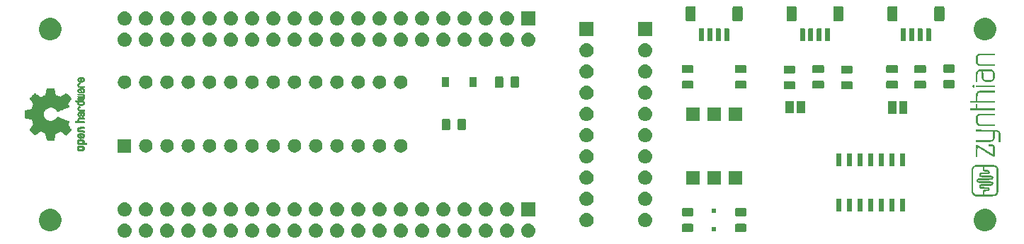
<source format=gbr>
G04 #@! TF.GenerationSoftware,KiCad,Pcbnew,5.0.2-5.fc29*
G04 #@! TF.CreationDate,2019-06-12T15:27:29+02:00*
G04 #@! TF.ProjectId,zynthian_zynaptik,7a796e74-6869-4616-9e5f-7a796e617074,1.0*
G04 #@! TF.SameCoordinates,Original*
G04 #@! TF.FileFunction,Soldermask,Top*
G04 #@! TF.FilePolarity,Negative*
%FSLAX46Y46*%
G04 Gerber Fmt 4.6, Leading zero omitted, Abs format (unit mm)*
G04 Created by KiCad (PCBNEW 5.0.2-5.fc29) date mié 12 jun 2019 15:27:29 CEST*
%MOMM*%
%LPD*%
G01*
G04 APERTURE LIST*
%ADD10C,0.010000*%
%ADD11C,0.100000*%
G04 APERTURE END LIST*
D10*
G04 #@! TO.C,REF\002A\002A\002A*
G36*
X64814505Y-118166114D02*
X64851727Y-118091461D01*
X64920261Y-118025569D01*
X64945648Y-118007423D01*
X64978866Y-117987655D01*
X65014945Y-117974828D01*
X65063098Y-117967490D01*
X65132536Y-117964187D01*
X65224206Y-117963462D01*
X65349830Y-117966737D01*
X65444154Y-117978123D01*
X65514523Y-117999959D01*
X65568286Y-118034581D01*
X65612788Y-118084330D01*
X65615423Y-118087986D01*
X65642377Y-118137015D01*
X65655712Y-118196055D01*
X65659000Y-118271141D01*
X65659000Y-118393205D01*
X65777497Y-118393256D01*
X65843492Y-118394392D01*
X65882202Y-118401314D01*
X65905419Y-118419402D01*
X65924933Y-118454038D01*
X65928920Y-118462355D01*
X65947603Y-118501280D01*
X65959403Y-118531417D01*
X65960422Y-118553826D01*
X65946761Y-118569567D01*
X65914522Y-118579698D01*
X65859804Y-118585277D01*
X65778711Y-118587365D01*
X65667344Y-118587019D01*
X65521802Y-118585300D01*
X65478269Y-118584763D01*
X65328205Y-118582828D01*
X65230042Y-118581096D01*
X65230042Y-118393308D01*
X65313364Y-118392252D01*
X65367880Y-118387562D01*
X65403837Y-118376949D01*
X65431482Y-118358128D01*
X65444965Y-118345350D01*
X65484417Y-118293110D01*
X65487628Y-118246858D01*
X65455049Y-118199133D01*
X65453846Y-118197923D01*
X65428668Y-118178506D01*
X65394447Y-118166693D01*
X65341748Y-118160735D01*
X65261131Y-118158880D01*
X65243271Y-118158846D01*
X65132175Y-118163330D01*
X65055161Y-118177926D01*
X65008147Y-118204350D01*
X64987050Y-118244317D01*
X64984923Y-118267416D01*
X64994900Y-118322238D01*
X65027752Y-118359842D01*
X65087857Y-118382477D01*
X65179598Y-118392394D01*
X65230042Y-118393308D01*
X65230042Y-118581096D01*
X65212060Y-118580778D01*
X65124679Y-118578127D01*
X65060905Y-118574394D01*
X65015582Y-118569093D01*
X64983555Y-118561742D01*
X64959668Y-118551857D01*
X64938764Y-118538954D01*
X64930898Y-118533421D01*
X64856595Y-118460031D01*
X64814467Y-118367240D01*
X64802722Y-118259904D01*
X64814505Y-118166114D01*
X64814505Y-118166114D01*
G37*
X64814505Y-118166114D02*
X64851727Y-118091461D01*
X64920261Y-118025569D01*
X64945648Y-118007423D01*
X64978866Y-117987655D01*
X65014945Y-117974828D01*
X65063098Y-117967490D01*
X65132536Y-117964187D01*
X65224206Y-117963462D01*
X65349830Y-117966737D01*
X65444154Y-117978123D01*
X65514523Y-117999959D01*
X65568286Y-118034581D01*
X65612788Y-118084330D01*
X65615423Y-118087986D01*
X65642377Y-118137015D01*
X65655712Y-118196055D01*
X65659000Y-118271141D01*
X65659000Y-118393205D01*
X65777497Y-118393256D01*
X65843492Y-118394392D01*
X65882202Y-118401314D01*
X65905419Y-118419402D01*
X65924933Y-118454038D01*
X65928920Y-118462355D01*
X65947603Y-118501280D01*
X65959403Y-118531417D01*
X65960422Y-118553826D01*
X65946761Y-118569567D01*
X65914522Y-118579698D01*
X65859804Y-118585277D01*
X65778711Y-118587365D01*
X65667344Y-118587019D01*
X65521802Y-118585300D01*
X65478269Y-118584763D01*
X65328205Y-118582828D01*
X65230042Y-118581096D01*
X65230042Y-118393308D01*
X65313364Y-118392252D01*
X65367880Y-118387562D01*
X65403837Y-118376949D01*
X65431482Y-118358128D01*
X65444965Y-118345350D01*
X65484417Y-118293110D01*
X65487628Y-118246858D01*
X65455049Y-118199133D01*
X65453846Y-118197923D01*
X65428668Y-118178506D01*
X65394447Y-118166693D01*
X65341748Y-118160735D01*
X65261131Y-118158880D01*
X65243271Y-118158846D01*
X65132175Y-118163330D01*
X65055161Y-118177926D01*
X65008147Y-118204350D01*
X64987050Y-118244317D01*
X64984923Y-118267416D01*
X64994900Y-118322238D01*
X65027752Y-118359842D01*
X65087857Y-118382477D01*
X65179598Y-118392394D01*
X65230042Y-118393308D01*
X65230042Y-118581096D01*
X65212060Y-118580778D01*
X65124679Y-118578127D01*
X65060905Y-118574394D01*
X65015582Y-118569093D01*
X64983555Y-118561742D01*
X64959668Y-118551857D01*
X64938764Y-118538954D01*
X64930898Y-118533421D01*
X64856595Y-118460031D01*
X64814467Y-118367240D01*
X64802722Y-118259904D01*
X64814505Y-118166114D01*
G36*
X64825089Y-116663336D02*
X64861358Y-116600633D01*
X64897358Y-116557039D01*
X64935075Y-116525155D01*
X64981199Y-116503190D01*
X65042421Y-116489351D01*
X65125431Y-116481847D01*
X65236919Y-116478883D01*
X65317062Y-116478539D01*
X65612065Y-116478539D01*
X65686515Y-116644615D01*
X65363402Y-116654385D01*
X65242729Y-116658421D01*
X65155141Y-116662656D01*
X65094650Y-116667903D01*
X65055268Y-116674975D01*
X65031007Y-116684689D01*
X65015880Y-116697856D01*
X65012606Y-116702081D01*
X64987034Y-116766091D01*
X64997153Y-116830792D01*
X65024000Y-116869308D01*
X65043024Y-116884975D01*
X65067988Y-116895820D01*
X65105834Y-116902712D01*
X65163502Y-116906521D01*
X65247935Y-116908117D01*
X65335928Y-116908385D01*
X65446323Y-116908437D01*
X65524463Y-116910328D01*
X65577165Y-116916655D01*
X65611242Y-116930017D01*
X65633511Y-116953015D01*
X65650787Y-116988246D01*
X65668738Y-117035303D01*
X65688278Y-117086697D01*
X65341485Y-117080579D01*
X65216468Y-117078116D01*
X65124082Y-117075233D01*
X65057881Y-117071102D01*
X65011420Y-117064893D01*
X64978256Y-117055774D01*
X64951944Y-117042917D01*
X64928729Y-117027416D01*
X64854569Y-116952629D01*
X64811684Y-116861372D01*
X64801412Y-116762117D01*
X64825089Y-116663336D01*
X64825089Y-116663336D01*
G37*
X64825089Y-116663336D02*
X64861358Y-116600633D01*
X64897358Y-116557039D01*
X64935075Y-116525155D01*
X64981199Y-116503190D01*
X65042421Y-116489351D01*
X65125431Y-116481847D01*
X65236919Y-116478883D01*
X65317062Y-116478539D01*
X65612065Y-116478539D01*
X65686515Y-116644615D01*
X65363402Y-116654385D01*
X65242729Y-116658421D01*
X65155141Y-116662656D01*
X65094650Y-116667903D01*
X65055268Y-116674975D01*
X65031007Y-116684689D01*
X65015880Y-116697856D01*
X65012606Y-116702081D01*
X64987034Y-116766091D01*
X64997153Y-116830792D01*
X65024000Y-116869308D01*
X65043024Y-116884975D01*
X65067988Y-116895820D01*
X65105834Y-116902712D01*
X65163502Y-116906521D01*
X65247935Y-116908117D01*
X65335928Y-116908385D01*
X65446323Y-116908437D01*
X65524463Y-116910328D01*
X65577165Y-116916655D01*
X65611242Y-116930017D01*
X65633511Y-116953015D01*
X65650787Y-116988246D01*
X65668738Y-117035303D01*
X65688278Y-117086697D01*
X65341485Y-117080579D01*
X65216468Y-117078116D01*
X65124082Y-117075233D01*
X65057881Y-117071102D01*
X65011420Y-117064893D01*
X64978256Y-117055774D01*
X64951944Y-117042917D01*
X64928729Y-117027416D01*
X64854569Y-116952629D01*
X64811684Y-116861372D01*
X64801412Y-116762117D01*
X64825089Y-116663336D01*
G36*
X64817256Y-118918114D02*
X64865409Y-118826536D01*
X64942905Y-118758951D01*
X64992727Y-118734943D01*
X65067533Y-118716262D01*
X65162052Y-118706699D01*
X65265210Y-118705792D01*
X65365935Y-118713079D01*
X65453153Y-118728097D01*
X65515791Y-118750385D01*
X65526579Y-118757235D01*
X65607105Y-118838368D01*
X65655336Y-118934734D01*
X65669450Y-119039299D01*
X65647629Y-119145032D01*
X65634547Y-119174457D01*
X65594231Y-119231759D01*
X65540775Y-119282050D01*
X65533995Y-119286803D01*
X65501321Y-119306122D01*
X65466394Y-119318892D01*
X65420414Y-119326436D01*
X65354584Y-119330076D01*
X65260105Y-119331135D01*
X65238923Y-119331154D01*
X65232182Y-119331106D01*
X65232182Y-119135769D01*
X65321349Y-119134632D01*
X65380520Y-119130159D01*
X65418741Y-119120754D01*
X65445053Y-119104824D01*
X65453846Y-119096692D01*
X65487261Y-119049942D01*
X65485737Y-119004553D01*
X65456752Y-118958660D01*
X65425809Y-118931288D01*
X65380643Y-118915077D01*
X65309420Y-118905974D01*
X65301114Y-118905349D01*
X65172037Y-118903796D01*
X65076172Y-118920035D01*
X65014107Y-118953848D01*
X64986432Y-119005016D01*
X64984923Y-119023280D01*
X64992513Y-119071240D01*
X65018808Y-119104047D01*
X65069095Y-119124105D01*
X65148664Y-119133822D01*
X65232182Y-119135769D01*
X65232182Y-119331106D01*
X65138249Y-119330426D01*
X65067906Y-119327371D01*
X65019163Y-119320678D01*
X64983288Y-119309040D01*
X64951548Y-119291147D01*
X64945648Y-119287192D01*
X64866104Y-119220733D01*
X64819929Y-119148315D01*
X64801599Y-119060151D01*
X64800703Y-119030213D01*
X64817256Y-118918114D01*
X64817256Y-118918114D01*
G37*
X64817256Y-118918114D02*
X64865409Y-118826536D01*
X64942905Y-118758951D01*
X64992727Y-118734943D01*
X65067533Y-118716262D01*
X65162052Y-118706699D01*
X65265210Y-118705792D01*
X65365935Y-118713079D01*
X65453153Y-118728097D01*
X65515791Y-118750385D01*
X65526579Y-118757235D01*
X65607105Y-118838368D01*
X65655336Y-118934734D01*
X65669450Y-119039299D01*
X65647629Y-119145032D01*
X65634547Y-119174457D01*
X65594231Y-119231759D01*
X65540775Y-119282050D01*
X65533995Y-119286803D01*
X65501321Y-119306122D01*
X65466394Y-119318892D01*
X65420414Y-119326436D01*
X65354584Y-119330076D01*
X65260105Y-119331135D01*
X65238923Y-119331154D01*
X65232182Y-119331106D01*
X65232182Y-119135769D01*
X65321349Y-119134632D01*
X65380520Y-119130159D01*
X65418741Y-119120754D01*
X65445053Y-119104824D01*
X65453846Y-119096692D01*
X65487261Y-119049942D01*
X65485737Y-119004553D01*
X65456752Y-118958660D01*
X65425809Y-118931288D01*
X65380643Y-118915077D01*
X65309420Y-118905974D01*
X65301114Y-118905349D01*
X65172037Y-118903796D01*
X65076172Y-118920035D01*
X65014107Y-118953848D01*
X64986432Y-119005016D01*
X64984923Y-119023280D01*
X64992513Y-119071240D01*
X65018808Y-119104047D01*
X65069095Y-119124105D01*
X65148664Y-119133822D01*
X65232182Y-119135769D01*
X65232182Y-119331106D01*
X65138249Y-119330426D01*
X65067906Y-119327371D01*
X65019163Y-119320678D01*
X64983288Y-119309040D01*
X64951548Y-119291147D01*
X64945648Y-119287192D01*
X64866104Y-119220733D01*
X64819929Y-119148315D01*
X64801599Y-119060151D01*
X64800703Y-119030213D01*
X64817256Y-118918114D01*
G36*
X64829745Y-117400746D02*
X64881567Y-117323714D01*
X64956412Y-117264184D01*
X65051654Y-117228622D01*
X65121756Y-117221429D01*
X65151009Y-117222246D01*
X65173407Y-117229086D01*
X65193474Y-117247888D01*
X65215733Y-117284592D01*
X65244709Y-117345138D01*
X65284927Y-117435466D01*
X65285129Y-117435923D01*
X65323210Y-117519067D01*
X65357025Y-117587247D01*
X65382933Y-117633495D01*
X65397295Y-117650842D01*
X65397411Y-117650846D01*
X65428685Y-117635557D01*
X65463157Y-117599804D01*
X65487990Y-117558758D01*
X65492923Y-117537963D01*
X65475862Y-117481230D01*
X65433133Y-117432373D01*
X65386155Y-117408535D01*
X65351522Y-117385603D01*
X65312081Y-117340682D01*
X65278009Y-117287877D01*
X65259480Y-117241290D01*
X65258462Y-117231548D01*
X65275215Y-117220582D01*
X65318039Y-117219921D01*
X65375781Y-117227980D01*
X65437289Y-117243173D01*
X65491409Y-117263914D01*
X65493510Y-117264962D01*
X65580660Y-117327379D01*
X65639939Y-117408274D01*
X65669034Y-117500144D01*
X65665634Y-117595487D01*
X65627428Y-117686802D01*
X65624741Y-117690862D01*
X65559642Y-117762694D01*
X65474705Y-117809927D01*
X65363021Y-117836066D01*
X65331643Y-117839574D01*
X65183536Y-117845787D01*
X65114468Y-117838339D01*
X65114468Y-117650846D01*
X65157552Y-117648410D01*
X65170126Y-117635086D01*
X65160719Y-117601868D01*
X65138483Y-117549506D01*
X65110610Y-117490976D01*
X65109872Y-117489521D01*
X65083777Y-117439911D01*
X65066363Y-117420000D01*
X65048107Y-117424910D01*
X65024120Y-117445584D01*
X64989406Y-117498181D01*
X64986856Y-117554823D01*
X65012119Y-117605631D01*
X65060847Y-117640724D01*
X65114468Y-117650846D01*
X65114468Y-117838339D01*
X65065036Y-117833008D01*
X64971055Y-117800222D01*
X64905215Y-117754579D01*
X64838681Y-117672198D01*
X64805676Y-117581454D01*
X64803573Y-117488815D01*
X64829745Y-117400746D01*
X64829745Y-117400746D01*
G37*
X64829745Y-117400746D02*
X64881567Y-117323714D01*
X64956412Y-117264184D01*
X65051654Y-117228622D01*
X65121756Y-117221429D01*
X65151009Y-117222246D01*
X65173407Y-117229086D01*
X65193474Y-117247888D01*
X65215733Y-117284592D01*
X65244709Y-117345138D01*
X65284927Y-117435466D01*
X65285129Y-117435923D01*
X65323210Y-117519067D01*
X65357025Y-117587247D01*
X65382933Y-117633495D01*
X65397295Y-117650842D01*
X65397411Y-117650846D01*
X65428685Y-117635557D01*
X65463157Y-117599804D01*
X65487990Y-117558758D01*
X65492923Y-117537963D01*
X65475862Y-117481230D01*
X65433133Y-117432373D01*
X65386155Y-117408535D01*
X65351522Y-117385603D01*
X65312081Y-117340682D01*
X65278009Y-117287877D01*
X65259480Y-117241290D01*
X65258462Y-117231548D01*
X65275215Y-117220582D01*
X65318039Y-117219921D01*
X65375781Y-117227980D01*
X65437289Y-117243173D01*
X65491409Y-117263914D01*
X65493510Y-117264962D01*
X65580660Y-117327379D01*
X65639939Y-117408274D01*
X65669034Y-117500144D01*
X65665634Y-117595487D01*
X65627428Y-117686802D01*
X65624741Y-117690862D01*
X65559642Y-117762694D01*
X65474705Y-117809927D01*
X65363021Y-117836066D01*
X65331643Y-117839574D01*
X65183536Y-117845787D01*
X65114468Y-117838339D01*
X65114468Y-117650846D01*
X65157552Y-117648410D01*
X65170126Y-117635086D01*
X65160719Y-117601868D01*
X65138483Y-117549506D01*
X65110610Y-117490976D01*
X65109872Y-117489521D01*
X65083777Y-117439911D01*
X65066363Y-117420000D01*
X65048107Y-117424910D01*
X65024120Y-117445584D01*
X64989406Y-117498181D01*
X64986856Y-117554823D01*
X65012119Y-117605631D01*
X65060847Y-117640724D01*
X65114468Y-117650846D01*
X65114468Y-117838339D01*
X65065036Y-117833008D01*
X64971055Y-117800222D01*
X64905215Y-117754579D01*
X64838681Y-117672198D01*
X64805676Y-117581454D01*
X64803573Y-117488815D01*
X64829745Y-117400746D01*
G36*
X64722120Y-115775154D02*
X64801980Y-115769428D01*
X64849039Y-115762851D01*
X64869566Y-115753738D01*
X64869829Y-115740402D01*
X64867378Y-115736077D01*
X64849636Y-115678556D01*
X64850672Y-115603732D01*
X64868910Y-115527661D01*
X64892505Y-115480082D01*
X64930198Y-115431298D01*
X64972855Y-115395636D01*
X65027057Y-115371155D01*
X65099384Y-115355913D01*
X65196419Y-115347970D01*
X65324742Y-115345384D01*
X65349358Y-115345338D01*
X65625870Y-115345308D01*
X65647320Y-115406839D01*
X65661912Y-115450541D01*
X65668706Y-115474518D01*
X65668769Y-115475223D01*
X65650345Y-115477585D01*
X65599526Y-115479594D01*
X65522993Y-115481099D01*
X65427430Y-115481947D01*
X65369329Y-115482077D01*
X65254771Y-115482349D01*
X65172667Y-115483748D01*
X65116393Y-115487151D01*
X65079326Y-115493433D01*
X65054844Y-115503471D01*
X65036325Y-115518139D01*
X65027406Y-115527298D01*
X64991466Y-115590211D01*
X64988775Y-115658864D01*
X65019170Y-115721152D01*
X65030144Y-115732671D01*
X65050779Y-115749567D01*
X65075256Y-115761286D01*
X65110647Y-115768767D01*
X65164026Y-115772946D01*
X65242466Y-115774763D01*
X65350617Y-115775154D01*
X65625870Y-115775154D01*
X65647320Y-115836685D01*
X65661912Y-115880387D01*
X65668706Y-115904364D01*
X65668769Y-115905070D01*
X65650069Y-115906874D01*
X65597322Y-115908500D01*
X65515557Y-115909883D01*
X65409805Y-115910958D01*
X65285094Y-115911660D01*
X65146455Y-115911923D01*
X64611806Y-115911923D01*
X64558236Y-115784923D01*
X64722120Y-115775154D01*
X64722120Y-115775154D01*
G37*
X64722120Y-115775154D02*
X64801980Y-115769428D01*
X64849039Y-115762851D01*
X64869566Y-115753738D01*
X64869829Y-115740402D01*
X64867378Y-115736077D01*
X64849636Y-115678556D01*
X64850672Y-115603732D01*
X64868910Y-115527661D01*
X64892505Y-115480082D01*
X64930198Y-115431298D01*
X64972855Y-115395636D01*
X65027057Y-115371155D01*
X65099384Y-115355913D01*
X65196419Y-115347970D01*
X65324742Y-115345384D01*
X65349358Y-115345338D01*
X65625870Y-115345308D01*
X65647320Y-115406839D01*
X65661912Y-115450541D01*
X65668706Y-115474518D01*
X65668769Y-115475223D01*
X65650345Y-115477585D01*
X65599526Y-115479594D01*
X65522993Y-115481099D01*
X65427430Y-115481947D01*
X65369329Y-115482077D01*
X65254771Y-115482349D01*
X65172667Y-115483748D01*
X65116393Y-115487151D01*
X65079326Y-115493433D01*
X65054844Y-115503471D01*
X65036325Y-115518139D01*
X65027406Y-115527298D01*
X64991466Y-115590211D01*
X64988775Y-115658864D01*
X65019170Y-115721152D01*
X65030144Y-115732671D01*
X65050779Y-115749567D01*
X65075256Y-115761286D01*
X65110647Y-115768767D01*
X65164026Y-115772946D01*
X65242466Y-115774763D01*
X65350617Y-115775154D01*
X65625870Y-115775154D01*
X65647320Y-115836685D01*
X65661912Y-115880387D01*
X65668706Y-115904364D01*
X65668769Y-115905070D01*
X65650069Y-115906874D01*
X65597322Y-115908500D01*
X65515557Y-115909883D01*
X65409805Y-115910958D01*
X65285094Y-115911660D01*
X65146455Y-115911923D01*
X64611806Y-115911923D01*
X64558236Y-115784923D01*
X64722120Y-115775154D01*
G36*
X64856303Y-114881499D02*
X64884733Y-114804940D01*
X64885279Y-114804064D01*
X64920127Y-114756715D01*
X64960852Y-114721759D01*
X65013925Y-114697175D01*
X65085814Y-114680938D01*
X65182992Y-114671025D01*
X65311928Y-114665414D01*
X65330298Y-114664923D01*
X65607287Y-114657859D01*
X65638028Y-114717305D01*
X65658802Y-114760319D01*
X65668646Y-114786290D01*
X65668769Y-114787491D01*
X65650606Y-114791986D01*
X65601612Y-114795556D01*
X65530031Y-114797752D01*
X65472068Y-114798231D01*
X65378170Y-114798242D01*
X65319203Y-114802534D01*
X65291079Y-114817497D01*
X65289706Y-114849518D01*
X65310998Y-114904986D01*
X65350136Y-114988731D01*
X65382643Y-115050311D01*
X65410845Y-115081983D01*
X65441582Y-115091294D01*
X65443104Y-115091308D01*
X65496054Y-115075943D01*
X65524660Y-115030453D01*
X65528803Y-114960834D01*
X65528084Y-114910687D01*
X65542527Y-114884246D01*
X65577218Y-114867757D01*
X65621416Y-114858267D01*
X65646493Y-114871943D01*
X65650082Y-114877093D01*
X65664496Y-114925575D01*
X65666537Y-114993469D01*
X65656983Y-115063388D01*
X65639522Y-115112932D01*
X65581364Y-115181430D01*
X65500408Y-115220366D01*
X65437160Y-115228077D01*
X65380111Y-115222193D01*
X65333542Y-115200899D01*
X65292181Y-115158735D01*
X65250755Y-115090241D01*
X65203993Y-114989956D01*
X65201350Y-114983846D01*
X65159617Y-114893510D01*
X65125391Y-114837765D01*
X65094635Y-114813871D01*
X65063311Y-114819087D01*
X65027383Y-114850672D01*
X65019116Y-114860117D01*
X64987058Y-114923383D01*
X64988407Y-114988936D01*
X65019838Y-115046028D01*
X65078024Y-115083907D01*
X65089446Y-115087426D01*
X65144837Y-115121700D01*
X65171518Y-115165191D01*
X65197960Y-115228077D01*
X65129548Y-115228077D01*
X65030110Y-115208948D01*
X64938902Y-115152169D01*
X64908389Y-115122622D01*
X64869228Y-115055458D01*
X64851500Y-114970044D01*
X64856303Y-114881499D01*
X64856303Y-114881499D01*
G37*
X64856303Y-114881499D02*
X64884733Y-114804940D01*
X64885279Y-114804064D01*
X64920127Y-114756715D01*
X64960852Y-114721759D01*
X65013925Y-114697175D01*
X65085814Y-114680938D01*
X65182992Y-114671025D01*
X65311928Y-114665414D01*
X65330298Y-114664923D01*
X65607287Y-114657859D01*
X65638028Y-114717305D01*
X65658802Y-114760319D01*
X65668646Y-114786290D01*
X65668769Y-114787491D01*
X65650606Y-114791986D01*
X65601612Y-114795556D01*
X65530031Y-114797752D01*
X65472068Y-114798231D01*
X65378170Y-114798242D01*
X65319203Y-114802534D01*
X65291079Y-114817497D01*
X65289706Y-114849518D01*
X65310998Y-114904986D01*
X65350136Y-114988731D01*
X65382643Y-115050311D01*
X65410845Y-115081983D01*
X65441582Y-115091294D01*
X65443104Y-115091308D01*
X65496054Y-115075943D01*
X65524660Y-115030453D01*
X65528803Y-114960834D01*
X65528084Y-114910687D01*
X65542527Y-114884246D01*
X65577218Y-114867757D01*
X65621416Y-114858267D01*
X65646493Y-114871943D01*
X65650082Y-114877093D01*
X65664496Y-114925575D01*
X65666537Y-114993469D01*
X65656983Y-115063388D01*
X65639522Y-115112932D01*
X65581364Y-115181430D01*
X65500408Y-115220366D01*
X65437160Y-115228077D01*
X65380111Y-115222193D01*
X65333542Y-115200899D01*
X65292181Y-115158735D01*
X65250755Y-115090241D01*
X65203993Y-114989956D01*
X65201350Y-114983846D01*
X65159617Y-114893510D01*
X65125391Y-114837765D01*
X65094635Y-114813871D01*
X65063311Y-114819087D01*
X65027383Y-114850672D01*
X65019116Y-114860117D01*
X64987058Y-114923383D01*
X64988407Y-114988936D01*
X65019838Y-115046028D01*
X65078024Y-115083907D01*
X65089446Y-115087426D01*
X65144837Y-115121700D01*
X65171518Y-115165191D01*
X65197960Y-115228077D01*
X65129548Y-115228077D01*
X65030110Y-115208948D01*
X64938902Y-115152169D01*
X64908389Y-115122622D01*
X64869228Y-115055458D01*
X64851500Y-114970044D01*
X64856303Y-114881499D01*
G36*
X64854670Y-114221638D02*
X64887421Y-114132883D01*
X64945350Y-114060978D01*
X64986128Y-114032856D01*
X65060954Y-114002198D01*
X65115058Y-114002835D01*
X65151446Y-114035013D01*
X65157633Y-114046919D01*
X65176925Y-114098325D01*
X65171982Y-114124578D01*
X65139587Y-114133470D01*
X65121692Y-114133923D01*
X65055859Y-114150203D01*
X65009807Y-114192635D01*
X64987564Y-114251612D01*
X64993161Y-114317525D01*
X65022229Y-114371105D01*
X65038810Y-114389202D01*
X65058925Y-114402029D01*
X65089332Y-114410694D01*
X65136788Y-114416304D01*
X65208050Y-114419965D01*
X65309875Y-114422785D01*
X65342115Y-114423516D01*
X65452410Y-114426180D01*
X65530036Y-114429208D01*
X65581396Y-114433750D01*
X65612890Y-114440954D01*
X65630920Y-114451967D01*
X65641888Y-114467940D01*
X65646733Y-114478166D01*
X65663301Y-114521594D01*
X65668769Y-114547158D01*
X65650507Y-114555605D01*
X65595296Y-114560761D01*
X65502499Y-114562654D01*
X65371478Y-114561311D01*
X65351269Y-114560893D01*
X65231733Y-114557942D01*
X65144449Y-114554452D01*
X65082591Y-114549486D01*
X65039336Y-114542107D01*
X65007860Y-114531376D01*
X64981339Y-114516355D01*
X64969975Y-114508498D01*
X64919692Y-114463447D01*
X64880581Y-114413060D01*
X64877167Y-114406892D01*
X64850212Y-114316542D01*
X64854670Y-114221638D01*
X64854670Y-114221638D01*
G37*
X64854670Y-114221638D02*
X64887421Y-114132883D01*
X64945350Y-114060978D01*
X64986128Y-114032856D01*
X65060954Y-114002198D01*
X65115058Y-114002835D01*
X65151446Y-114035013D01*
X65157633Y-114046919D01*
X65176925Y-114098325D01*
X65171982Y-114124578D01*
X65139587Y-114133470D01*
X65121692Y-114133923D01*
X65055859Y-114150203D01*
X65009807Y-114192635D01*
X64987564Y-114251612D01*
X64993161Y-114317525D01*
X65022229Y-114371105D01*
X65038810Y-114389202D01*
X65058925Y-114402029D01*
X65089332Y-114410694D01*
X65136788Y-114416304D01*
X65208050Y-114419965D01*
X65309875Y-114422785D01*
X65342115Y-114423516D01*
X65452410Y-114426180D01*
X65530036Y-114429208D01*
X65581396Y-114433750D01*
X65612890Y-114440954D01*
X65630920Y-114451967D01*
X65641888Y-114467940D01*
X65646733Y-114478166D01*
X65663301Y-114521594D01*
X65668769Y-114547158D01*
X65650507Y-114555605D01*
X65595296Y-114560761D01*
X65502499Y-114562654D01*
X65371478Y-114561311D01*
X65351269Y-114560893D01*
X65231733Y-114557942D01*
X65144449Y-114554452D01*
X65082591Y-114549486D01*
X65039336Y-114542107D01*
X65007860Y-114531376D01*
X64981339Y-114516355D01*
X64969975Y-114508498D01*
X64919692Y-114463447D01*
X64880581Y-114413060D01*
X64877167Y-114406892D01*
X64850212Y-114316542D01*
X64854670Y-114221638D01*
G36*
X65010289Y-113332919D02*
X65156320Y-113333167D01*
X65268655Y-113334128D01*
X65352678Y-113336206D01*
X65413769Y-113339807D01*
X65457309Y-113345335D01*
X65488679Y-113353196D01*
X65513262Y-113363793D01*
X65527294Y-113371818D01*
X65603388Y-113438272D01*
X65651084Y-113522530D01*
X65668199Y-113615751D01*
X65652546Y-113709100D01*
X65624418Y-113764688D01*
X65575760Y-113823043D01*
X65516333Y-113862814D01*
X65438507Y-113886810D01*
X65334652Y-113897839D01*
X65258462Y-113899401D01*
X65252986Y-113899191D01*
X65252986Y-113762692D01*
X65340355Y-113761859D01*
X65398192Y-113758039D01*
X65436029Y-113749254D01*
X65463398Y-113733526D01*
X65484042Y-113714734D01*
X65523890Y-113651625D01*
X65527295Y-113583863D01*
X65494025Y-113519821D01*
X65489517Y-113514836D01*
X65466067Y-113493561D01*
X65438166Y-113480221D01*
X65396641Y-113472999D01*
X65332316Y-113470077D01*
X65261200Y-113469615D01*
X65171858Y-113470617D01*
X65112258Y-113474762D01*
X65073089Y-113483764D01*
X65045040Y-113499333D01*
X65030144Y-113512098D01*
X64992575Y-113571400D01*
X64988057Y-113639699D01*
X65016753Y-113704890D01*
X65027406Y-113717472D01*
X65051063Y-113738889D01*
X65079251Y-113752256D01*
X65121245Y-113759434D01*
X65186319Y-113762281D01*
X65252986Y-113762692D01*
X65252986Y-113899191D01*
X65135765Y-113894678D01*
X65043577Y-113878638D01*
X64974269Y-113848472D01*
X64920211Y-113801371D01*
X64892505Y-113764688D01*
X64862572Y-113698010D01*
X64848678Y-113620728D01*
X64852397Y-113548890D01*
X64867400Y-113508692D01*
X64871670Y-113492918D01*
X64855750Y-113482450D01*
X64813089Y-113475144D01*
X64748106Y-113469615D01*
X64675732Y-113463563D01*
X64632187Y-113455156D01*
X64607287Y-113439859D01*
X64590845Y-113413136D01*
X64583564Y-113396346D01*
X64556963Y-113332846D01*
X65010289Y-113332919D01*
X65010289Y-113332919D01*
G37*
X65010289Y-113332919D02*
X65156320Y-113333167D01*
X65268655Y-113334128D01*
X65352678Y-113336206D01*
X65413769Y-113339807D01*
X65457309Y-113345335D01*
X65488679Y-113353196D01*
X65513262Y-113363793D01*
X65527294Y-113371818D01*
X65603388Y-113438272D01*
X65651084Y-113522530D01*
X65668199Y-113615751D01*
X65652546Y-113709100D01*
X65624418Y-113764688D01*
X65575760Y-113823043D01*
X65516333Y-113862814D01*
X65438507Y-113886810D01*
X65334652Y-113897839D01*
X65258462Y-113899401D01*
X65252986Y-113899191D01*
X65252986Y-113762692D01*
X65340355Y-113761859D01*
X65398192Y-113758039D01*
X65436029Y-113749254D01*
X65463398Y-113733526D01*
X65484042Y-113714734D01*
X65523890Y-113651625D01*
X65527295Y-113583863D01*
X65494025Y-113519821D01*
X65489517Y-113514836D01*
X65466067Y-113493561D01*
X65438166Y-113480221D01*
X65396641Y-113472999D01*
X65332316Y-113470077D01*
X65261200Y-113469615D01*
X65171858Y-113470617D01*
X65112258Y-113474762D01*
X65073089Y-113483764D01*
X65045040Y-113499333D01*
X65030144Y-113512098D01*
X64992575Y-113571400D01*
X64988057Y-113639699D01*
X65016753Y-113704890D01*
X65027406Y-113717472D01*
X65051063Y-113738889D01*
X65079251Y-113752256D01*
X65121245Y-113759434D01*
X65186319Y-113762281D01*
X65252986Y-113762692D01*
X65252986Y-113899191D01*
X65135765Y-113894678D01*
X65043577Y-113878638D01*
X64974269Y-113848472D01*
X64920211Y-113801371D01*
X64892505Y-113764688D01*
X64862572Y-113698010D01*
X64848678Y-113620728D01*
X64852397Y-113548890D01*
X64867400Y-113508692D01*
X64871670Y-113492918D01*
X64855750Y-113482450D01*
X64813089Y-113475144D01*
X64748106Y-113469615D01*
X64675732Y-113463563D01*
X64632187Y-113455156D01*
X64607287Y-113439859D01*
X64590845Y-113413136D01*
X64583564Y-113396346D01*
X64556963Y-113332846D01*
X65010289Y-113332919D01*
G36*
X64866662Y-112539071D02*
X64918068Y-112536089D01*
X64996192Y-112533753D01*
X65094857Y-112532251D01*
X65198343Y-112531769D01*
X65548533Y-112531769D01*
X65610363Y-112593599D01*
X65648462Y-112636207D01*
X65663895Y-112673610D01*
X65662918Y-112724730D01*
X65660433Y-112745022D01*
X65653200Y-112808446D01*
X65649055Y-112860905D01*
X65648672Y-112873692D01*
X65651176Y-112916801D01*
X65657462Y-112978456D01*
X65660433Y-113002362D01*
X65665028Y-113061078D01*
X65655046Y-113100536D01*
X65624228Y-113139662D01*
X65610363Y-113153785D01*
X65548533Y-113215615D01*
X64893503Y-113215615D01*
X64870829Y-113165850D01*
X64854034Y-113122998D01*
X64848154Y-113097927D01*
X64866736Y-113091499D01*
X64918655Y-113085491D01*
X64998172Y-113080303D01*
X65099546Y-113076336D01*
X65185192Y-113074423D01*
X65522231Y-113069077D01*
X65528825Y-113022440D01*
X65524214Y-112980024D01*
X65509287Y-112959240D01*
X65481377Y-112953430D01*
X65421925Y-112948470D01*
X65338466Y-112944754D01*
X65238532Y-112942676D01*
X65187104Y-112942376D01*
X64891054Y-112942077D01*
X64869604Y-112880546D01*
X64855020Y-112836996D01*
X64848219Y-112813306D01*
X64848154Y-112812623D01*
X64866642Y-112810246D01*
X64917906Y-112807634D01*
X64995649Y-112805005D01*
X65093574Y-112802579D01*
X65185192Y-112800885D01*
X65522231Y-112795539D01*
X65522231Y-112678308D01*
X65214746Y-112672928D01*
X64907261Y-112667549D01*
X64877707Y-112610399D01*
X64857413Y-112568203D01*
X64848204Y-112543230D01*
X64848154Y-112542509D01*
X64866662Y-112539071D01*
X64866662Y-112539071D01*
G37*
X64866662Y-112539071D02*
X64918068Y-112536089D01*
X64996192Y-112533753D01*
X65094857Y-112532251D01*
X65198343Y-112531769D01*
X65548533Y-112531769D01*
X65610363Y-112593599D01*
X65648462Y-112636207D01*
X65663895Y-112673610D01*
X65662918Y-112724730D01*
X65660433Y-112745022D01*
X65653200Y-112808446D01*
X65649055Y-112860905D01*
X65648672Y-112873692D01*
X65651176Y-112916801D01*
X65657462Y-112978456D01*
X65660433Y-113002362D01*
X65665028Y-113061078D01*
X65655046Y-113100536D01*
X65624228Y-113139662D01*
X65610363Y-113153785D01*
X65548533Y-113215615D01*
X64893503Y-113215615D01*
X64870829Y-113165850D01*
X64854034Y-113122998D01*
X64848154Y-113097927D01*
X64866736Y-113091499D01*
X64918655Y-113085491D01*
X64998172Y-113080303D01*
X65099546Y-113076336D01*
X65185192Y-113074423D01*
X65522231Y-113069077D01*
X65528825Y-113022440D01*
X65524214Y-112980024D01*
X65509287Y-112959240D01*
X65481377Y-112953430D01*
X65421925Y-112948470D01*
X65338466Y-112944754D01*
X65238532Y-112942676D01*
X65187104Y-112942376D01*
X64891054Y-112942077D01*
X64869604Y-112880546D01*
X64855020Y-112836996D01*
X64848219Y-112813306D01*
X64848154Y-112812623D01*
X64866642Y-112810246D01*
X64917906Y-112807634D01*
X64995649Y-112805005D01*
X65093574Y-112802579D01*
X65185192Y-112800885D01*
X65522231Y-112795539D01*
X65522231Y-112678308D01*
X65214746Y-112672928D01*
X64907261Y-112667549D01*
X64877707Y-112610399D01*
X64857413Y-112568203D01*
X64848204Y-112543230D01*
X64848154Y-112542509D01*
X64866662Y-112539071D01*
G36*
X64863528Y-112047667D02*
X64889117Y-111991410D01*
X64920124Y-111947253D01*
X64954795Y-111914899D01*
X64999520Y-111892562D01*
X65060692Y-111878454D01*
X65144701Y-111870789D01*
X65257940Y-111867780D01*
X65332509Y-111867462D01*
X65623420Y-111867462D01*
X65646095Y-111917227D01*
X65662667Y-111956424D01*
X65668769Y-111975843D01*
X65650610Y-111979558D01*
X65601648Y-111982505D01*
X65530153Y-111984309D01*
X65473385Y-111984692D01*
X65391371Y-111986339D01*
X65326309Y-111990778D01*
X65286467Y-111997260D01*
X65278000Y-112002410D01*
X65286646Y-112037023D01*
X65308823Y-112091360D01*
X65338886Y-112154278D01*
X65371192Y-112214632D01*
X65400098Y-112261279D01*
X65419961Y-112283074D01*
X65420175Y-112283161D01*
X65456935Y-112281286D01*
X65492026Y-112264475D01*
X65520528Y-112234961D01*
X65530061Y-112191884D01*
X65528950Y-112155068D01*
X65528133Y-112102926D01*
X65540349Y-112075556D01*
X65572624Y-112059118D01*
X65578710Y-112057045D01*
X65624739Y-112049919D01*
X65652687Y-112068976D01*
X65666007Y-112118647D01*
X65668470Y-112172303D01*
X65650210Y-112268858D01*
X65624131Y-112318841D01*
X65562868Y-112380571D01*
X65487670Y-112413310D01*
X65408211Y-112416247D01*
X65334167Y-112388576D01*
X65287769Y-112346953D01*
X65261793Y-112305396D01*
X65228907Y-112240078D01*
X65195557Y-112163962D01*
X65190461Y-112151274D01*
X65153565Y-112067667D01*
X65121046Y-112019470D01*
X65088718Y-112003970D01*
X65052394Y-112018450D01*
X65024000Y-112043308D01*
X64989039Y-112102061D01*
X64986417Y-112166707D01*
X65013358Y-112225992D01*
X65067088Y-112268661D01*
X65080950Y-112274261D01*
X65131936Y-112306867D01*
X65169787Y-112354470D01*
X65200850Y-112414539D01*
X65112768Y-112414539D01*
X65058951Y-112411003D01*
X65016534Y-112395844D01*
X64971279Y-112362232D01*
X64936420Y-112329965D01*
X64887062Y-112279791D01*
X64860547Y-112240807D01*
X64849911Y-112198936D01*
X64848154Y-112151540D01*
X64863528Y-112047667D01*
X64863528Y-112047667D01*
G37*
X64863528Y-112047667D02*
X64889117Y-111991410D01*
X64920124Y-111947253D01*
X64954795Y-111914899D01*
X64999520Y-111892562D01*
X65060692Y-111878454D01*
X65144701Y-111870789D01*
X65257940Y-111867780D01*
X65332509Y-111867462D01*
X65623420Y-111867462D01*
X65646095Y-111917227D01*
X65662667Y-111956424D01*
X65668769Y-111975843D01*
X65650610Y-111979558D01*
X65601648Y-111982505D01*
X65530153Y-111984309D01*
X65473385Y-111984692D01*
X65391371Y-111986339D01*
X65326309Y-111990778D01*
X65286467Y-111997260D01*
X65278000Y-112002410D01*
X65286646Y-112037023D01*
X65308823Y-112091360D01*
X65338886Y-112154278D01*
X65371192Y-112214632D01*
X65400098Y-112261279D01*
X65419961Y-112283074D01*
X65420175Y-112283161D01*
X65456935Y-112281286D01*
X65492026Y-112264475D01*
X65520528Y-112234961D01*
X65530061Y-112191884D01*
X65528950Y-112155068D01*
X65528133Y-112102926D01*
X65540349Y-112075556D01*
X65572624Y-112059118D01*
X65578710Y-112057045D01*
X65624739Y-112049919D01*
X65652687Y-112068976D01*
X65666007Y-112118647D01*
X65668470Y-112172303D01*
X65650210Y-112268858D01*
X65624131Y-112318841D01*
X65562868Y-112380571D01*
X65487670Y-112413310D01*
X65408211Y-112416247D01*
X65334167Y-112388576D01*
X65287769Y-112346953D01*
X65261793Y-112305396D01*
X65228907Y-112240078D01*
X65195557Y-112163962D01*
X65190461Y-112151274D01*
X65153565Y-112067667D01*
X65121046Y-112019470D01*
X65088718Y-112003970D01*
X65052394Y-112018450D01*
X65024000Y-112043308D01*
X64989039Y-112102061D01*
X64986417Y-112166707D01*
X65013358Y-112225992D01*
X65067088Y-112268661D01*
X65080950Y-112274261D01*
X65131936Y-112306867D01*
X65169787Y-112354470D01*
X65200850Y-112414539D01*
X65112768Y-112414539D01*
X65058951Y-112411003D01*
X65016534Y-112395844D01*
X64971279Y-112362232D01*
X64936420Y-112329965D01*
X64887062Y-112279791D01*
X64860547Y-112240807D01*
X64849911Y-112198936D01*
X64848154Y-112151540D01*
X64863528Y-112047667D01*
G36*
X64866782Y-111364193D02*
X64876988Y-111340839D01*
X64921134Y-111285098D01*
X64984967Y-111237431D01*
X65053087Y-111207952D01*
X65086670Y-111203154D01*
X65133556Y-111219240D01*
X65158365Y-111254525D01*
X65173387Y-111292356D01*
X65176155Y-111309679D01*
X65156066Y-111318114D01*
X65112351Y-111334770D01*
X65092598Y-111342077D01*
X65024271Y-111383052D01*
X64990191Y-111442378D01*
X64991239Y-111518448D01*
X64992581Y-111524082D01*
X65011836Y-111564695D01*
X65049375Y-111594552D01*
X65109809Y-111614945D01*
X65197751Y-111627164D01*
X65317813Y-111632500D01*
X65381698Y-111633000D01*
X65482403Y-111633248D01*
X65551054Y-111634874D01*
X65594673Y-111639199D01*
X65620282Y-111647546D01*
X65634903Y-111661235D01*
X65645558Y-111681589D01*
X65646095Y-111682766D01*
X65662667Y-111721962D01*
X65668769Y-111741381D01*
X65650319Y-111744365D01*
X65599323Y-111746919D01*
X65522308Y-111748860D01*
X65425805Y-111750003D01*
X65355184Y-111750231D01*
X65218525Y-111749068D01*
X65114851Y-111744521D01*
X65038108Y-111735001D01*
X64982246Y-111718919D01*
X64941212Y-111694687D01*
X64908954Y-111660714D01*
X64886440Y-111627167D01*
X64856476Y-111546501D01*
X64849718Y-111452619D01*
X64866782Y-111364193D01*
X64866782Y-111364193D01*
G37*
X64866782Y-111364193D02*
X64876988Y-111340839D01*
X64921134Y-111285098D01*
X64984967Y-111237431D01*
X65053087Y-111207952D01*
X65086670Y-111203154D01*
X65133556Y-111219240D01*
X65158365Y-111254525D01*
X65173387Y-111292356D01*
X65176155Y-111309679D01*
X65156066Y-111318114D01*
X65112351Y-111334770D01*
X65092598Y-111342077D01*
X65024271Y-111383052D01*
X64990191Y-111442378D01*
X64991239Y-111518448D01*
X64992581Y-111524082D01*
X65011836Y-111564695D01*
X65049375Y-111594552D01*
X65109809Y-111614945D01*
X65197751Y-111627164D01*
X65317813Y-111632500D01*
X65381698Y-111633000D01*
X65482403Y-111633248D01*
X65551054Y-111634874D01*
X65594673Y-111639199D01*
X65620282Y-111647546D01*
X65634903Y-111661235D01*
X65645558Y-111681589D01*
X65646095Y-111682766D01*
X65662667Y-111721962D01*
X65668769Y-111741381D01*
X65650319Y-111744365D01*
X65599323Y-111746919D01*
X65522308Y-111748860D01*
X65425805Y-111750003D01*
X65355184Y-111750231D01*
X65218525Y-111749068D01*
X65114851Y-111744521D01*
X65038108Y-111735001D01*
X64982246Y-111718919D01*
X64941212Y-111694687D01*
X64908954Y-111660714D01*
X64886440Y-111627167D01*
X64856476Y-111546501D01*
X64849718Y-111452619D01*
X64866782Y-111364193D01*
G36*
X64877838Y-110689776D02*
X64928361Y-110612472D01*
X64973590Y-110575186D01*
X65055663Y-110545647D01*
X65120607Y-110543301D01*
X65207445Y-110548615D01*
X65295103Y-110748885D01*
X65339887Y-110846261D01*
X65375913Y-110909887D01*
X65407117Y-110942971D01*
X65437436Y-110948720D01*
X65470805Y-110930342D01*
X65492923Y-110910077D01*
X65528393Y-110851111D01*
X65530879Y-110786976D01*
X65503235Y-110728074D01*
X65448320Y-110684803D01*
X65428928Y-110677064D01*
X65368364Y-110639994D01*
X65342552Y-110597346D01*
X65320471Y-110538846D01*
X65404184Y-110538846D01*
X65461150Y-110544018D01*
X65509189Y-110564277D01*
X65564346Y-110606738D01*
X65571514Y-110613049D01*
X65620585Y-110660280D01*
X65646920Y-110700879D01*
X65659035Y-110751672D01*
X65663003Y-110793780D01*
X65663991Y-110869098D01*
X65651466Y-110922714D01*
X65632869Y-110956162D01*
X65591975Y-111008732D01*
X65547748Y-111045121D01*
X65492126Y-111068150D01*
X65417047Y-111080641D01*
X65314449Y-111085413D01*
X65262376Y-111085794D01*
X65199948Y-111084499D01*
X65199948Y-110966529D01*
X65233438Y-110965161D01*
X65238923Y-110961751D01*
X65231472Y-110939247D01*
X65211753Y-110890818D01*
X65183718Y-110826092D01*
X65177692Y-110812557D01*
X65136096Y-110730756D01*
X65099538Y-110685688D01*
X65065296Y-110675783D01*
X65030648Y-110699474D01*
X65015339Y-110719040D01*
X64984721Y-110789640D01*
X64989780Y-110855720D01*
X65027151Y-110911041D01*
X65093473Y-110949364D01*
X65146116Y-110961651D01*
X65199948Y-110966529D01*
X65199948Y-111084499D01*
X65140720Y-111083270D01*
X65050710Y-111073968D01*
X64985167Y-111055540D01*
X64936912Y-111025640D01*
X64898767Y-110981920D01*
X64886440Y-110962859D01*
X64854336Y-110876274D01*
X64852316Y-110781478D01*
X64877838Y-110689776D01*
X64877838Y-110689776D01*
G37*
X64877838Y-110689776D02*
X64928361Y-110612472D01*
X64973590Y-110575186D01*
X65055663Y-110545647D01*
X65120607Y-110543301D01*
X65207445Y-110548615D01*
X65295103Y-110748885D01*
X65339887Y-110846261D01*
X65375913Y-110909887D01*
X65407117Y-110942971D01*
X65437436Y-110948720D01*
X65470805Y-110930342D01*
X65492923Y-110910077D01*
X65528393Y-110851111D01*
X65530879Y-110786976D01*
X65503235Y-110728074D01*
X65448320Y-110684803D01*
X65428928Y-110677064D01*
X65368364Y-110639994D01*
X65342552Y-110597346D01*
X65320471Y-110538846D01*
X65404184Y-110538846D01*
X65461150Y-110544018D01*
X65509189Y-110564277D01*
X65564346Y-110606738D01*
X65571514Y-110613049D01*
X65620585Y-110660280D01*
X65646920Y-110700879D01*
X65659035Y-110751672D01*
X65663003Y-110793780D01*
X65663991Y-110869098D01*
X65651466Y-110922714D01*
X65632869Y-110956162D01*
X65591975Y-111008732D01*
X65547748Y-111045121D01*
X65492126Y-111068150D01*
X65417047Y-111080641D01*
X65314449Y-111085413D01*
X65262376Y-111085794D01*
X65199948Y-111084499D01*
X65199948Y-110966529D01*
X65233438Y-110965161D01*
X65238923Y-110961751D01*
X65231472Y-110939247D01*
X65211753Y-110890818D01*
X65183718Y-110826092D01*
X65177692Y-110812557D01*
X65136096Y-110730756D01*
X65099538Y-110685688D01*
X65065296Y-110675783D01*
X65030648Y-110699474D01*
X65015339Y-110719040D01*
X64984721Y-110789640D01*
X64989780Y-110855720D01*
X65027151Y-110911041D01*
X65093473Y-110949364D01*
X65146116Y-110961651D01*
X65199948Y-110966529D01*
X65199948Y-111084499D01*
X65140720Y-111083270D01*
X65050710Y-111073968D01*
X64985167Y-111055540D01*
X64936912Y-111025640D01*
X64898767Y-110981920D01*
X64886440Y-110962859D01*
X64854336Y-110876274D01*
X64852316Y-110781478D01*
X64877838Y-110689776D01*
G36*
X58517776Y-114795122D02*
X58518355Y-114689388D01*
X58519922Y-114612868D01*
X58522972Y-114560628D01*
X58527996Y-114527737D01*
X58535489Y-114509263D01*
X58545944Y-114500273D01*
X58559853Y-114495837D01*
X58561654Y-114495406D01*
X58594145Y-114488667D01*
X58658252Y-114476192D01*
X58747151Y-114459281D01*
X58854019Y-114439229D01*
X58972033Y-114417336D01*
X58976178Y-114416571D01*
X59091831Y-114394641D01*
X59194014Y-114374123D01*
X59276598Y-114356341D01*
X59333456Y-114342619D01*
X59358458Y-114334282D01*
X59358901Y-114333884D01*
X59371110Y-114309323D01*
X59391456Y-114258685D01*
X59415545Y-114192905D01*
X59415674Y-114192539D01*
X59446818Y-114109683D01*
X59486491Y-114012000D01*
X59526381Y-113919923D01*
X59528353Y-113915566D01*
X59596420Y-113765593D01*
X59369639Y-113433502D01*
X59300504Y-113331626D01*
X59238697Y-113239343D01*
X59187733Y-113161997D01*
X59151127Y-113104936D01*
X59132394Y-113073505D01*
X59131004Y-113070521D01*
X59137190Y-113047679D01*
X59167035Y-113005018D01*
X59221947Y-112940872D01*
X59303334Y-112853579D01*
X59389922Y-112764465D01*
X59475247Y-112678559D01*
X59553108Y-112601673D01*
X59618697Y-112538436D01*
X59667205Y-112493477D01*
X59693825Y-112471424D01*
X59695195Y-112470604D01*
X59713463Y-112468166D01*
X59743295Y-112477350D01*
X59788721Y-112500426D01*
X59853770Y-112539663D01*
X59942470Y-112597330D01*
X60056657Y-112674205D01*
X60157162Y-112742430D01*
X60247303Y-112803418D01*
X60321849Y-112853644D01*
X60375565Y-112889584D01*
X60403218Y-112907713D01*
X60405095Y-112908854D01*
X60431590Y-112906641D01*
X60483086Y-112889862D01*
X60549851Y-112861858D01*
X60571172Y-112851878D01*
X60666159Y-112808328D01*
X60773937Y-112761866D01*
X60867192Y-112724123D01*
X60936406Y-112696927D01*
X60989006Y-112675325D01*
X61016497Y-112662842D01*
X61018616Y-112661291D01*
X61022124Y-112638332D01*
X61031738Y-112584214D01*
X61046089Y-112506132D01*
X61063807Y-112411281D01*
X61083525Y-112306857D01*
X61103874Y-112200056D01*
X61123486Y-112098074D01*
X61140991Y-112008106D01*
X61155022Y-111937347D01*
X61164209Y-111892994D01*
X61166807Y-111882115D01*
X61173218Y-111870878D01*
X61187697Y-111862395D01*
X61215133Y-111856286D01*
X61260411Y-111852168D01*
X61328420Y-111849659D01*
X61424047Y-111848379D01*
X61552180Y-111847946D01*
X61604701Y-111847923D01*
X62031845Y-111847923D01*
X62052091Y-111950500D01*
X62063070Y-112007569D01*
X62079095Y-112092731D01*
X62098233Y-112195628D01*
X62118551Y-112305904D01*
X62124132Y-112336385D01*
X62143917Y-112438145D01*
X62163373Y-112526795D01*
X62180697Y-112594892D01*
X62194088Y-112634996D01*
X62198079Y-112641677D01*
X62226342Y-112658081D01*
X62281109Y-112681601D01*
X62351588Y-112707684D01*
X62366769Y-112712858D01*
X62460896Y-112747044D01*
X62567101Y-112789477D01*
X62662473Y-112831003D01*
X62662916Y-112831208D01*
X62812525Y-112900360D01*
X63481617Y-112445488D01*
X63774116Y-112737500D01*
X63861170Y-112825820D01*
X63937909Y-112906375D01*
X64000237Y-112974640D01*
X64044056Y-113026092D01*
X64065270Y-113056206D01*
X64066616Y-113060526D01*
X64056016Y-113085889D01*
X64026547Y-113137642D01*
X63981705Y-113210132D01*
X63924984Y-113297706D01*
X63861462Y-113392388D01*
X63796668Y-113488484D01*
X63740287Y-113574163D01*
X63695788Y-113643984D01*
X63666639Y-113692506D01*
X63656308Y-113714218D01*
X63665050Y-113740707D01*
X63688087Y-113790938D01*
X63720631Y-113854549D01*
X63724249Y-113861292D01*
X63767210Y-113946954D01*
X63788279Y-114005694D01*
X63788503Y-114042228D01*
X63768928Y-114061269D01*
X63768654Y-114061380D01*
X63745472Y-114070898D01*
X63690441Y-114093597D01*
X63607822Y-114127718D01*
X63501872Y-114171500D01*
X63376852Y-114223184D01*
X63237020Y-114281008D01*
X63101637Y-114337009D01*
X62952234Y-114398553D01*
X62813832Y-114455061D01*
X62690673Y-114504839D01*
X62587002Y-114546194D01*
X62507059Y-114577432D01*
X62455088Y-114596859D01*
X62435692Y-114602846D01*
X62413443Y-114587832D01*
X62377982Y-114548561D01*
X62338887Y-114496193D01*
X62215245Y-114347059D01*
X62073522Y-114230489D01*
X61916704Y-114147882D01*
X61747775Y-114100634D01*
X61569722Y-114090143D01*
X61487539Y-114097769D01*
X61317031Y-114139318D01*
X61166459Y-114210877D01*
X61037309Y-114308005D01*
X60931064Y-114426266D01*
X60849210Y-114561220D01*
X60793232Y-114708429D01*
X60764615Y-114863456D01*
X60764844Y-115021861D01*
X60795405Y-115179206D01*
X60857782Y-115331054D01*
X60953460Y-115472965D01*
X61007572Y-115532197D01*
X61146520Y-115645797D01*
X61298361Y-115724894D01*
X61458667Y-115770014D01*
X61623012Y-115781684D01*
X61786971Y-115760431D01*
X61946118Y-115706780D01*
X62096025Y-115621260D01*
X62232267Y-115504395D01*
X62338887Y-115373807D01*
X62379642Y-115319412D01*
X62414718Y-115280986D01*
X62435726Y-115267154D01*
X62458635Y-115274397D01*
X62513365Y-115294995D01*
X62595672Y-115327254D01*
X62701315Y-115369479D01*
X62826050Y-115419977D01*
X62965636Y-115477052D01*
X63101670Y-115533146D01*
X63251201Y-115595033D01*
X63389767Y-115652356D01*
X63513107Y-115703356D01*
X63616964Y-115746273D01*
X63697080Y-115779347D01*
X63749195Y-115800819D01*
X63768654Y-115808775D01*
X63788423Y-115827571D01*
X63788365Y-115863926D01*
X63767441Y-115922521D01*
X63724613Y-116008032D01*
X63724249Y-116008708D01*
X63691012Y-116073093D01*
X63666802Y-116125139D01*
X63656404Y-116154488D01*
X63656308Y-116155783D01*
X63666855Y-116177876D01*
X63696184Y-116226652D01*
X63740827Y-116296669D01*
X63797314Y-116382486D01*
X63861462Y-116477612D01*
X63926411Y-116574460D01*
X63982896Y-116661747D01*
X64027421Y-116733819D01*
X64056490Y-116785023D01*
X64066616Y-116809474D01*
X64053307Y-116831990D01*
X64016112Y-116877258D01*
X63959128Y-116940756D01*
X63886449Y-117017961D01*
X63802171Y-117104349D01*
X63774016Y-117132601D01*
X63481416Y-117424713D01*
X63155104Y-117202369D01*
X63054897Y-117134798D01*
X62964963Y-117075493D01*
X62890510Y-117027783D01*
X62836751Y-116994993D01*
X62808894Y-116980452D01*
X62806912Y-116980026D01*
X62780655Y-116987692D01*
X62727837Y-117008311D01*
X62657310Y-117038315D01*
X62610093Y-117059375D01*
X62519694Y-117098752D01*
X62428366Y-117135835D01*
X62351200Y-117164585D01*
X62327692Y-117172395D01*
X62264916Y-117194583D01*
X62216411Y-117216273D01*
X62198079Y-117228187D01*
X62186859Y-117254477D01*
X62170954Y-117311858D01*
X62152167Y-117392882D01*
X62132299Y-117490105D01*
X62124132Y-117533615D01*
X62103829Y-117644104D01*
X62084170Y-117750084D01*
X62067088Y-117841199D01*
X62054518Y-117907092D01*
X62052091Y-117919500D01*
X62031845Y-118022077D01*
X61604701Y-118022077D01*
X61464246Y-118021847D01*
X61357979Y-118020901D01*
X61281013Y-118018859D01*
X61228460Y-118015338D01*
X61195433Y-118009957D01*
X61177045Y-118002334D01*
X61168408Y-117992088D01*
X61166807Y-117987885D01*
X61161127Y-117962530D01*
X61149795Y-117906516D01*
X61134179Y-117827036D01*
X61115647Y-117731288D01*
X61095569Y-117626467D01*
X61075312Y-117519768D01*
X61056246Y-117418387D01*
X61039739Y-117329521D01*
X61027159Y-117260363D01*
X61019875Y-117218111D01*
X61018616Y-117208710D01*
X61001763Y-117200193D01*
X60956870Y-117181340D01*
X60892430Y-117155676D01*
X60867192Y-117145877D01*
X60769686Y-117106352D01*
X60661959Y-117059808D01*
X60571172Y-117018123D01*
X60501753Y-116987450D01*
X60444710Y-116967044D01*
X60409777Y-116960232D01*
X60405095Y-116961318D01*
X60382991Y-116975715D01*
X60333831Y-117008588D01*
X60262848Y-117056410D01*
X60175278Y-117115652D01*
X60076357Y-117182785D01*
X60056830Y-117196059D01*
X59941140Y-117273954D01*
X59853044Y-117331213D01*
X59788486Y-117370119D01*
X59743411Y-117392956D01*
X59713763Y-117402006D01*
X59695485Y-117399552D01*
X59695369Y-117399489D01*
X59671361Y-117380173D01*
X59624947Y-117337449D01*
X59560937Y-117275949D01*
X59484145Y-117200302D01*
X59399382Y-117115139D01*
X59389922Y-117105535D01*
X59285989Y-116998210D01*
X59209675Y-116915385D01*
X59159571Y-116855395D01*
X59134270Y-116816577D01*
X59131004Y-116799480D01*
X59145250Y-116774527D01*
X59178156Y-116722745D01*
X59226208Y-116649480D01*
X59285890Y-116560080D01*
X59353688Y-116459889D01*
X59369639Y-116436499D01*
X59596420Y-116104407D01*
X59528353Y-115954435D01*
X59488685Y-115863230D01*
X59448791Y-115765331D01*
X59416983Y-115681169D01*
X59415674Y-115677462D01*
X59391576Y-115611631D01*
X59371200Y-115560884D01*
X59358936Y-115536158D01*
X59358901Y-115536116D01*
X59336734Y-115528271D01*
X59282217Y-115514934D01*
X59201480Y-115497430D01*
X59100650Y-115477083D01*
X58985856Y-115455218D01*
X58976178Y-115453429D01*
X58857904Y-115431496D01*
X58750542Y-115411360D01*
X58660917Y-115394320D01*
X58595851Y-115381672D01*
X58562168Y-115374716D01*
X58561654Y-115374594D01*
X58547325Y-115370361D01*
X58536507Y-115362129D01*
X58528706Y-115344967D01*
X58523429Y-115313942D01*
X58520182Y-115264122D01*
X58518472Y-115190576D01*
X58517807Y-115088371D01*
X58517693Y-114952575D01*
X58517692Y-114935000D01*
X58517776Y-114795122D01*
X58517776Y-114795122D01*
G37*
X58517776Y-114795122D02*
X58518355Y-114689388D01*
X58519922Y-114612868D01*
X58522972Y-114560628D01*
X58527996Y-114527737D01*
X58535489Y-114509263D01*
X58545944Y-114500273D01*
X58559853Y-114495837D01*
X58561654Y-114495406D01*
X58594145Y-114488667D01*
X58658252Y-114476192D01*
X58747151Y-114459281D01*
X58854019Y-114439229D01*
X58972033Y-114417336D01*
X58976178Y-114416571D01*
X59091831Y-114394641D01*
X59194014Y-114374123D01*
X59276598Y-114356341D01*
X59333456Y-114342619D01*
X59358458Y-114334282D01*
X59358901Y-114333884D01*
X59371110Y-114309323D01*
X59391456Y-114258685D01*
X59415545Y-114192905D01*
X59415674Y-114192539D01*
X59446818Y-114109683D01*
X59486491Y-114012000D01*
X59526381Y-113919923D01*
X59528353Y-113915566D01*
X59596420Y-113765593D01*
X59369639Y-113433502D01*
X59300504Y-113331626D01*
X59238697Y-113239343D01*
X59187733Y-113161997D01*
X59151127Y-113104936D01*
X59132394Y-113073505D01*
X59131004Y-113070521D01*
X59137190Y-113047679D01*
X59167035Y-113005018D01*
X59221947Y-112940872D01*
X59303334Y-112853579D01*
X59389922Y-112764465D01*
X59475247Y-112678559D01*
X59553108Y-112601673D01*
X59618697Y-112538436D01*
X59667205Y-112493477D01*
X59693825Y-112471424D01*
X59695195Y-112470604D01*
X59713463Y-112468166D01*
X59743295Y-112477350D01*
X59788721Y-112500426D01*
X59853770Y-112539663D01*
X59942470Y-112597330D01*
X60056657Y-112674205D01*
X60157162Y-112742430D01*
X60247303Y-112803418D01*
X60321849Y-112853644D01*
X60375565Y-112889584D01*
X60403218Y-112907713D01*
X60405095Y-112908854D01*
X60431590Y-112906641D01*
X60483086Y-112889862D01*
X60549851Y-112861858D01*
X60571172Y-112851878D01*
X60666159Y-112808328D01*
X60773937Y-112761866D01*
X60867192Y-112724123D01*
X60936406Y-112696927D01*
X60989006Y-112675325D01*
X61016497Y-112662842D01*
X61018616Y-112661291D01*
X61022124Y-112638332D01*
X61031738Y-112584214D01*
X61046089Y-112506132D01*
X61063807Y-112411281D01*
X61083525Y-112306857D01*
X61103874Y-112200056D01*
X61123486Y-112098074D01*
X61140991Y-112008106D01*
X61155022Y-111937347D01*
X61164209Y-111892994D01*
X61166807Y-111882115D01*
X61173218Y-111870878D01*
X61187697Y-111862395D01*
X61215133Y-111856286D01*
X61260411Y-111852168D01*
X61328420Y-111849659D01*
X61424047Y-111848379D01*
X61552180Y-111847946D01*
X61604701Y-111847923D01*
X62031845Y-111847923D01*
X62052091Y-111950500D01*
X62063070Y-112007569D01*
X62079095Y-112092731D01*
X62098233Y-112195628D01*
X62118551Y-112305904D01*
X62124132Y-112336385D01*
X62143917Y-112438145D01*
X62163373Y-112526795D01*
X62180697Y-112594892D01*
X62194088Y-112634996D01*
X62198079Y-112641677D01*
X62226342Y-112658081D01*
X62281109Y-112681601D01*
X62351588Y-112707684D01*
X62366769Y-112712858D01*
X62460896Y-112747044D01*
X62567101Y-112789477D01*
X62662473Y-112831003D01*
X62662916Y-112831208D01*
X62812525Y-112900360D01*
X63481617Y-112445488D01*
X63774116Y-112737500D01*
X63861170Y-112825820D01*
X63937909Y-112906375D01*
X64000237Y-112974640D01*
X64044056Y-113026092D01*
X64065270Y-113056206D01*
X64066616Y-113060526D01*
X64056016Y-113085889D01*
X64026547Y-113137642D01*
X63981705Y-113210132D01*
X63924984Y-113297706D01*
X63861462Y-113392388D01*
X63796668Y-113488484D01*
X63740287Y-113574163D01*
X63695788Y-113643984D01*
X63666639Y-113692506D01*
X63656308Y-113714218D01*
X63665050Y-113740707D01*
X63688087Y-113790938D01*
X63720631Y-113854549D01*
X63724249Y-113861292D01*
X63767210Y-113946954D01*
X63788279Y-114005694D01*
X63788503Y-114042228D01*
X63768928Y-114061269D01*
X63768654Y-114061380D01*
X63745472Y-114070898D01*
X63690441Y-114093597D01*
X63607822Y-114127718D01*
X63501872Y-114171500D01*
X63376852Y-114223184D01*
X63237020Y-114281008D01*
X63101637Y-114337009D01*
X62952234Y-114398553D01*
X62813832Y-114455061D01*
X62690673Y-114504839D01*
X62587002Y-114546194D01*
X62507059Y-114577432D01*
X62455088Y-114596859D01*
X62435692Y-114602846D01*
X62413443Y-114587832D01*
X62377982Y-114548561D01*
X62338887Y-114496193D01*
X62215245Y-114347059D01*
X62073522Y-114230489D01*
X61916704Y-114147882D01*
X61747775Y-114100634D01*
X61569722Y-114090143D01*
X61487539Y-114097769D01*
X61317031Y-114139318D01*
X61166459Y-114210877D01*
X61037309Y-114308005D01*
X60931064Y-114426266D01*
X60849210Y-114561220D01*
X60793232Y-114708429D01*
X60764615Y-114863456D01*
X60764844Y-115021861D01*
X60795405Y-115179206D01*
X60857782Y-115331054D01*
X60953460Y-115472965D01*
X61007572Y-115532197D01*
X61146520Y-115645797D01*
X61298361Y-115724894D01*
X61458667Y-115770014D01*
X61623012Y-115781684D01*
X61786971Y-115760431D01*
X61946118Y-115706780D01*
X62096025Y-115621260D01*
X62232267Y-115504395D01*
X62338887Y-115373807D01*
X62379642Y-115319412D01*
X62414718Y-115280986D01*
X62435726Y-115267154D01*
X62458635Y-115274397D01*
X62513365Y-115294995D01*
X62595672Y-115327254D01*
X62701315Y-115369479D01*
X62826050Y-115419977D01*
X62965636Y-115477052D01*
X63101670Y-115533146D01*
X63251201Y-115595033D01*
X63389767Y-115652356D01*
X63513107Y-115703356D01*
X63616964Y-115746273D01*
X63697080Y-115779347D01*
X63749195Y-115800819D01*
X63768654Y-115808775D01*
X63788423Y-115827571D01*
X63788365Y-115863926D01*
X63767441Y-115922521D01*
X63724613Y-116008032D01*
X63724249Y-116008708D01*
X63691012Y-116073093D01*
X63666802Y-116125139D01*
X63656404Y-116154488D01*
X63656308Y-116155783D01*
X63666855Y-116177876D01*
X63696184Y-116226652D01*
X63740827Y-116296669D01*
X63797314Y-116382486D01*
X63861462Y-116477612D01*
X63926411Y-116574460D01*
X63982896Y-116661747D01*
X64027421Y-116733819D01*
X64056490Y-116785023D01*
X64066616Y-116809474D01*
X64053307Y-116831990D01*
X64016112Y-116877258D01*
X63959128Y-116940756D01*
X63886449Y-117017961D01*
X63802171Y-117104349D01*
X63774016Y-117132601D01*
X63481416Y-117424713D01*
X63155104Y-117202369D01*
X63054897Y-117134798D01*
X62964963Y-117075493D01*
X62890510Y-117027783D01*
X62836751Y-116994993D01*
X62808894Y-116980452D01*
X62806912Y-116980026D01*
X62780655Y-116987692D01*
X62727837Y-117008311D01*
X62657310Y-117038315D01*
X62610093Y-117059375D01*
X62519694Y-117098752D01*
X62428366Y-117135835D01*
X62351200Y-117164585D01*
X62327692Y-117172395D01*
X62264916Y-117194583D01*
X62216411Y-117216273D01*
X62198079Y-117228187D01*
X62186859Y-117254477D01*
X62170954Y-117311858D01*
X62152167Y-117392882D01*
X62132299Y-117490105D01*
X62124132Y-117533615D01*
X62103829Y-117644104D01*
X62084170Y-117750084D01*
X62067088Y-117841199D01*
X62054518Y-117907092D01*
X62052091Y-117919500D01*
X62031845Y-118022077D01*
X61604701Y-118022077D01*
X61464246Y-118021847D01*
X61357979Y-118020901D01*
X61281013Y-118018859D01*
X61228460Y-118015338D01*
X61195433Y-118009957D01*
X61177045Y-118002334D01*
X61168408Y-117992088D01*
X61166807Y-117987885D01*
X61161127Y-117962530D01*
X61149795Y-117906516D01*
X61134179Y-117827036D01*
X61115647Y-117731288D01*
X61095569Y-117626467D01*
X61075312Y-117519768D01*
X61056246Y-117418387D01*
X61039739Y-117329521D01*
X61027159Y-117260363D01*
X61019875Y-117218111D01*
X61018616Y-117208710D01*
X61001763Y-117200193D01*
X60956870Y-117181340D01*
X60892430Y-117155676D01*
X60867192Y-117145877D01*
X60769686Y-117106352D01*
X60661959Y-117059808D01*
X60571172Y-117018123D01*
X60501753Y-116987450D01*
X60444710Y-116967044D01*
X60409777Y-116960232D01*
X60405095Y-116961318D01*
X60382991Y-116975715D01*
X60333831Y-117008588D01*
X60262848Y-117056410D01*
X60175278Y-117115652D01*
X60076357Y-117182785D01*
X60056830Y-117196059D01*
X59941140Y-117273954D01*
X59853044Y-117331213D01*
X59788486Y-117370119D01*
X59743411Y-117392956D01*
X59713763Y-117402006D01*
X59695485Y-117399552D01*
X59695369Y-117399489D01*
X59671361Y-117380173D01*
X59624947Y-117337449D01*
X59560937Y-117275949D01*
X59484145Y-117200302D01*
X59399382Y-117115139D01*
X59389922Y-117105535D01*
X59285989Y-116998210D01*
X59209675Y-116915385D01*
X59159571Y-116855395D01*
X59134270Y-116816577D01*
X59131004Y-116799480D01*
X59145250Y-116774527D01*
X59178156Y-116722745D01*
X59226208Y-116649480D01*
X59285890Y-116560080D01*
X59353688Y-116459889D01*
X59369639Y-116436499D01*
X59596420Y-116104407D01*
X59528353Y-115954435D01*
X59488685Y-115863230D01*
X59448791Y-115765331D01*
X59416983Y-115681169D01*
X59415674Y-115677462D01*
X59391576Y-115611631D01*
X59371200Y-115560884D01*
X59358936Y-115536158D01*
X59358901Y-115536116D01*
X59336734Y-115528271D01*
X59282217Y-115514934D01*
X59201480Y-115497430D01*
X59100650Y-115477083D01*
X58985856Y-115455218D01*
X58976178Y-115453429D01*
X58857904Y-115431496D01*
X58750542Y-115411360D01*
X58660917Y-115394320D01*
X58595851Y-115381672D01*
X58562168Y-115374716D01*
X58561654Y-115374594D01*
X58547325Y-115370361D01*
X58536507Y-115362129D01*
X58528706Y-115344967D01*
X58523429Y-115313942D01*
X58520182Y-115264122D01*
X58518472Y-115190576D01*
X58517807Y-115088371D01*
X58517693Y-114952575D01*
X58517692Y-114935000D01*
X58517776Y-114795122D01*
G04 #@! TO.C,G\002A\002A\002A*
G36*
X173144656Y-118074910D02*
X173334649Y-118073898D01*
X173495528Y-118072926D01*
X173629925Y-118071885D01*
X173740476Y-118070667D01*
X173829816Y-118069164D01*
X173900577Y-118067268D01*
X173955396Y-118064870D01*
X173996906Y-118061864D01*
X174027741Y-118058139D01*
X174050537Y-118053589D01*
X174067928Y-118048105D01*
X174082547Y-118041579D01*
X174093187Y-118035985D01*
X174185410Y-117969059D01*
X174259486Y-117880649D01*
X174290378Y-117824250D01*
X174300400Y-117799929D01*
X174308123Y-117773926D01*
X174313849Y-117741887D01*
X174317877Y-117699458D01*
X174320509Y-117642288D01*
X174322045Y-117566022D01*
X174322787Y-117466308D01*
X174323026Y-117351969D01*
X174323375Y-116951125D01*
X172259625Y-116951125D01*
X172259625Y-116823024D01*
X173501843Y-116827543D01*
X174744062Y-116832063D01*
X174839312Y-116876579D01*
X174933198Y-116929505D01*
X175003713Y-116992524D01*
X175059186Y-117073905D01*
X175080042Y-117115637D01*
X175125062Y-117213063D01*
X175130242Y-117701219D01*
X175135421Y-118189375D01*
X175008421Y-118189375D01*
X175003242Y-117701219D01*
X174998062Y-117213063D01*
X174955409Y-117140511D01*
X174895369Y-117064652D01*
X174816995Y-117003478D01*
X174734848Y-116966634D01*
X174691002Y-116958698D01*
X174629224Y-116953106D01*
X174566709Y-116951125D01*
X174452646Y-116951125D01*
X174447542Y-117383719D01*
X174445900Y-117512933D01*
X174444156Y-117614597D01*
X174441966Y-117692910D01*
X174438989Y-117752071D01*
X174434883Y-117796280D01*
X174429307Y-117829734D01*
X174421918Y-117856634D01*
X174412374Y-117881178D01*
X174405856Y-117895688D01*
X174345483Y-117991383D01*
X174262011Y-118073456D01*
X174163375Y-118134984D01*
X174105713Y-118157505D01*
X174082014Y-118164422D01*
X174057534Y-118170260D01*
X174029490Y-118175112D01*
X173995099Y-118179067D01*
X173951581Y-118182218D01*
X173896154Y-118184655D01*
X173826033Y-118186468D01*
X173738439Y-118187750D01*
X173630589Y-118188590D01*
X173499700Y-118189081D01*
X173342990Y-118189312D01*
X173157678Y-118189375D01*
X172259625Y-118189375D01*
X172259625Y-118079506D01*
X173144656Y-118074910D01*
X173144656Y-118074910D01*
G37*
X173144656Y-118074910D02*
X173334649Y-118073898D01*
X173495528Y-118072926D01*
X173629925Y-118071885D01*
X173740476Y-118070667D01*
X173829816Y-118069164D01*
X173900577Y-118067268D01*
X173955396Y-118064870D01*
X173996906Y-118061864D01*
X174027741Y-118058139D01*
X174050537Y-118053589D01*
X174067928Y-118048105D01*
X174082547Y-118041579D01*
X174093187Y-118035985D01*
X174185410Y-117969059D01*
X174259486Y-117880649D01*
X174290378Y-117824250D01*
X174300400Y-117799929D01*
X174308123Y-117773926D01*
X174313849Y-117741887D01*
X174317877Y-117699458D01*
X174320509Y-117642288D01*
X174322045Y-117566022D01*
X174322787Y-117466308D01*
X174323026Y-117351969D01*
X174323375Y-116951125D01*
X172259625Y-116951125D01*
X172259625Y-116823024D01*
X173501843Y-116827543D01*
X174744062Y-116832063D01*
X174839312Y-116876579D01*
X174933198Y-116929505D01*
X175003713Y-116992524D01*
X175059186Y-117073905D01*
X175080042Y-117115637D01*
X175125062Y-117213063D01*
X175130242Y-117701219D01*
X175135421Y-118189375D01*
X175008421Y-118189375D01*
X175003242Y-117701219D01*
X174998062Y-117213063D01*
X174955409Y-117140511D01*
X174895369Y-117064652D01*
X174816995Y-117003478D01*
X174734848Y-116966634D01*
X174691002Y-116958698D01*
X174629224Y-116953106D01*
X174566709Y-116951125D01*
X174452646Y-116951125D01*
X174447542Y-117383719D01*
X174445900Y-117512933D01*
X174444156Y-117614597D01*
X174441966Y-117692910D01*
X174438989Y-117752071D01*
X174434883Y-117796280D01*
X174429307Y-117829734D01*
X174421918Y-117856634D01*
X174412374Y-117881178D01*
X174405856Y-117895688D01*
X174345483Y-117991383D01*
X174262011Y-118073456D01*
X174163375Y-118134984D01*
X174105713Y-118157505D01*
X174082014Y-118164422D01*
X174057534Y-118170260D01*
X174029490Y-118175112D01*
X173995099Y-118179067D01*
X173951581Y-118182218D01*
X173896154Y-118184655D01*
X173826033Y-118186468D01*
X173738439Y-118187750D01*
X173630589Y-118188590D01*
X173499700Y-118189081D01*
X173342990Y-118189312D01*
X173157678Y-118189375D01*
X172259625Y-118189375D01*
X172259625Y-118079506D01*
X173144656Y-118074910D01*
G36*
X171816915Y-121348500D02*
X171885763Y-121239654D01*
X171977949Y-121151305D01*
X172069125Y-121096291D01*
X172156437Y-121054813D01*
X173315312Y-121054813D01*
X173534758Y-121054824D01*
X173724738Y-121054901D01*
X173887537Y-121055108D01*
X174025439Y-121055508D01*
X174140730Y-121056165D01*
X174235692Y-121057144D01*
X174312611Y-121058509D01*
X174373770Y-121060324D01*
X174421455Y-121062653D01*
X174457950Y-121065560D01*
X174485540Y-121069108D01*
X174506508Y-121073363D01*
X174523139Y-121078388D01*
X174537717Y-121084247D01*
X174549073Y-121089409D01*
X174633051Y-121140122D01*
X174713195Y-121209581D01*
X174779926Y-121288389D01*
X174817761Y-121353044D01*
X174855187Y-121435813D01*
X174858756Y-122856625D01*
X174859353Y-123101572D01*
X174859812Y-123316829D01*
X174860093Y-123504453D01*
X174860159Y-123666504D01*
X174859972Y-123805041D01*
X174859494Y-123922123D01*
X174858686Y-124019810D01*
X174857512Y-124100159D01*
X174855932Y-124165230D01*
X174853910Y-124217082D01*
X174851406Y-124257774D01*
X174848383Y-124289365D01*
X174844803Y-124313913D01*
X174840628Y-124333478D01*
X174835820Y-124350119D01*
X174830931Y-124364266D01*
X174778946Y-124470989D01*
X174705188Y-124558621D01*
X174634291Y-124614566D01*
X174609173Y-124631596D01*
X174585947Y-124646370D01*
X174562278Y-124659050D01*
X174535831Y-124669794D01*
X174504269Y-124678764D01*
X174465259Y-124686119D01*
X174416464Y-124692020D01*
X174355548Y-124696626D01*
X174280177Y-124700097D01*
X174188015Y-124702594D01*
X174076726Y-124704277D01*
X173943975Y-124705305D01*
X173804556Y-124705780D01*
X173804556Y-124602876D01*
X173970227Y-124602673D01*
X174107494Y-124601772D01*
X174219703Y-124599730D01*
X174310200Y-124596108D01*
X174382330Y-124590464D01*
X174439438Y-124582356D01*
X174484871Y-124571345D01*
X174521972Y-124556988D01*
X174554089Y-124538846D01*
X174584566Y-124516476D01*
X174608009Y-124496960D01*
X174656002Y-124446536D01*
X174699249Y-124385819D01*
X174714496Y-124357696D01*
X174752048Y-124277438D01*
X174748055Y-122856625D01*
X174744062Y-121435813D01*
X174700870Y-121369395D01*
X174648730Y-121298370D01*
X174594411Y-121247318D01*
X174526293Y-121205899D01*
X174505937Y-121195928D01*
X174485045Y-121186287D01*
X174464878Y-121178451D01*
X174442054Y-121172233D01*
X174413193Y-121167444D01*
X174374915Y-121163896D01*
X174323837Y-121161401D01*
X174256581Y-121159772D01*
X174169764Y-121158818D01*
X174060007Y-121158353D01*
X173923928Y-121158189D01*
X173827281Y-121158156D01*
X173228000Y-121158000D01*
X173228000Y-121387629D01*
X173228317Y-121477977D01*
X173229696Y-121541724D01*
X173232780Y-121584021D01*
X173238211Y-121610013D01*
X173246631Y-121624851D01*
X173258684Y-121633680D01*
X173258706Y-121633692D01*
X173285835Y-121639979D01*
X173337461Y-121645156D01*
X173406334Y-121648707D01*
X173485207Y-121650120D01*
X173490463Y-121650125D01*
X173595390Y-121651793D01*
X173673947Y-121658037D01*
X173731394Y-121670722D01*
X173772994Y-121691713D01*
X173804011Y-121722874D01*
X173829706Y-121766068D01*
X173832217Y-121771186D01*
X173856612Y-121850596D01*
X173849881Y-121924539D01*
X173821160Y-121981756D01*
X173802550Y-122004898D01*
X173780307Y-122023208D01*
X173750718Y-122037244D01*
X173710069Y-122047562D01*
X173654645Y-122054720D01*
X173580734Y-122059275D01*
X173484621Y-122061785D01*
X173362593Y-122062805D01*
X173280103Y-122062935D01*
X173154151Y-122063122D01*
X173055890Y-122063820D01*
X172981259Y-122065295D01*
X172926201Y-122067815D01*
X172886656Y-122071645D01*
X172858565Y-122077054D01*
X172837870Y-122084306D01*
X172821492Y-122093068D01*
X172776708Y-122134287D01*
X172761400Y-122181877D01*
X172775456Y-122230691D01*
X172818764Y-122275586D01*
X172825564Y-122280231D01*
X172838894Y-122287523D01*
X172856638Y-122293568D01*
X172881894Y-122298533D01*
X172917760Y-122302589D01*
X172967334Y-122305903D01*
X173033714Y-122308646D01*
X173119999Y-122310984D01*
X173229286Y-122313089D01*
X173364675Y-122315128D01*
X173497878Y-122316875D01*
X173657360Y-122318998D01*
X173788176Y-122321060D01*
X173893406Y-122323227D01*
X173976135Y-122325664D01*
X174039443Y-122328535D01*
X174086414Y-122332005D01*
X174120129Y-122336241D01*
X174143672Y-122341406D01*
X174160123Y-122347666D01*
X174169114Y-122352815D01*
X174227739Y-122407144D01*
X174259252Y-122476685D01*
X174265980Y-122539125D01*
X174254214Y-122619884D01*
X174217688Y-122681921D01*
X174160506Y-122725326D01*
X174146616Y-122731761D01*
X174128648Y-122737179D01*
X174103841Y-122741688D01*
X174069433Y-122745395D01*
X174022664Y-122748409D01*
X173960772Y-122750837D01*
X173880996Y-122752786D01*
X173780573Y-122754366D01*
X173656744Y-122755682D01*
X173506747Y-122756844D01*
X173327820Y-122757959D01*
X173323660Y-122757983D01*
X173145621Y-122759039D01*
X172996605Y-122760053D01*
X172873883Y-122761153D01*
X172774729Y-122762467D01*
X172696414Y-122764123D01*
X172636212Y-122766248D01*
X172591394Y-122768971D01*
X172559233Y-122772418D01*
X172537003Y-122776718D01*
X172521975Y-122781998D01*
X172511421Y-122788387D01*
X172502616Y-122796011D01*
X172502128Y-122796469D01*
X172471554Y-122844225D01*
X172469394Y-122898059D01*
X172495514Y-122950158D01*
X172504965Y-122960535D01*
X172543931Y-122999500D01*
X173318559Y-122999525D01*
X173503389Y-122999556D01*
X173659198Y-122999836D01*
X173788718Y-123000664D01*
X173894678Y-123002339D01*
X173979808Y-123005160D01*
X174046838Y-123009427D01*
X174098499Y-123015437D01*
X174137520Y-123023491D01*
X174166632Y-123033888D01*
X174188565Y-123046926D01*
X174206048Y-123062904D01*
X174221812Y-123082122D01*
X174234934Y-123099913D01*
X174260993Y-123159333D01*
X174267058Y-123230618D01*
X174253321Y-123301129D01*
X174231191Y-123344443D01*
X174212888Y-123368491D01*
X174193363Y-123388325D01*
X174169530Y-123404348D01*
X174138305Y-123416967D01*
X174096601Y-123426586D01*
X174041333Y-123433611D01*
X173969417Y-123438447D01*
X173877766Y-123441499D01*
X173763295Y-123443171D01*
X173622918Y-123443870D01*
X173472952Y-123444000D01*
X173308912Y-123444159D01*
X173173675Y-123444870D01*
X173064298Y-123446485D01*
X172977835Y-123449356D01*
X172911340Y-123453835D01*
X172861869Y-123460273D01*
X172826476Y-123469022D01*
X172802217Y-123480434D01*
X172786145Y-123494862D01*
X172775317Y-123512656D01*
X172768986Y-123528093D01*
X172764771Y-123579703D01*
X172784653Y-123628487D01*
X172823201Y-123661964D01*
X172828186Y-123664113D01*
X172856678Y-123669221D01*
X172912937Y-123673991D01*
X172992978Y-123678237D01*
X173092819Y-123681772D01*
X173208476Y-123684409D01*
X173283562Y-123685480D01*
X173419279Y-123687256D01*
X173527111Y-123689708D01*
X173610925Y-123693601D01*
X173674585Y-123699700D01*
X173721958Y-123708770D01*
X173756909Y-123721576D01*
X173783304Y-123738884D01*
X173805008Y-123761457D01*
X173825886Y-123790062D01*
X173828054Y-123793250D01*
X173855765Y-123860041D01*
X173855566Y-123931142D01*
X173829229Y-123999592D01*
X173778527Y-124058433D01*
X173756361Y-124074811D01*
X173732364Y-124086689D01*
X173698580Y-124095292D01*
X173649417Y-124101323D01*
X173579284Y-124105488D01*
X173490675Y-124108296D01*
X173408555Y-124111395D01*
X173337113Y-124116115D01*
X173282713Y-124121883D01*
X173251716Y-124128130D01*
X173247843Y-124130084D01*
X173239139Y-124148657D01*
X173233094Y-124189681D01*
X173229473Y-124256030D01*
X173228043Y-124350584D01*
X173228000Y-124374632D01*
X173228000Y-124602875D01*
X173804556Y-124602876D01*
X173804556Y-124705780D01*
X173787426Y-124705839D01*
X173604744Y-124706039D01*
X173393593Y-124706065D01*
X173299437Y-124706063D01*
X172671575Y-124706063D01*
X172671575Y-124602876D01*
X173114085Y-124602876D01*
X173119449Y-124349207D01*
X173121594Y-124254252D01*
X173123976Y-124185657D01*
X173127488Y-124138040D01*
X173133021Y-124106019D01*
X173141469Y-124084211D01*
X173153724Y-124067233D01*
X173168798Y-124051581D01*
X173186840Y-124034591D01*
X173205172Y-124022458D01*
X173229453Y-124014134D01*
X173265341Y-124008571D01*
X173318496Y-124004720D01*
X173394576Y-124001532D01*
X173448978Y-123999656D01*
X173543008Y-123995995D01*
X173610656Y-123991859D01*
X173657289Y-123986489D01*
X173688275Y-123979122D01*
X173708981Y-123968998D01*
X173718523Y-123961446D01*
X173746763Y-123918542D01*
X173747866Y-123872650D01*
X173724429Y-123831912D01*
X173679050Y-123804470D01*
X173667421Y-123801259D01*
X173642621Y-123798975D01*
X173590700Y-123796637D01*
X173516285Y-123794369D01*
X173424003Y-123792293D01*
X173318481Y-123790532D01*
X173217220Y-123789329D01*
X173090994Y-123787982D01*
X172992541Y-123786461D01*
X172917884Y-123784448D01*
X172863046Y-123781625D01*
X172824050Y-123777675D01*
X172796920Y-123772279D01*
X172777678Y-123765119D01*
X172762347Y-123755876D01*
X172757825Y-123752582D01*
X172695208Y-123693377D01*
X172661569Y-123629219D01*
X172653682Y-123574558D01*
X172667114Y-123492666D01*
X172708740Y-123424245D01*
X172776923Y-123371899D01*
X172783258Y-123368594D01*
X172801867Y-123359530D01*
X172820584Y-123352145D01*
X172842705Y-123346268D01*
X172871522Y-123341726D01*
X172910333Y-123338348D01*
X172962431Y-123335961D01*
X173031112Y-123334394D01*
X173119669Y-123333474D01*
X173231399Y-123333029D01*
X173369596Y-123332887D01*
X173467170Y-123332875D01*
X174080613Y-123332875D01*
X174122619Y-123293946D01*
X174156696Y-123246485D01*
X174161278Y-123197898D01*
X174136055Y-123153421D01*
X174131228Y-123148805D01*
X174122281Y-123141930D01*
X174110100Y-123136132D01*
X174091976Y-123131285D01*
X174065200Y-123127263D01*
X174027066Y-123123939D01*
X173974864Y-123121189D01*
X173905886Y-123118886D01*
X173817424Y-123116904D01*
X173706769Y-123115118D01*
X173571215Y-123113401D01*
X173408051Y-123111628D01*
X173309697Y-123110625D01*
X173130810Y-123108775D01*
X172980889Y-123107049D01*
X172857151Y-123105316D01*
X172756812Y-123103446D01*
X172677091Y-123101306D01*
X172615204Y-123098767D01*
X172568368Y-123095696D01*
X172533799Y-123091963D01*
X172508716Y-123087436D01*
X172490334Y-123081984D01*
X172475872Y-123075477D01*
X172467795Y-123070938D01*
X172407969Y-123019176D01*
X172370322Y-122952050D01*
X172356766Y-122877304D01*
X172369214Y-122802682D01*
X172390910Y-122759754D01*
X172407204Y-122735616D01*
X172422956Y-122715315D01*
X172440912Y-122698519D01*
X172463821Y-122684897D01*
X172494429Y-122674115D01*
X172535484Y-122665842D01*
X172589733Y-122659746D01*
X172659923Y-122655494D01*
X172748802Y-122652754D01*
X172859117Y-122651194D01*
X172993616Y-122650482D01*
X173155046Y-122650285D01*
X173296257Y-122650275D01*
X173480900Y-122650195D01*
X173636379Y-122649790D01*
X173765282Y-122648800D01*
X173870195Y-122646960D01*
X173953704Y-122644008D01*
X174018396Y-122639681D01*
X174066858Y-122633716D01*
X174101676Y-122625851D01*
X174125436Y-122615822D01*
X174140726Y-122603367D01*
X174150132Y-122588222D01*
X174156241Y-122570126D01*
X174158169Y-122562685D01*
X174161858Y-122514438D01*
X174141735Y-122476823D01*
X174106535Y-122448769D01*
X174093313Y-122441430D01*
X174076225Y-122435452D01*
X174052112Y-122430698D01*
X174017819Y-122427029D01*
X173970188Y-122424307D01*
X173906062Y-122422394D01*
X173822284Y-122421151D01*
X173715697Y-122420441D01*
X173583142Y-122420125D01*
X173450839Y-122420063D01*
X173295033Y-122420004D01*
X173167705Y-122419718D01*
X173065584Y-122419045D01*
X172985398Y-122417823D01*
X172923875Y-122415891D01*
X172877743Y-122413087D01*
X172843731Y-122409251D01*
X172818567Y-122404220D01*
X172798979Y-122397834D01*
X172781696Y-122389931D01*
X172775562Y-122386765D01*
X172710463Y-122337128D01*
X172669722Y-122273546D01*
X172653339Y-122202437D01*
X172661315Y-122130221D01*
X172693649Y-122063316D01*
X172750342Y-122008141D01*
X172775562Y-121992986D01*
X172796516Y-121982967D01*
X172819395Y-121975093D01*
X172848283Y-121969042D01*
X172887267Y-121964496D01*
X172940431Y-121961134D01*
X173011863Y-121958635D01*
X173105648Y-121956680D01*
X173225871Y-121954948D01*
X173267687Y-121954425D01*
X173404293Y-121952540D01*
X173512463Y-121950164D01*
X173595512Y-121946615D01*
X173656753Y-121941211D01*
X173699500Y-121933274D01*
X173727067Y-121922121D01*
X173742768Y-121907071D01*
X173749917Y-121887444D01*
X173751827Y-121862559D01*
X173751875Y-121854940D01*
X173746609Y-121819109D01*
X173728106Y-121793305D01*
X173692304Y-121776006D01*
X173635140Y-121765692D01*
X173552553Y-121760841D01*
X173498311Y-121759973D01*
X173378651Y-121757602D01*
X173286986Y-121749930D01*
X173219600Y-121733288D01*
X173172782Y-121704010D01*
X173142816Y-121658429D01*
X173125990Y-121592878D01*
X173118589Y-121503689D01*
X173116900Y-121387197D01*
X173116899Y-121383361D01*
X173116875Y-121156284D01*
X172634824Y-121161111D01*
X172152774Y-121165938D01*
X172070524Y-121221500D01*
X171994469Y-121285485D01*
X171932712Y-121362038D01*
X171891947Y-121442159D01*
X171882884Y-121473814D01*
X171881048Y-121498069D01*
X171879296Y-121551659D01*
X171877648Y-121632172D01*
X171876126Y-121737193D01*
X171874748Y-121864308D01*
X171873537Y-122011104D01*
X171872513Y-122175166D01*
X171871696Y-122354080D01*
X171871107Y-122545432D01*
X171870767Y-122746810D01*
X171870687Y-122904250D01*
X171870687Y-124277438D01*
X171908089Y-124348875D01*
X171974771Y-124448143D01*
X172057390Y-124524487D01*
X172144479Y-124571228D01*
X172172008Y-124580652D01*
X172201043Y-124588010D01*
X172235782Y-124593553D01*
X172280420Y-124597533D01*
X172339156Y-124600203D01*
X172416187Y-124601815D01*
X172515709Y-124602620D01*
X172641919Y-124602870D01*
X172671575Y-124602876D01*
X172671575Y-124706063D01*
X172172312Y-124706063D01*
X172083094Y-124664230D01*
X171967985Y-124594688D01*
X171877192Y-124505860D01*
X171819566Y-124414924D01*
X171775437Y-124325063D01*
X171775437Y-121435813D01*
X171816915Y-121348500D01*
X171816915Y-121348500D01*
G37*
X171816915Y-121348500D02*
X171885763Y-121239654D01*
X171977949Y-121151305D01*
X172069125Y-121096291D01*
X172156437Y-121054813D01*
X173315312Y-121054813D01*
X173534758Y-121054824D01*
X173724738Y-121054901D01*
X173887537Y-121055108D01*
X174025439Y-121055508D01*
X174140730Y-121056165D01*
X174235692Y-121057144D01*
X174312611Y-121058509D01*
X174373770Y-121060324D01*
X174421455Y-121062653D01*
X174457950Y-121065560D01*
X174485540Y-121069108D01*
X174506508Y-121073363D01*
X174523139Y-121078388D01*
X174537717Y-121084247D01*
X174549073Y-121089409D01*
X174633051Y-121140122D01*
X174713195Y-121209581D01*
X174779926Y-121288389D01*
X174817761Y-121353044D01*
X174855187Y-121435813D01*
X174858756Y-122856625D01*
X174859353Y-123101572D01*
X174859812Y-123316829D01*
X174860093Y-123504453D01*
X174860159Y-123666504D01*
X174859972Y-123805041D01*
X174859494Y-123922123D01*
X174858686Y-124019810D01*
X174857512Y-124100159D01*
X174855932Y-124165230D01*
X174853910Y-124217082D01*
X174851406Y-124257774D01*
X174848383Y-124289365D01*
X174844803Y-124313913D01*
X174840628Y-124333478D01*
X174835820Y-124350119D01*
X174830931Y-124364266D01*
X174778946Y-124470989D01*
X174705188Y-124558621D01*
X174634291Y-124614566D01*
X174609173Y-124631596D01*
X174585947Y-124646370D01*
X174562278Y-124659050D01*
X174535831Y-124669794D01*
X174504269Y-124678764D01*
X174465259Y-124686119D01*
X174416464Y-124692020D01*
X174355548Y-124696626D01*
X174280177Y-124700097D01*
X174188015Y-124702594D01*
X174076726Y-124704277D01*
X173943975Y-124705305D01*
X173804556Y-124705780D01*
X173804556Y-124602876D01*
X173970227Y-124602673D01*
X174107494Y-124601772D01*
X174219703Y-124599730D01*
X174310200Y-124596108D01*
X174382330Y-124590464D01*
X174439438Y-124582356D01*
X174484871Y-124571345D01*
X174521972Y-124556988D01*
X174554089Y-124538846D01*
X174584566Y-124516476D01*
X174608009Y-124496960D01*
X174656002Y-124446536D01*
X174699249Y-124385819D01*
X174714496Y-124357696D01*
X174752048Y-124277438D01*
X174748055Y-122856625D01*
X174744062Y-121435813D01*
X174700870Y-121369395D01*
X174648730Y-121298370D01*
X174594411Y-121247318D01*
X174526293Y-121205899D01*
X174505937Y-121195928D01*
X174485045Y-121186287D01*
X174464878Y-121178451D01*
X174442054Y-121172233D01*
X174413193Y-121167444D01*
X174374915Y-121163896D01*
X174323837Y-121161401D01*
X174256581Y-121159772D01*
X174169764Y-121158818D01*
X174060007Y-121158353D01*
X173923928Y-121158189D01*
X173827281Y-121158156D01*
X173228000Y-121158000D01*
X173228000Y-121387629D01*
X173228317Y-121477977D01*
X173229696Y-121541724D01*
X173232780Y-121584021D01*
X173238211Y-121610013D01*
X173246631Y-121624851D01*
X173258684Y-121633680D01*
X173258706Y-121633692D01*
X173285835Y-121639979D01*
X173337461Y-121645156D01*
X173406334Y-121648707D01*
X173485207Y-121650120D01*
X173490463Y-121650125D01*
X173595390Y-121651793D01*
X173673947Y-121658037D01*
X173731394Y-121670722D01*
X173772994Y-121691713D01*
X173804011Y-121722874D01*
X173829706Y-121766068D01*
X173832217Y-121771186D01*
X173856612Y-121850596D01*
X173849881Y-121924539D01*
X173821160Y-121981756D01*
X173802550Y-122004898D01*
X173780307Y-122023208D01*
X173750718Y-122037244D01*
X173710069Y-122047562D01*
X173654645Y-122054720D01*
X173580734Y-122059275D01*
X173484621Y-122061785D01*
X173362593Y-122062805D01*
X173280103Y-122062935D01*
X173154151Y-122063122D01*
X173055890Y-122063820D01*
X172981259Y-122065295D01*
X172926201Y-122067815D01*
X172886656Y-122071645D01*
X172858565Y-122077054D01*
X172837870Y-122084306D01*
X172821492Y-122093068D01*
X172776708Y-122134287D01*
X172761400Y-122181877D01*
X172775456Y-122230691D01*
X172818764Y-122275586D01*
X172825564Y-122280231D01*
X172838894Y-122287523D01*
X172856638Y-122293568D01*
X172881894Y-122298533D01*
X172917760Y-122302589D01*
X172967334Y-122305903D01*
X173033714Y-122308646D01*
X173119999Y-122310984D01*
X173229286Y-122313089D01*
X173364675Y-122315128D01*
X173497878Y-122316875D01*
X173657360Y-122318998D01*
X173788176Y-122321060D01*
X173893406Y-122323227D01*
X173976135Y-122325664D01*
X174039443Y-122328535D01*
X174086414Y-122332005D01*
X174120129Y-122336241D01*
X174143672Y-122341406D01*
X174160123Y-122347666D01*
X174169114Y-122352815D01*
X174227739Y-122407144D01*
X174259252Y-122476685D01*
X174265980Y-122539125D01*
X174254214Y-122619884D01*
X174217688Y-122681921D01*
X174160506Y-122725326D01*
X174146616Y-122731761D01*
X174128648Y-122737179D01*
X174103841Y-122741688D01*
X174069433Y-122745395D01*
X174022664Y-122748409D01*
X173960772Y-122750837D01*
X173880996Y-122752786D01*
X173780573Y-122754366D01*
X173656744Y-122755682D01*
X173506747Y-122756844D01*
X173327820Y-122757959D01*
X173323660Y-122757983D01*
X173145621Y-122759039D01*
X172996605Y-122760053D01*
X172873883Y-122761153D01*
X172774729Y-122762467D01*
X172696414Y-122764123D01*
X172636212Y-122766248D01*
X172591394Y-122768971D01*
X172559233Y-122772418D01*
X172537003Y-122776718D01*
X172521975Y-122781998D01*
X172511421Y-122788387D01*
X172502616Y-122796011D01*
X172502128Y-122796469D01*
X172471554Y-122844225D01*
X172469394Y-122898059D01*
X172495514Y-122950158D01*
X172504965Y-122960535D01*
X172543931Y-122999500D01*
X173318559Y-122999525D01*
X173503389Y-122999556D01*
X173659198Y-122999836D01*
X173788718Y-123000664D01*
X173894678Y-123002339D01*
X173979808Y-123005160D01*
X174046838Y-123009427D01*
X174098499Y-123015437D01*
X174137520Y-123023491D01*
X174166632Y-123033888D01*
X174188565Y-123046926D01*
X174206048Y-123062904D01*
X174221812Y-123082122D01*
X174234934Y-123099913D01*
X174260993Y-123159333D01*
X174267058Y-123230618D01*
X174253321Y-123301129D01*
X174231191Y-123344443D01*
X174212888Y-123368491D01*
X174193363Y-123388325D01*
X174169530Y-123404348D01*
X174138305Y-123416967D01*
X174096601Y-123426586D01*
X174041333Y-123433611D01*
X173969417Y-123438447D01*
X173877766Y-123441499D01*
X173763295Y-123443171D01*
X173622918Y-123443870D01*
X173472952Y-123444000D01*
X173308912Y-123444159D01*
X173173675Y-123444870D01*
X173064298Y-123446485D01*
X172977835Y-123449356D01*
X172911340Y-123453835D01*
X172861869Y-123460273D01*
X172826476Y-123469022D01*
X172802217Y-123480434D01*
X172786145Y-123494862D01*
X172775317Y-123512656D01*
X172768986Y-123528093D01*
X172764771Y-123579703D01*
X172784653Y-123628487D01*
X172823201Y-123661964D01*
X172828186Y-123664113D01*
X172856678Y-123669221D01*
X172912937Y-123673991D01*
X172992978Y-123678237D01*
X173092819Y-123681772D01*
X173208476Y-123684409D01*
X173283562Y-123685480D01*
X173419279Y-123687256D01*
X173527111Y-123689708D01*
X173610925Y-123693601D01*
X173674585Y-123699700D01*
X173721958Y-123708770D01*
X173756909Y-123721576D01*
X173783304Y-123738884D01*
X173805008Y-123761457D01*
X173825886Y-123790062D01*
X173828054Y-123793250D01*
X173855765Y-123860041D01*
X173855566Y-123931142D01*
X173829229Y-123999592D01*
X173778527Y-124058433D01*
X173756361Y-124074811D01*
X173732364Y-124086689D01*
X173698580Y-124095292D01*
X173649417Y-124101323D01*
X173579284Y-124105488D01*
X173490675Y-124108296D01*
X173408555Y-124111395D01*
X173337113Y-124116115D01*
X173282713Y-124121883D01*
X173251716Y-124128130D01*
X173247843Y-124130084D01*
X173239139Y-124148657D01*
X173233094Y-124189681D01*
X173229473Y-124256030D01*
X173228043Y-124350584D01*
X173228000Y-124374632D01*
X173228000Y-124602875D01*
X173804556Y-124602876D01*
X173804556Y-124705780D01*
X173787426Y-124705839D01*
X173604744Y-124706039D01*
X173393593Y-124706065D01*
X173299437Y-124706063D01*
X172671575Y-124706063D01*
X172671575Y-124602876D01*
X173114085Y-124602876D01*
X173119449Y-124349207D01*
X173121594Y-124254252D01*
X173123976Y-124185657D01*
X173127488Y-124138040D01*
X173133021Y-124106019D01*
X173141469Y-124084211D01*
X173153724Y-124067233D01*
X173168798Y-124051581D01*
X173186840Y-124034591D01*
X173205172Y-124022458D01*
X173229453Y-124014134D01*
X173265341Y-124008571D01*
X173318496Y-124004720D01*
X173394576Y-124001532D01*
X173448978Y-123999656D01*
X173543008Y-123995995D01*
X173610656Y-123991859D01*
X173657289Y-123986489D01*
X173688275Y-123979122D01*
X173708981Y-123968998D01*
X173718523Y-123961446D01*
X173746763Y-123918542D01*
X173747866Y-123872650D01*
X173724429Y-123831912D01*
X173679050Y-123804470D01*
X173667421Y-123801259D01*
X173642621Y-123798975D01*
X173590700Y-123796637D01*
X173516285Y-123794369D01*
X173424003Y-123792293D01*
X173318481Y-123790532D01*
X173217220Y-123789329D01*
X173090994Y-123787982D01*
X172992541Y-123786461D01*
X172917884Y-123784448D01*
X172863046Y-123781625D01*
X172824050Y-123777675D01*
X172796920Y-123772279D01*
X172777678Y-123765119D01*
X172762347Y-123755876D01*
X172757825Y-123752582D01*
X172695208Y-123693377D01*
X172661569Y-123629219D01*
X172653682Y-123574558D01*
X172667114Y-123492666D01*
X172708740Y-123424245D01*
X172776923Y-123371899D01*
X172783258Y-123368594D01*
X172801867Y-123359530D01*
X172820584Y-123352145D01*
X172842705Y-123346268D01*
X172871522Y-123341726D01*
X172910333Y-123338348D01*
X172962431Y-123335961D01*
X173031112Y-123334394D01*
X173119669Y-123333474D01*
X173231399Y-123333029D01*
X173369596Y-123332887D01*
X173467170Y-123332875D01*
X174080613Y-123332875D01*
X174122619Y-123293946D01*
X174156696Y-123246485D01*
X174161278Y-123197898D01*
X174136055Y-123153421D01*
X174131228Y-123148805D01*
X174122281Y-123141930D01*
X174110100Y-123136132D01*
X174091976Y-123131285D01*
X174065200Y-123127263D01*
X174027066Y-123123939D01*
X173974864Y-123121189D01*
X173905886Y-123118886D01*
X173817424Y-123116904D01*
X173706769Y-123115118D01*
X173571215Y-123113401D01*
X173408051Y-123111628D01*
X173309697Y-123110625D01*
X173130810Y-123108775D01*
X172980889Y-123107049D01*
X172857151Y-123105316D01*
X172756812Y-123103446D01*
X172677091Y-123101306D01*
X172615204Y-123098767D01*
X172568368Y-123095696D01*
X172533799Y-123091963D01*
X172508716Y-123087436D01*
X172490334Y-123081984D01*
X172475872Y-123075477D01*
X172467795Y-123070938D01*
X172407969Y-123019176D01*
X172370322Y-122952050D01*
X172356766Y-122877304D01*
X172369214Y-122802682D01*
X172390910Y-122759754D01*
X172407204Y-122735616D01*
X172422956Y-122715315D01*
X172440912Y-122698519D01*
X172463821Y-122684897D01*
X172494429Y-122674115D01*
X172535484Y-122665842D01*
X172589733Y-122659746D01*
X172659923Y-122655494D01*
X172748802Y-122652754D01*
X172859117Y-122651194D01*
X172993616Y-122650482D01*
X173155046Y-122650285D01*
X173296257Y-122650275D01*
X173480900Y-122650195D01*
X173636379Y-122649790D01*
X173765282Y-122648800D01*
X173870195Y-122646960D01*
X173953704Y-122644008D01*
X174018396Y-122639681D01*
X174066858Y-122633716D01*
X174101676Y-122625851D01*
X174125436Y-122615822D01*
X174140726Y-122603367D01*
X174150132Y-122588222D01*
X174156241Y-122570126D01*
X174158169Y-122562685D01*
X174161858Y-122514438D01*
X174141735Y-122476823D01*
X174106535Y-122448769D01*
X174093313Y-122441430D01*
X174076225Y-122435452D01*
X174052112Y-122430698D01*
X174017819Y-122427029D01*
X173970188Y-122424307D01*
X173906062Y-122422394D01*
X173822284Y-122421151D01*
X173715697Y-122420441D01*
X173583142Y-122420125D01*
X173450839Y-122420063D01*
X173295033Y-122420004D01*
X173167705Y-122419718D01*
X173065584Y-122419045D01*
X172985398Y-122417823D01*
X172923875Y-122415891D01*
X172877743Y-122413087D01*
X172843731Y-122409251D01*
X172818567Y-122404220D01*
X172798979Y-122397834D01*
X172781696Y-122389931D01*
X172775562Y-122386765D01*
X172710463Y-122337128D01*
X172669722Y-122273546D01*
X172653339Y-122202437D01*
X172661315Y-122130221D01*
X172693649Y-122063316D01*
X172750342Y-122008141D01*
X172775562Y-121992986D01*
X172796516Y-121982967D01*
X172819395Y-121975093D01*
X172848283Y-121969042D01*
X172887267Y-121964496D01*
X172940431Y-121961134D01*
X173011863Y-121958635D01*
X173105648Y-121956680D01*
X173225871Y-121954948D01*
X173267687Y-121954425D01*
X173404293Y-121952540D01*
X173512463Y-121950164D01*
X173595512Y-121946615D01*
X173656753Y-121941211D01*
X173699500Y-121933274D01*
X173727067Y-121922121D01*
X173742768Y-121907071D01*
X173749917Y-121887444D01*
X173751827Y-121862559D01*
X173751875Y-121854940D01*
X173746609Y-121819109D01*
X173728106Y-121793305D01*
X173692304Y-121776006D01*
X173635140Y-121765692D01*
X173552553Y-121760841D01*
X173498311Y-121759973D01*
X173378651Y-121757602D01*
X173286986Y-121749930D01*
X173219600Y-121733288D01*
X173172782Y-121704010D01*
X173142816Y-121658429D01*
X173125990Y-121592878D01*
X173118589Y-121503689D01*
X173116900Y-121387197D01*
X173116899Y-121383361D01*
X173116875Y-121156284D01*
X172634824Y-121161111D01*
X172152774Y-121165938D01*
X172070524Y-121221500D01*
X171994469Y-121285485D01*
X171932712Y-121362038D01*
X171891947Y-121442159D01*
X171882884Y-121473814D01*
X171881048Y-121498069D01*
X171879296Y-121551659D01*
X171877648Y-121632172D01*
X171876126Y-121737193D01*
X171874748Y-121864308D01*
X171873537Y-122011104D01*
X171872513Y-122175166D01*
X171871696Y-122354080D01*
X171871107Y-122545432D01*
X171870767Y-122746810D01*
X171870687Y-122904250D01*
X171870687Y-124277438D01*
X171908089Y-124348875D01*
X171974771Y-124448143D01*
X172057390Y-124524487D01*
X172144479Y-124571228D01*
X172172008Y-124580652D01*
X172201043Y-124588010D01*
X172235782Y-124593553D01*
X172280420Y-124597533D01*
X172339156Y-124600203D01*
X172416187Y-124601815D01*
X172515709Y-124602620D01*
X172641919Y-124602870D01*
X172671575Y-124602876D01*
X172671575Y-124706063D01*
X172172312Y-124706063D01*
X172083094Y-124664230D01*
X171967985Y-124594688D01*
X171877192Y-124505860D01*
X171819566Y-124414924D01*
X171775437Y-124325063D01*
X171775437Y-121435813D01*
X171816915Y-121348500D01*
G36*
X172263082Y-119333048D02*
X172264241Y-119172243D01*
X172265394Y-119040217D01*
X172266702Y-118933999D01*
X172268324Y-118850621D01*
X172270420Y-118787111D01*
X172273149Y-118740500D01*
X172276672Y-118707816D01*
X172281147Y-118686090D01*
X172286735Y-118672352D01*
X172293595Y-118663631D01*
X172299312Y-118658865D01*
X172314367Y-118648176D01*
X172329654Y-118640350D01*
X172347136Y-118636421D01*
X172368775Y-118637422D01*
X172396534Y-118644386D01*
X172432377Y-118658347D01*
X172478265Y-118680338D01*
X172536163Y-118711391D01*
X172608031Y-118752540D01*
X172695834Y-118804818D01*
X172801534Y-118869258D01*
X172927094Y-118946893D01*
X173074476Y-119038757D01*
X173245644Y-119145883D01*
X173356264Y-119215209D01*
X173512128Y-119312842D01*
X173660337Y-119405551D01*
X173798662Y-119491950D01*
X173924873Y-119570651D01*
X174036742Y-119640270D01*
X174132037Y-119699419D01*
X174208532Y-119746712D01*
X174263995Y-119780763D01*
X174296198Y-119800185D01*
X174303531Y-119804282D01*
X174308879Y-119791404D01*
X174313467Y-119751344D01*
X174317278Y-119688663D01*
X174320296Y-119607922D01*
X174322502Y-119513680D01*
X174323882Y-119410498D01*
X174324416Y-119302937D01*
X174324089Y-119195555D01*
X174322884Y-119092914D01*
X174320782Y-118999574D01*
X174317769Y-118920095D01*
X174313825Y-118859037D01*
X174308935Y-118820960D01*
X174307216Y-118814511D01*
X174292147Y-118781089D01*
X174270476Y-118756607D01*
X174237335Y-118739495D01*
X174187853Y-118728184D01*
X174117160Y-118721105D01*
X174020388Y-118716688D01*
X174001906Y-118716116D01*
X173783625Y-118709647D01*
X173783625Y-118583401D01*
X174025718Y-118588887D01*
X174134101Y-118592390D01*
X174215937Y-118598198D01*
X174276412Y-118607645D01*
X174320716Y-118622065D01*
X174354034Y-118642794D01*
X174381556Y-118671165D01*
X174390469Y-118682729D01*
X174414506Y-118726324D01*
X174433492Y-118779157D01*
X174435175Y-118785917D01*
X174439959Y-118822769D01*
X174443822Y-118884942D01*
X174446784Y-118967803D01*
X174448867Y-119066718D01*
X174450093Y-119177053D01*
X174450482Y-119294174D01*
X174450057Y-119413448D01*
X174448839Y-119530241D01*
X174446849Y-119639920D01*
X174444109Y-119737850D01*
X174440639Y-119819398D01*
X174436463Y-119879931D01*
X174431600Y-119914814D01*
X174429929Y-119919750D01*
X174396849Y-119953952D01*
X174348125Y-119964709D01*
X174290802Y-119950785D01*
X174280772Y-119945908D01*
X174259970Y-119933708D01*
X174214555Y-119906138D01*
X174146852Y-119864636D01*
X174059184Y-119810638D01*
X173953877Y-119745581D01*
X173833254Y-119670901D01*
X173699639Y-119588036D01*
X173555357Y-119498423D01*
X173402733Y-119403498D01*
X173315312Y-119349070D01*
X172394562Y-118775605D01*
X172390405Y-119379428D01*
X172386247Y-119983250D01*
X172258603Y-119983250D01*
X172263082Y-119333048D01*
X172263082Y-119333048D01*
G37*
X172263082Y-119333048D02*
X172264241Y-119172243D01*
X172265394Y-119040217D01*
X172266702Y-118933999D01*
X172268324Y-118850621D01*
X172270420Y-118787111D01*
X172273149Y-118740500D01*
X172276672Y-118707816D01*
X172281147Y-118686090D01*
X172286735Y-118672352D01*
X172293595Y-118663631D01*
X172299312Y-118658865D01*
X172314367Y-118648176D01*
X172329654Y-118640350D01*
X172347136Y-118636421D01*
X172368775Y-118637422D01*
X172396534Y-118644386D01*
X172432377Y-118658347D01*
X172478265Y-118680338D01*
X172536163Y-118711391D01*
X172608031Y-118752540D01*
X172695834Y-118804818D01*
X172801534Y-118869258D01*
X172927094Y-118946893D01*
X173074476Y-119038757D01*
X173245644Y-119145883D01*
X173356264Y-119215209D01*
X173512128Y-119312842D01*
X173660337Y-119405551D01*
X173798662Y-119491950D01*
X173924873Y-119570651D01*
X174036742Y-119640270D01*
X174132037Y-119699419D01*
X174208532Y-119746712D01*
X174263995Y-119780763D01*
X174296198Y-119800185D01*
X174303531Y-119804282D01*
X174308879Y-119791404D01*
X174313467Y-119751344D01*
X174317278Y-119688663D01*
X174320296Y-119607922D01*
X174322502Y-119513680D01*
X174323882Y-119410498D01*
X174324416Y-119302937D01*
X174324089Y-119195555D01*
X174322884Y-119092914D01*
X174320782Y-118999574D01*
X174317769Y-118920095D01*
X174313825Y-118859037D01*
X174308935Y-118820960D01*
X174307216Y-118814511D01*
X174292147Y-118781089D01*
X174270476Y-118756607D01*
X174237335Y-118739495D01*
X174187853Y-118728184D01*
X174117160Y-118721105D01*
X174020388Y-118716688D01*
X174001906Y-118716116D01*
X173783625Y-118709647D01*
X173783625Y-118583401D01*
X174025718Y-118588887D01*
X174134101Y-118592390D01*
X174215937Y-118598198D01*
X174276412Y-118607645D01*
X174320716Y-118622065D01*
X174354034Y-118642794D01*
X174381556Y-118671165D01*
X174390469Y-118682729D01*
X174414506Y-118726324D01*
X174433492Y-118779157D01*
X174435175Y-118785917D01*
X174439959Y-118822769D01*
X174443822Y-118884942D01*
X174446784Y-118967803D01*
X174448867Y-119066718D01*
X174450093Y-119177053D01*
X174450482Y-119294174D01*
X174450057Y-119413448D01*
X174448839Y-119530241D01*
X174446849Y-119639920D01*
X174444109Y-119737850D01*
X174440639Y-119819398D01*
X174436463Y-119879931D01*
X174431600Y-119914814D01*
X174429929Y-119919750D01*
X174396849Y-119953952D01*
X174348125Y-119964709D01*
X174290802Y-119950785D01*
X174280772Y-119945908D01*
X174259970Y-119933708D01*
X174214555Y-119906138D01*
X174146852Y-119864636D01*
X174059184Y-119810638D01*
X173953877Y-119745581D01*
X173833254Y-119670901D01*
X173699639Y-119588036D01*
X173555357Y-119498423D01*
X173402733Y-119403498D01*
X173315312Y-119349070D01*
X172394562Y-118775605D01*
X172390405Y-119379428D01*
X172386247Y-119983250D01*
X172258603Y-119983250D01*
X172263082Y-119333048D01*
G36*
X172262598Y-115528998D02*
X172267789Y-115423602D01*
X172275811Y-115327399D01*
X172286408Y-115247865D01*
X172299322Y-115192480D01*
X172299428Y-115192172D01*
X172350262Y-115090053D01*
X172424188Y-115005371D01*
X172516249Y-114943445D01*
X172541920Y-114931980D01*
X172561583Y-114924208D01*
X172580788Y-114917606D01*
X172602202Y-114912065D01*
X172628490Y-114907474D01*
X172662316Y-114903722D01*
X172706346Y-114900700D01*
X172763245Y-114898297D01*
X172835678Y-114896404D01*
X172926311Y-114894908D01*
X173037808Y-114893701D01*
X173172835Y-114892672D01*
X173334057Y-114891711D01*
X173524140Y-114890707D01*
X173541531Y-114890618D01*
X174450375Y-114885922D01*
X174450375Y-115014375D01*
X173588068Y-115014375D01*
X173388507Y-115014448D01*
X173218089Y-115014817D01*
X173074211Y-115015714D01*
X172954267Y-115017369D01*
X172855650Y-115020012D01*
X172775757Y-115023872D01*
X172711980Y-115029181D01*
X172661715Y-115036167D01*
X172622357Y-115045062D01*
X172591300Y-115056095D01*
X172565938Y-115069497D01*
X172543666Y-115085497D01*
X172521878Y-115104326D01*
X172516760Y-115108992D01*
X172477834Y-115153610D01*
X172441154Y-115209833D01*
X172429517Y-115232523D01*
X172416760Y-115262793D01*
X172407539Y-115293571D01*
X172401289Y-115330593D01*
X172397443Y-115379593D01*
X172395435Y-115446306D01*
X172394699Y-115536467D01*
X172394632Y-115585875D01*
X172395496Y-115708189D01*
X172398978Y-115803932D01*
X172406307Y-115878253D01*
X172418711Y-115936302D01*
X172437420Y-115983227D01*
X172463663Y-116024178D01*
X172498669Y-116064303D01*
X172512103Y-116077991D01*
X172564781Y-116125351D01*
X172612725Y-116153829D01*
X172668773Y-116170992D01*
X172670519Y-116171370D01*
X172710228Y-116176114D01*
X172781678Y-116180122D01*
X172884869Y-116183395D01*
X173019800Y-116185931D01*
X173186472Y-116187732D01*
X173384884Y-116188796D01*
X173601843Y-116189125D01*
X174450375Y-116189125D01*
X174450375Y-116301237D01*
X173533593Y-116296775D01*
X172616812Y-116292313D01*
X172537437Y-116255743D01*
X172440778Y-116197245D01*
X172366344Y-116119823D01*
X172312131Y-116020699D01*
X172276131Y-115897100D01*
X172275302Y-115892936D01*
X172266591Y-115825554D01*
X172261742Y-115737452D01*
X172260496Y-115636107D01*
X172262598Y-115528998D01*
X172262598Y-115528998D01*
G37*
X172262598Y-115528998D02*
X172267789Y-115423602D01*
X172275811Y-115327399D01*
X172286408Y-115247865D01*
X172299322Y-115192480D01*
X172299428Y-115192172D01*
X172350262Y-115090053D01*
X172424188Y-115005371D01*
X172516249Y-114943445D01*
X172541920Y-114931980D01*
X172561583Y-114924208D01*
X172580788Y-114917606D01*
X172602202Y-114912065D01*
X172628490Y-114907474D01*
X172662316Y-114903722D01*
X172706346Y-114900700D01*
X172763245Y-114898297D01*
X172835678Y-114896404D01*
X172926311Y-114894908D01*
X173037808Y-114893701D01*
X173172835Y-114892672D01*
X173334057Y-114891711D01*
X173524140Y-114890707D01*
X173541531Y-114890618D01*
X174450375Y-114885922D01*
X174450375Y-115014375D01*
X173588068Y-115014375D01*
X173388507Y-115014448D01*
X173218089Y-115014817D01*
X173074211Y-115015714D01*
X172954267Y-115017369D01*
X172855650Y-115020012D01*
X172775757Y-115023872D01*
X172711980Y-115029181D01*
X172661715Y-115036167D01*
X172622357Y-115045062D01*
X172591300Y-115056095D01*
X172565938Y-115069497D01*
X172543666Y-115085497D01*
X172521878Y-115104326D01*
X172516760Y-115108992D01*
X172477834Y-115153610D01*
X172441154Y-115209833D01*
X172429517Y-115232523D01*
X172416760Y-115262793D01*
X172407539Y-115293571D01*
X172401289Y-115330593D01*
X172397443Y-115379593D01*
X172395435Y-115446306D01*
X172394699Y-115536467D01*
X172394632Y-115585875D01*
X172395496Y-115708189D01*
X172398978Y-115803932D01*
X172406307Y-115878253D01*
X172418711Y-115936302D01*
X172437420Y-115983227D01*
X172463663Y-116024178D01*
X172498669Y-116064303D01*
X172512103Y-116077991D01*
X172564781Y-116125351D01*
X172612725Y-116153829D01*
X172668773Y-116170992D01*
X172670519Y-116171370D01*
X172710228Y-116176114D01*
X172781678Y-116180122D01*
X172884869Y-116183395D01*
X173019800Y-116185931D01*
X173186472Y-116187732D01*
X173384884Y-116188796D01*
X173601843Y-116189125D01*
X174450375Y-116189125D01*
X174450375Y-116301237D01*
X173533593Y-116296775D01*
X172616812Y-116292313D01*
X172537437Y-116255743D01*
X172440778Y-116197245D01*
X172366344Y-116119823D01*
X172312131Y-116020699D01*
X172276131Y-115897100D01*
X172275302Y-115892936D01*
X172266591Y-115825554D01*
X172261742Y-115737452D01*
X172260496Y-115636107D01*
X172262598Y-115528998D01*
G36*
X172259625Y-114284125D02*
X172259625Y-113696750D01*
X172386625Y-113696750D01*
X172386625Y-114284125D01*
X174450375Y-114284125D01*
X174450375Y-114427000D01*
X171592875Y-114427000D01*
X171592875Y-114284125D01*
X172259625Y-114284125D01*
X172259625Y-114284125D01*
G37*
X172259625Y-114284125D02*
X172259625Y-113696750D01*
X172386625Y-113696750D01*
X172386625Y-114284125D01*
X174450375Y-114284125D01*
X174450375Y-114427000D01*
X171592875Y-114427000D01*
X171592875Y-114284125D01*
X172259625Y-114284125D01*
G36*
X172259625Y-113379250D02*
X172259900Y-113026032D01*
X172261330Y-112867175D01*
X172265918Y-112735961D01*
X172274521Y-112628366D01*
X172287998Y-112540368D01*
X172307206Y-112467941D01*
X172333001Y-112407064D01*
X172366240Y-112353712D01*
X172407782Y-112303862D01*
X172415508Y-112295680D01*
X172464265Y-112255011D01*
X172525797Y-112216892D01*
X172560602Y-112200430D01*
X172579901Y-112192845D01*
X172599108Y-112186407D01*
X172620900Y-112181006D01*
X172647950Y-112176533D01*
X172682933Y-112172881D01*
X172728523Y-112169939D01*
X172787396Y-112167600D01*
X172862225Y-112165754D01*
X172955686Y-112164294D01*
X173070452Y-112163109D01*
X173209199Y-112162092D01*
X173374601Y-112161134D01*
X173549468Y-112160226D01*
X174450375Y-112155639D01*
X174450375Y-112282620D01*
X173564892Y-112287216D01*
X172679409Y-112291813D01*
X172602178Y-112331572D01*
X172544646Y-112365024D01*
X172498114Y-112402494D01*
X172461470Y-112447570D01*
X172433600Y-112503839D01*
X172413393Y-112574892D01*
X172399736Y-112664315D01*
X172391516Y-112775697D01*
X172387622Y-112912627D01*
X172386872Y-113026032D01*
X172386625Y-113379250D01*
X174450375Y-113379250D01*
X174450375Y-113506250D01*
X171592875Y-113506250D01*
X171592875Y-113379250D01*
X172259625Y-113379250D01*
X172259625Y-113379250D01*
G37*
X172259625Y-113379250D02*
X172259900Y-113026032D01*
X172261330Y-112867175D01*
X172265918Y-112735961D01*
X172274521Y-112628366D01*
X172287998Y-112540368D01*
X172307206Y-112467941D01*
X172333001Y-112407064D01*
X172366240Y-112353712D01*
X172407782Y-112303862D01*
X172415508Y-112295680D01*
X172464265Y-112255011D01*
X172525797Y-112216892D01*
X172560602Y-112200430D01*
X172579901Y-112192845D01*
X172599108Y-112186407D01*
X172620900Y-112181006D01*
X172647950Y-112176533D01*
X172682933Y-112172881D01*
X172728523Y-112169939D01*
X172787396Y-112167600D01*
X172862225Y-112165754D01*
X172955686Y-112164294D01*
X173070452Y-112163109D01*
X173209199Y-112162092D01*
X173374601Y-112161134D01*
X173549468Y-112160226D01*
X174450375Y-112155639D01*
X174450375Y-112282620D01*
X173564892Y-112287216D01*
X172679409Y-112291813D01*
X172602178Y-112331572D01*
X172544646Y-112365024D01*
X172498114Y-112402494D01*
X172461470Y-112447570D01*
X172433600Y-112503839D01*
X172413393Y-112574892D01*
X172399736Y-112664315D01*
X172391516Y-112775697D01*
X172387622Y-112912627D01*
X172386872Y-113026032D01*
X172386625Y-113379250D01*
X174450375Y-113379250D01*
X174450375Y-113506250D01*
X171592875Y-113506250D01*
X171592875Y-113379250D01*
X172259625Y-113379250D01*
G36*
X174450375Y-111506000D02*
X174450375Y-111648875D01*
X172259625Y-111648875D01*
X172259625Y-111506000D01*
X174450375Y-111506000D01*
X174450375Y-111506000D01*
G37*
X174450375Y-111506000D02*
X174450375Y-111648875D01*
X172259625Y-111648875D01*
X172259625Y-111506000D01*
X174450375Y-111506000D01*
G36*
X172262927Y-110509844D02*
X172264641Y-110371786D01*
X172266382Y-110261494D01*
X172268445Y-110174989D01*
X172271126Y-110108288D01*
X172274717Y-110057411D01*
X172279514Y-110018375D01*
X172285811Y-109987199D01*
X172293902Y-109959901D01*
X172304081Y-109932501D01*
X172305969Y-109927727D01*
X172363004Y-109821723D01*
X172440743Y-109733890D01*
X172534037Y-109669836D01*
X172549708Y-109662330D01*
X172632687Y-109624813D01*
X174109062Y-109624813D01*
X174194219Y-109671979D01*
X174289217Y-109741157D01*
X174368173Y-109831478D01*
X174413631Y-109911787D01*
X174425738Y-109956708D01*
X174435339Y-110026390D01*
X174442316Y-110113933D01*
X174446550Y-110212438D01*
X174447920Y-110315005D01*
X174446308Y-110414734D01*
X174441595Y-110504726D01*
X174433662Y-110578081D01*
X174425813Y-110617000D01*
X174378176Y-110738431D01*
X174308672Y-110838999D01*
X174219317Y-110916543D01*
X174112128Y-110968896D01*
X174092187Y-110975162D01*
X174055988Y-110983846D01*
X174012774Y-110990101D01*
X173957689Y-110994150D01*
X173885877Y-110996219D01*
X173793235Y-110996530D01*
X173793235Y-110885626D01*
X173899721Y-110883810D01*
X173983545Y-110878005D01*
X174049210Y-110867337D01*
X174101220Y-110850931D01*
X174144079Y-110827913D01*
X174182292Y-110797410D01*
X174200879Y-110779266D01*
X174241987Y-110732694D01*
X174272870Y-110684944D01*
X174294915Y-110630545D01*
X174309510Y-110564023D01*
X174318044Y-110479903D01*
X174321903Y-110372713D01*
X174322543Y-110299500D01*
X174321713Y-110206201D01*
X174318993Y-110119286D01*
X174314749Y-110045817D01*
X174309345Y-109992857D01*
X174305753Y-109974063D01*
X174277037Y-109914491D01*
X174227644Y-109853370D01*
X174166772Y-109799897D01*
X174103618Y-109763269D01*
X174089921Y-109758253D01*
X174051801Y-109751488D01*
X173982744Y-109745528D01*
X173883553Y-109740411D01*
X173755032Y-109736176D01*
X173597985Y-109732863D01*
X173548321Y-109732095D01*
X173066955Y-109725191D01*
X173072681Y-110159189D01*
X173074742Y-110293660D01*
X173077137Y-110400159D01*
X173080108Y-110482464D01*
X173083898Y-110544355D01*
X173088751Y-110589610D01*
X173094907Y-110622007D01*
X173102612Y-110645324D01*
X173104136Y-110648750D01*
X173156623Y-110736856D01*
X173225911Y-110804308D01*
X173272817Y-110835293D01*
X173299174Y-110850251D01*
X173323593Y-110861419D01*
X173351213Y-110869449D01*
X173387173Y-110874992D01*
X173436610Y-110878699D01*
X173504665Y-110881222D01*
X173596475Y-110883213D01*
X173659581Y-110884327D01*
X173793235Y-110885626D01*
X173793235Y-110996530D01*
X173792482Y-110996533D01*
X173672648Y-110995316D01*
X173660648Y-110995142D01*
X173545011Y-110993192D01*
X173456285Y-110990887D01*
X173389634Y-110987782D01*
X173340218Y-110983431D01*
X173303201Y-110977388D01*
X173273745Y-110969206D01*
X173247011Y-110958440D01*
X173243068Y-110956636D01*
X173137370Y-110891617D01*
X173054724Y-110804835D01*
X173010355Y-110731008D01*
X172966062Y-110640813D01*
X172958125Y-110188375D01*
X172950187Y-109735938D01*
X172815250Y-109739990D01*
X172695735Y-109752154D01*
X172599961Y-109781921D01*
X172524092Y-109831159D01*
X172464292Y-109901732D01*
X172456217Y-109914697D01*
X172426957Y-109970954D01*
X172404657Y-110027207D01*
X172396861Y-110057119D01*
X172394245Y-110088569D01*
X172391877Y-110146971D01*
X172389852Y-110227526D01*
X172388267Y-110325438D01*
X172387217Y-110435907D01*
X172386801Y-110554137D01*
X172386799Y-110557469D01*
X172386625Y-110998000D01*
X172257203Y-110998000D01*
X172262927Y-110509844D01*
X172262927Y-110509844D01*
G37*
X172262927Y-110509844D02*
X172264641Y-110371786D01*
X172266382Y-110261494D01*
X172268445Y-110174989D01*
X172271126Y-110108288D01*
X172274717Y-110057411D01*
X172279514Y-110018375D01*
X172285811Y-109987199D01*
X172293902Y-109959901D01*
X172304081Y-109932501D01*
X172305969Y-109927727D01*
X172363004Y-109821723D01*
X172440743Y-109733890D01*
X172534037Y-109669836D01*
X172549708Y-109662330D01*
X172632687Y-109624813D01*
X174109062Y-109624813D01*
X174194219Y-109671979D01*
X174289217Y-109741157D01*
X174368173Y-109831478D01*
X174413631Y-109911787D01*
X174425738Y-109956708D01*
X174435339Y-110026390D01*
X174442316Y-110113933D01*
X174446550Y-110212438D01*
X174447920Y-110315005D01*
X174446308Y-110414734D01*
X174441595Y-110504726D01*
X174433662Y-110578081D01*
X174425813Y-110617000D01*
X174378176Y-110738431D01*
X174308672Y-110838999D01*
X174219317Y-110916543D01*
X174112128Y-110968896D01*
X174092187Y-110975162D01*
X174055988Y-110983846D01*
X174012774Y-110990101D01*
X173957689Y-110994150D01*
X173885877Y-110996219D01*
X173793235Y-110996530D01*
X173793235Y-110885626D01*
X173899721Y-110883810D01*
X173983545Y-110878005D01*
X174049210Y-110867337D01*
X174101220Y-110850931D01*
X174144079Y-110827913D01*
X174182292Y-110797410D01*
X174200879Y-110779266D01*
X174241987Y-110732694D01*
X174272870Y-110684944D01*
X174294915Y-110630545D01*
X174309510Y-110564023D01*
X174318044Y-110479903D01*
X174321903Y-110372713D01*
X174322543Y-110299500D01*
X174321713Y-110206201D01*
X174318993Y-110119286D01*
X174314749Y-110045817D01*
X174309345Y-109992857D01*
X174305753Y-109974063D01*
X174277037Y-109914491D01*
X174227644Y-109853370D01*
X174166772Y-109799897D01*
X174103618Y-109763269D01*
X174089921Y-109758253D01*
X174051801Y-109751488D01*
X173982744Y-109745528D01*
X173883553Y-109740411D01*
X173755032Y-109736176D01*
X173597985Y-109732863D01*
X173548321Y-109732095D01*
X173066955Y-109725191D01*
X173072681Y-110159189D01*
X173074742Y-110293660D01*
X173077137Y-110400159D01*
X173080108Y-110482464D01*
X173083898Y-110544355D01*
X173088751Y-110589610D01*
X173094907Y-110622007D01*
X173102612Y-110645324D01*
X173104136Y-110648750D01*
X173156623Y-110736856D01*
X173225911Y-110804308D01*
X173272817Y-110835293D01*
X173299174Y-110850251D01*
X173323593Y-110861419D01*
X173351213Y-110869449D01*
X173387173Y-110874992D01*
X173436610Y-110878699D01*
X173504665Y-110881222D01*
X173596475Y-110883213D01*
X173659581Y-110884327D01*
X173793235Y-110885626D01*
X173793235Y-110996530D01*
X173792482Y-110996533D01*
X173672648Y-110995316D01*
X173660648Y-110995142D01*
X173545011Y-110993192D01*
X173456285Y-110990887D01*
X173389634Y-110987782D01*
X173340218Y-110983431D01*
X173303201Y-110977388D01*
X173273745Y-110969206D01*
X173247011Y-110958440D01*
X173243068Y-110956636D01*
X173137370Y-110891617D01*
X173054724Y-110804835D01*
X173010355Y-110731008D01*
X172966062Y-110640813D01*
X172958125Y-110188375D01*
X172950187Y-109735938D01*
X172815250Y-109739990D01*
X172695735Y-109752154D01*
X172599961Y-109781921D01*
X172524092Y-109831159D01*
X172464292Y-109901732D01*
X172456217Y-109914697D01*
X172426957Y-109970954D01*
X172404657Y-110027207D01*
X172396861Y-110057119D01*
X172394245Y-110088569D01*
X172391877Y-110146971D01*
X172389852Y-110227526D01*
X172388267Y-110325438D01*
X172387217Y-110435907D01*
X172386801Y-110554137D01*
X172386799Y-110557469D01*
X172386625Y-110998000D01*
X172257203Y-110998000D01*
X172262927Y-110509844D01*
G36*
X172268144Y-108286138D02*
X172269294Y-108203939D01*
X172271784Y-108142319D01*
X172276136Y-108095694D01*
X172282872Y-108058479D01*
X172292516Y-108025088D01*
X172305589Y-107989938D01*
X172305688Y-107989688D01*
X172360358Y-107889075D01*
X172435464Y-107807046D01*
X172525913Y-107748646D01*
X172564692Y-107733216D01*
X172585305Y-107727201D01*
X172609832Y-107722063D01*
X172640916Y-107717712D01*
X172681201Y-107714057D01*
X172733332Y-107711009D01*
X172799951Y-107708478D01*
X172883704Y-107706374D01*
X172987233Y-107704607D01*
X173113183Y-107703088D01*
X173264199Y-107701726D01*
X173442922Y-107700431D01*
X173549468Y-107699744D01*
X174450375Y-107694099D01*
X174450375Y-107823000D01*
X173601843Y-107823000D01*
X173391445Y-107823339D01*
X173205474Y-107824342D01*
X173045089Y-107825986D01*
X172911445Y-107828252D01*
X172805700Y-107831118D01*
X172729012Y-107834563D01*
X172682536Y-107838565D01*
X172674135Y-107839981D01*
X172589466Y-107872910D01*
X172512135Y-107930026D01*
X172450826Y-108003791D01*
X172423545Y-108057448D01*
X172412714Y-108090424D01*
X172404878Y-108128378D01*
X172399593Y-108176863D01*
X172396411Y-108241430D01*
X172394887Y-108327632D01*
X172394562Y-108418313D01*
X172395701Y-108540527D01*
X172399985Y-108636233D01*
X172408717Y-108710621D01*
X172423200Y-108768880D01*
X172444736Y-108816197D01*
X172474627Y-108857763D01*
X172514176Y-108898767D01*
X172515465Y-108899986D01*
X172537472Y-108920118D01*
X172559246Y-108937279D01*
X172583390Y-108951704D01*
X172612506Y-108963632D01*
X172649198Y-108973300D01*
X172696070Y-108980945D01*
X172755725Y-108986804D01*
X172830766Y-108991115D01*
X172923796Y-108994115D01*
X173037418Y-108996040D01*
X173174236Y-108997130D01*
X173336854Y-108997619D01*
X173527874Y-108997747D01*
X173588068Y-108997750D01*
X174450375Y-108997750D01*
X174450375Y-109108875D01*
X173566385Y-109108875D01*
X173361253Y-109108846D01*
X173185294Y-109108558D01*
X173035930Y-109107714D01*
X172910585Y-109106013D01*
X172806680Y-109103159D01*
X172721639Y-109098851D01*
X172652885Y-109092791D01*
X172597840Y-109084680D01*
X172553927Y-109074220D01*
X172518569Y-109061112D01*
X172489189Y-109045057D01*
X172463209Y-109025756D01*
X172438051Y-109002911D01*
X172411140Y-108976223D01*
X172409717Y-108974797D01*
X172366237Y-108927802D01*
X172332480Y-108881236D01*
X172307263Y-108830268D01*
X172289405Y-108770071D01*
X172277727Y-108695815D01*
X172271047Y-108602671D01*
X172268184Y-108485810D01*
X172267811Y-108394500D01*
X172268144Y-108286138D01*
X172268144Y-108286138D01*
G37*
X172268144Y-108286138D02*
X172269294Y-108203939D01*
X172271784Y-108142319D01*
X172276136Y-108095694D01*
X172282872Y-108058479D01*
X172292516Y-108025088D01*
X172305589Y-107989938D01*
X172305688Y-107989688D01*
X172360358Y-107889075D01*
X172435464Y-107807046D01*
X172525913Y-107748646D01*
X172564692Y-107733216D01*
X172585305Y-107727201D01*
X172609832Y-107722063D01*
X172640916Y-107717712D01*
X172681201Y-107714057D01*
X172733332Y-107711009D01*
X172799951Y-107708478D01*
X172883704Y-107706374D01*
X172987233Y-107704607D01*
X173113183Y-107703088D01*
X173264199Y-107701726D01*
X173442922Y-107700431D01*
X173549468Y-107699744D01*
X174450375Y-107694099D01*
X174450375Y-107823000D01*
X173601843Y-107823000D01*
X173391445Y-107823339D01*
X173205474Y-107824342D01*
X173045089Y-107825986D01*
X172911445Y-107828252D01*
X172805700Y-107831118D01*
X172729012Y-107834563D01*
X172682536Y-107838565D01*
X172674135Y-107839981D01*
X172589466Y-107872910D01*
X172512135Y-107930026D01*
X172450826Y-108003791D01*
X172423545Y-108057448D01*
X172412714Y-108090424D01*
X172404878Y-108128378D01*
X172399593Y-108176863D01*
X172396411Y-108241430D01*
X172394887Y-108327632D01*
X172394562Y-108418313D01*
X172395701Y-108540527D01*
X172399985Y-108636233D01*
X172408717Y-108710621D01*
X172423200Y-108768880D01*
X172444736Y-108816197D01*
X172474627Y-108857763D01*
X172514176Y-108898767D01*
X172515465Y-108899986D01*
X172537472Y-108920118D01*
X172559246Y-108937279D01*
X172583390Y-108951704D01*
X172612506Y-108963632D01*
X172649198Y-108973300D01*
X172696070Y-108980945D01*
X172755725Y-108986804D01*
X172830766Y-108991115D01*
X172923796Y-108994115D01*
X173037418Y-108996040D01*
X173174236Y-108997130D01*
X173336854Y-108997619D01*
X173527874Y-108997747D01*
X173588068Y-108997750D01*
X174450375Y-108997750D01*
X174450375Y-109108875D01*
X173566385Y-109108875D01*
X173361253Y-109108846D01*
X173185294Y-109108558D01*
X173035930Y-109107714D01*
X172910585Y-109106013D01*
X172806680Y-109103159D01*
X172721639Y-109098851D01*
X172652885Y-109092791D01*
X172597840Y-109084680D01*
X172553927Y-109074220D01*
X172518569Y-109061112D01*
X172489189Y-109045057D01*
X172463209Y-109025756D01*
X172438051Y-109002911D01*
X172411140Y-108976223D01*
X172409717Y-108974797D01*
X172366237Y-108927802D01*
X172332480Y-108881236D01*
X172307263Y-108830268D01*
X172289405Y-108770071D01*
X172277727Y-108695815D01*
X172271047Y-108602671D01*
X172268184Y-108485810D01*
X172267811Y-108394500D01*
X172268144Y-108286138D01*
G36*
X171860558Y-111521878D02*
X171898066Y-111486725D01*
X171952820Y-111474250D01*
X172003575Y-111487327D01*
X172038043Y-111520866D01*
X172052867Y-111566333D01*
X172044690Y-111615193D01*
X172021500Y-111648875D01*
X171974949Y-111677165D01*
X171926154Y-111678911D01*
X171883258Y-111657573D01*
X171854404Y-111616612D01*
X171846875Y-111574680D01*
X171860558Y-111521878D01*
X171860558Y-111521878D01*
G37*
X171860558Y-111521878D02*
X171898066Y-111486725D01*
X171952820Y-111474250D01*
X172003575Y-111487327D01*
X172038043Y-111520866D01*
X172052867Y-111566333D01*
X172044690Y-111615193D01*
X172021500Y-111648875D01*
X171974949Y-111677165D01*
X171926154Y-111678911D01*
X171883258Y-111657573D01*
X171854404Y-111616612D01*
X171846875Y-111574680D01*
X171860558Y-111521878D01*
D11*
G36*
X70651630Y-128067299D02*
X70811855Y-128115903D01*
X70959520Y-128194831D01*
X71088949Y-128301051D01*
X71195169Y-128430480D01*
X71274097Y-128578145D01*
X71322701Y-128738370D01*
X71339112Y-128905000D01*
X71322701Y-129071630D01*
X71274097Y-129231855D01*
X71195169Y-129379520D01*
X71088949Y-129508949D01*
X70959520Y-129615169D01*
X70811855Y-129694097D01*
X70651630Y-129742701D01*
X70526752Y-129755000D01*
X70443248Y-129755000D01*
X70318370Y-129742701D01*
X70158145Y-129694097D01*
X70010480Y-129615169D01*
X69881051Y-129508949D01*
X69774831Y-129379520D01*
X69695903Y-129231855D01*
X69647299Y-129071630D01*
X69630888Y-128905000D01*
X69647299Y-128738370D01*
X69695903Y-128578145D01*
X69774831Y-128430480D01*
X69881051Y-128301051D01*
X70010480Y-128194831D01*
X70158145Y-128115903D01*
X70318370Y-128067299D01*
X70443248Y-128055000D01*
X70526752Y-128055000D01*
X70651630Y-128067299D01*
X70651630Y-128067299D01*
G37*
G36*
X96051630Y-128067299D02*
X96211855Y-128115903D01*
X96359520Y-128194831D01*
X96488949Y-128301051D01*
X96595169Y-128430480D01*
X96674097Y-128578145D01*
X96722701Y-128738370D01*
X96739112Y-128905000D01*
X96722701Y-129071630D01*
X96674097Y-129231855D01*
X96595169Y-129379520D01*
X96488949Y-129508949D01*
X96359520Y-129615169D01*
X96211855Y-129694097D01*
X96051630Y-129742701D01*
X95926752Y-129755000D01*
X95843248Y-129755000D01*
X95718370Y-129742701D01*
X95558145Y-129694097D01*
X95410480Y-129615169D01*
X95281051Y-129508949D01*
X95174831Y-129379520D01*
X95095903Y-129231855D01*
X95047299Y-129071630D01*
X95030888Y-128905000D01*
X95047299Y-128738370D01*
X95095903Y-128578145D01*
X95174831Y-128430480D01*
X95281051Y-128301051D01*
X95410480Y-128194831D01*
X95558145Y-128115903D01*
X95718370Y-128067299D01*
X95843248Y-128055000D01*
X95926752Y-128055000D01*
X96051630Y-128067299D01*
X96051630Y-128067299D01*
G37*
G36*
X118911630Y-128067299D02*
X119071855Y-128115903D01*
X119219520Y-128194831D01*
X119348949Y-128301051D01*
X119455169Y-128430480D01*
X119534097Y-128578145D01*
X119582701Y-128738370D01*
X119599112Y-128905000D01*
X119582701Y-129071630D01*
X119534097Y-129231855D01*
X119455169Y-129379520D01*
X119348949Y-129508949D01*
X119219520Y-129615169D01*
X119071855Y-129694097D01*
X118911630Y-129742701D01*
X118786752Y-129755000D01*
X118703248Y-129755000D01*
X118578370Y-129742701D01*
X118418145Y-129694097D01*
X118270480Y-129615169D01*
X118141051Y-129508949D01*
X118034831Y-129379520D01*
X117955903Y-129231855D01*
X117907299Y-129071630D01*
X117890888Y-128905000D01*
X117907299Y-128738370D01*
X117955903Y-128578145D01*
X118034831Y-128430480D01*
X118141051Y-128301051D01*
X118270480Y-128194831D01*
X118418145Y-128115903D01*
X118578370Y-128067299D01*
X118703248Y-128055000D01*
X118786752Y-128055000D01*
X118911630Y-128067299D01*
X118911630Y-128067299D01*
G37*
G36*
X113831630Y-128067299D02*
X113991855Y-128115903D01*
X114139520Y-128194831D01*
X114268949Y-128301051D01*
X114375169Y-128430480D01*
X114454097Y-128578145D01*
X114502701Y-128738370D01*
X114519112Y-128905000D01*
X114502701Y-129071630D01*
X114454097Y-129231855D01*
X114375169Y-129379520D01*
X114268949Y-129508949D01*
X114139520Y-129615169D01*
X113991855Y-129694097D01*
X113831630Y-129742701D01*
X113706752Y-129755000D01*
X113623248Y-129755000D01*
X113498370Y-129742701D01*
X113338145Y-129694097D01*
X113190480Y-129615169D01*
X113061051Y-129508949D01*
X112954831Y-129379520D01*
X112875903Y-129231855D01*
X112827299Y-129071630D01*
X112810888Y-128905000D01*
X112827299Y-128738370D01*
X112875903Y-128578145D01*
X112954831Y-128430480D01*
X113061051Y-128301051D01*
X113190480Y-128194831D01*
X113338145Y-128115903D01*
X113498370Y-128067299D01*
X113623248Y-128055000D01*
X113706752Y-128055000D01*
X113831630Y-128067299D01*
X113831630Y-128067299D01*
G37*
G36*
X111291630Y-128067299D02*
X111451855Y-128115903D01*
X111599520Y-128194831D01*
X111728949Y-128301051D01*
X111835169Y-128430480D01*
X111914097Y-128578145D01*
X111962701Y-128738370D01*
X111979112Y-128905000D01*
X111962701Y-129071630D01*
X111914097Y-129231855D01*
X111835169Y-129379520D01*
X111728949Y-129508949D01*
X111599520Y-129615169D01*
X111451855Y-129694097D01*
X111291630Y-129742701D01*
X111166752Y-129755000D01*
X111083248Y-129755000D01*
X110958370Y-129742701D01*
X110798145Y-129694097D01*
X110650480Y-129615169D01*
X110521051Y-129508949D01*
X110414831Y-129379520D01*
X110335903Y-129231855D01*
X110287299Y-129071630D01*
X110270888Y-128905000D01*
X110287299Y-128738370D01*
X110335903Y-128578145D01*
X110414831Y-128430480D01*
X110521051Y-128301051D01*
X110650480Y-128194831D01*
X110798145Y-128115903D01*
X110958370Y-128067299D01*
X111083248Y-128055000D01*
X111166752Y-128055000D01*
X111291630Y-128067299D01*
X111291630Y-128067299D01*
G37*
G36*
X108751630Y-128067299D02*
X108911855Y-128115903D01*
X109059520Y-128194831D01*
X109188949Y-128301051D01*
X109295169Y-128430480D01*
X109374097Y-128578145D01*
X109422701Y-128738370D01*
X109439112Y-128905000D01*
X109422701Y-129071630D01*
X109374097Y-129231855D01*
X109295169Y-129379520D01*
X109188949Y-129508949D01*
X109059520Y-129615169D01*
X108911855Y-129694097D01*
X108751630Y-129742701D01*
X108626752Y-129755000D01*
X108543248Y-129755000D01*
X108418370Y-129742701D01*
X108258145Y-129694097D01*
X108110480Y-129615169D01*
X107981051Y-129508949D01*
X107874831Y-129379520D01*
X107795903Y-129231855D01*
X107747299Y-129071630D01*
X107730888Y-128905000D01*
X107747299Y-128738370D01*
X107795903Y-128578145D01*
X107874831Y-128430480D01*
X107981051Y-128301051D01*
X108110480Y-128194831D01*
X108258145Y-128115903D01*
X108418370Y-128067299D01*
X108543248Y-128055000D01*
X108626752Y-128055000D01*
X108751630Y-128067299D01*
X108751630Y-128067299D01*
G37*
G36*
X106211630Y-128067299D02*
X106371855Y-128115903D01*
X106519520Y-128194831D01*
X106648949Y-128301051D01*
X106755169Y-128430480D01*
X106834097Y-128578145D01*
X106882701Y-128738370D01*
X106899112Y-128905000D01*
X106882701Y-129071630D01*
X106834097Y-129231855D01*
X106755169Y-129379520D01*
X106648949Y-129508949D01*
X106519520Y-129615169D01*
X106371855Y-129694097D01*
X106211630Y-129742701D01*
X106086752Y-129755000D01*
X106003248Y-129755000D01*
X105878370Y-129742701D01*
X105718145Y-129694097D01*
X105570480Y-129615169D01*
X105441051Y-129508949D01*
X105334831Y-129379520D01*
X105255903Y-129231855D01*
X105207299Y-129071630D01*
X105190888Y-128905000D01*
X105207299Y-128738370D01*
X105255903Y-128578145D01*
X105334831Y-128430480D01*
X105441051Y-128301051D01*
X105570480Y-128194831D01*
X105718145Y-128115903D01*
X105878370Y-128067299D01*
X106003248Y-128055000D01*
X106086752Y-128055000D01*
X106211630Y-128067299D01*
X106211630Y-128067299D01*
G37*
G36*
X103671630Y-128067299D02*
X103831855Y-128115903D01*
X103979520Y-128194831D01*
X104108949Y-128301051D01*
X104215169Y-128430480D01*
X104294097Y-128578145D01*
X104342701Y-128738370D01*
X104359112Y-128905000D01*
X104342701Y-129071630D01*
X104294097Y-129231855D01*
X104215169Y-129379520D01*
X104108949Y-129508949D01*
X103979520Y-129615169D01*
X103831855Y-129694097D01*
X103671630Y-129742701D01*
X103546752Y-129755000D01*
X103463248Y-129755000D01*
X103338370Y-129742701D01*
X103178145Y-129694097D01*
X103030480Y-129615169D01*
X102901051Y-129508949D01*
X102794831Y-129379520D01*
X102715903Y-129231855D01*
X102667299Y-129071630D01*
X102650888Y-128905000D01*
X102667299Y-128738370D01*
X102715903Y-128578145D01*
X102794831Y-128430480D01*
X102901051Y-128301051D01*
X103030480Y-128194831D01*
X103178145Y-128115903D01*
X103338370Y-128067299D01*
X103463248Y-128055000D01*
X103546752Y-128055000D01*
X103671630Y-128067299D01*
X103671630Y-128067299D01*
G37*
G36*
X101131630Y-128067299D02*
X101291855Y-128115903D01*
X101439520Y-128194831D01*
X101568949Y-128301051D01*
X101675169Y-128430480D01*
X101754097Y-128578145D01*
X101802701Y-128738370D01*
X101819112Y-128905000D01*
X101802701Y-129071630D01*
X101754097Y-129231855D01*
X101675169Y-129379520D01*
X101568949Y-129508949D01*
X101439520Y-129615169D01*
X101291855Y-129694097D01*
X101131630Y-129742701D01*
X101006752Y-129755000D01*
X100923248Y-129755000D01*
X100798370Y-129742701D01*
X100638145Y-129694097D01*
X100490480Y-129615169D01*
X100361051Y-129508949D01*
X100254831Y-129379520D01*
X100175903Y-129231855D01*
X100127299Y-129071630D01*
X100110888Y-128905000D01*
X100127299Y-128738370D01*
X100175903Y-128578145D01*
X100254831Y-128430480D01*
X100361051Y-128301051D01*
X100490480Y-128194831D01*
X100638145Y-128115903D01*
X100798370Y-128067299D01*
X100923248Y-128055000D01*
X101006752Y-128055000D01*
X101131630Y-128067299D01*
X101131630Y-128067299D01*
G37*
G36*
X98591630Y-128067299D02*
X98751855Y-128115903D01*
X98899520Y-128194831D01*
X99028949Y-128301051D01*
X99135169Y-128430480D01*
X99214097Y-128578145D01*
X99262701Y-128738370D01*
X99279112Y-128905000D01*
X99262701Y-129071630D01*
X99214097Y-129231855D01*
X99135169Y-129379520D01*
X99028949Y-129508949D01*
X98899520Y-129615169D01*
X98751855Y-129694097D01*
X98591630Y-129742701D01*
X98466752Y-129755000D01*
X98383248Y-129755000D01*
X98258370Y-129742701D01*
X98098145Y-129694097D01*
X97950480Y-129615169D01*
X97821051Y-129508949D01*
X97714831Y-129379520D01*
X97635903Y-129231855D01*
X97587299Y-129071630D01*
X97570888Y-128905000D01*
X97587299Y-128738370D01*
X97635903Y-128578145D01*
X97714831Y-128430480D01*
X97821051Y-128301051D01*
X97950480Y-128194831D01*
X98098145Y-128115903D01*
X98258370Y-128067299D01*
X98383248Y-128055000D01*
X98466752Y-128055000D01*
X98591630Y-128067299D01*
X98591630Y-128067299D01*
G37*
G36*
X116371630Y-128067299D02*
X116531855Y-128115903D01*
X116679520Y-128194831D01*
X116808949Y-128301051D01*
X116915169Y-128430480D01*
X116994097Y-128578145D01*
X117042701Y-128738370D01*
X117059112Y-128905000D01*
X117042701Y-129071630D01*
X116994097Y-129231855D01*
X116915169Y-129379520D01*
X116808949Y-129508949D01*
X116679520Y-129615169D01*
X116531855Y-129694097D01*
X116371630Y-129742701D01*
X116246752Y-129755000D01*
X116163248Y-129755000D01*
X116038370Y-129742701D01*
X115878145Y-129694097D01*
X115730480Y-129615169D01*
X115601051Y-129508949D01*
X115494831Y-129379520D01*
X115415903Y-129231855D01*
X115367299Y-129071630D01*
X115350888Y-128905000D01*
X115367299Y-128738370D01*
X115415903Y-128578145D01*
X115494831Y-128430480D01*
X115601051Y-128301051D01*
X115730480Y-128194831D01*
X115878145Y-128115903D01*
X116038370Y-128067299D01*
X116163248Y-128055000D01*
X116246752Y-128055000D01*
X116371630Y-128067299D01*
X116371630Y-128067299D01*
G37*
G36*
X90971630Y-128067299D02*
X91131855Y-128115903D01*
X91279520Y-128194831D01*
X91408949Y-128301051D01*
X91515169Y-128430480D01*
X91594097Y-128578145D01*
X91642701Y-128738370D01*
X91659112Y-128905000D01*
X91642701Y-129071630D01*
X91594097Y-129231855D01*
X91515169Y-129379520D01*
X91408949Y-129508949D01*
X91279520Y-129615169D01*
X91131855Y-129694097D01*
X90971630Y-129742701D01*
X90846752Y-129755000D01*
X90763248Y-129755000D01*
X90638370Y-129742701D01*
X90478145Y-129694097D01*
X90330480Y-129615169D01*
X90201051Y-129508949D01*
X90094831Y-129379520D01*
X90015903Y-129231855D01*
X89967299Y-129071630D01*
X89950888Y-128905000D01*
X89967299Y-128738370D01*
X90015903Y-128578145D01*
X90094831Y-128430480D01*
X90201051Y-128301051D01*
X90330480Y-128194831D01*
X90478145Y-128115903D01*
X90638370Y-128067299D01*
X90763248Y-128055000D01*
X90846752Y-128055000D01*
X90971630Y-128067299D01*
X90971630Y-128067299D01*
G37*
G36*
X88431630Y-128067299D02*
X88591855Y-128115903D01*
X88739520Y-128194831D01*
X88868949Y-128301051D01*
X88975169Y-128430480D01*
X89054097Y-128578145D01*
X89102701Y-128738370D01*
X89119112Y-128905000D01*
X89102701Y-129071630D01*
X89054097Y-129231855D01*
X88975169Y-129379520D01*
X88868949Y-129508949D01*
X88739520Y-129615169D01*
X88591855Y-129694097D01*
X88431630Y-129742701D01*
X88306752Y-129755000D01*
X88223248Y-129755000D01*
X88098370Y-129742701D01*
X87938145Y-129694097D01*
X87790480Y-129615169D01*
X87661051Y-129508949D01*
X87554831Y-129379520D01*
X87475903Y-129231855D01*
X87427299Y-129071630D01*
X87410888Y-128905000D01*
X87427299Y-128738370D01*
X87475903Y-128578145D01*
X87554831Y-128430480D01*
X87661051Y-128301051D01*
X87790480Y-128194831D01*
X87938145Y-128115903D01*
X88098370Y-128067299D01*
X88223248Y-128055000D01*
X88306752Y-128055000D01*
X88431630Y-128067299D01*
X88431630Y-128067299D01*
G37*
G36*
X85891630Y-128067299D02*
X86051855Y-128115903D01*
X86199520Y-128194831D01*
X86328949Y-128301051D01*
X86435169Y-128430480D01*
X86514097Y-128578145D01*
X86562701Y-128738370D01*
X86579112Y-128905000D01*
X86562701Y-129071630D01*
X86514097Y-129231855D01*
X86435169Y-129379520D01*
X86328949Y-129508949D01*
X86199520Y-129615169D01*
X86051855Y-129694097D01*
X85891630Y-129742701D01*
X85766752Y-129755000D01*
X85683248Y-129755000D01*
X85558370Y-129742701D01*
X85398145Y-129694097D01*
X85250480Y-129615169D01*
X85121051Y-129508949D01*
X85014831Y-129379520D01*
X84935903Y-129231855D01*
X84887299Y-129071630D01*
X84870888Y-128905000D01*
X84887299Y-128738370D01*
X84935903Y-128578145D01*
X85014831Y-128430480D01*
X85121051Y-128301051D01*
X85250480Y-128194831D01*
X85398145Y-128115903D01*
X85558370Y-128067299D01*
X85683248Y-128055000D01*
X85766752Y-128055000D01*
X85891630Y-128067299D01*
X85891630Y-128067299D01*
G37*
G36*
X83351630Y-128067299D02*
X83511855Y-128115903D01*
X83659520Y-128194831D01*
X83788949Y-128301051D01*
X83895169Y-128430480D01*
X83974097Y-128578145D01*
X84022701Y-128738370D01*
X84039112Y-128905000D01*
X84022701Y-129071630D01*
X83974097Y-129231855D01*
X83895169Y-129379520D01*
X83788949Y-129508949D01*
X83659520Y-129615169D01*
X83511855Y-129694097D01*
X83351630Y-129742701D01*
X83226752Y-129755000D01*
X83143248Y-129755000D01*
X83018370Y-129742701D01*
X82858145Y-129694097D01*
X82710480Y-129615169D01*
X82581051Y-129508949D01*
X82474831Y-129379520D01*
X82395903Y-129231855D01*
X82347299Y-129071630D01*
X82330888Y-128905000D01*
X82347299Y-128738370D01*
X82395903Y-128578145D01*
X82474831Y-128430480D01*
X82581051Y-128301051D01*
X82710480Y-128194831D01*
X82858145Y-128115903D01*
X83018370Y-128067299D01*
X83143248Y-128055000D01*
X83226752Y-128055000D01*
X83351630Y-128067299D01*
X83351630Y-128067299D01*
G37*
G36*
X80811630Y-128067299D02*
X80971855Y-128115903D01*
X81119520Y-128194831D01*
X81248949Y-128301051D01*
X81355169Y-128430480D01*
X81434097Y-128578145D01*
X81482701Y-128738370D01*
X81499112Y-128905000D01*
X81482701Y-129071630D01*
X81434097Y-129231855D01*
X81355169Y-129379520D01*
X81248949Y-129508949D01*
X81119520Y-129615169D01*
X80971855Y-129694097D01*
X80811630Y-129742701D01*
X80686752Y-129755000D01*
X80603248Y-129755000D01*
X80478370Y-129742701D01*
X80318145Y-129694097D01*
X80170480Y-129615169D01*
X80041051Y-129508949D01*
X79934831Y-129379520D01*
X79855903Y-129231855D01*
X79807299Y-129071630D01*
X79790888Y-128905000D01*
X79807299Y-128738370D01*
X79855903Y-128578145D01*
X79934831Y-128430480D01*
X80041051Y-128301051D01*
X80170480Y-128194831D01*
X80318145Y-128115903D01*
X80478370Y-128067299D01*
X80603248Y-128055000D01*
X80686752Y-128055000D01*
X80811630Y-128067299D01*
X80811630Y-128067299D01*
G37*
G36*
X78271630Y-128067299D02*
X78431855Y-128115903D01*
X78579520Y-128194831D01*
X78708949Y-128301051D01*
X78815169Y-128430480D01*
X78894097Y-128578145D01*
X78942701Y-128738370D01*
X78959112Y-128905000D01*
X78942701Y-129071630D01*
X78894097Y-129231855D01*
X78815169Y-129379520D01*
X78708949Y-129508949D01*
X78579520Y-129615169D01*
X78431855Y-129694097D01*
X78271630Y-129742701D01*
X78146752Y-129755000D01*
X78063248Y-129755000D01*
X77938370Y-129742701D01*
X77778145Y-129694097D01*
X77630480Y-129615169D01*
X77501051Y-129508949D01*
X77394831Y-129379520D01*
X77315903Y-129231855D01*
X77267299Y-129071630D01*
X77250888Y-128905000D01*
X77267299Y-128738370D01*
X77315903Y-128578145D01*
X77394831Y-128430480D01*
X77501051Y-128301051D01*
X77630480Y-128194831D01*
X77778145Y-128115903D01*
X77938370Y-128067299D01*
X78063248Y-128055000D01*
X78146752Y-128055000D01*
X78271630Y-128067299D01*
X78271630Y-128067299D01*
G37*
G36*
X75731630Y-128067299D02*
X75891855Y-128115903D01*
X76039520Y-128194831D01*
X76168949Y-128301051D01*
X76275169Y-128430480D01*
X76354097Y-128578145D01*
X76402701Y-128738370D01*
X76419112Y-128905000D01*
X76402701Y-129071630D01*
X76354097Y-129231855D01*
X76275169Y-129379520D01*
X76168949Y-129508949D01*
X76039520Y-129615169D01*
X75891855Y-129694097D01*
X75731630Y-129742701D01*
X75606752Y-129755000D01*
X75523248Y-129755000D01*
X75398370Y-129742701D01*
X75238145Y-129694097D01*
X75090480Y-129615169D01*
X74961051Y-129508949D01*
X74854831Y-129379520D01*
X74775903Y-129231855D01*
X74727299Y-129071630D01*
X74710888Y-128905000D01*
X74727299Y-128738370D01*
X74775903Y-128578145D01*
X74854831Y-128430480D01*
X74961051Y-128301051D01*
X75090480Y-128194831D01*
X75238145Y-128115903D01*
X75398370Y-128067299D01*
X75523248Y-128055000D01*
X75606752Y-128055000D01*
X75731630Y-128067299D01*
X75731630Y-128067299D01*
G37*
G36*
X73191630Y-128067299D02*
X73351855Y-128115903D01*
X73499520Y-128194831D01*
X73628949Y-128301051D01*
X73735169Y-128430480D01*
X73814097Y-128578145D01*
X73862701Y-128738370D01*
X73879112Y-128905000D01*
X73862701Y-129071630D01*
X73814097Y-129231855D01*
X73735169Y-129379520D01*
X73628949Y-129508949D01*
X73499520Y-129615169D01*
X73351855Y-129694097D01*
X73191630Y-129742701D01*
X73066752Y-129755000D01*
X72983248Y-129755000D01*
X72858370Y-129742701D01*
X72698145Y-129694097D01*
X72550480Y-129615169D01*
X72421051Y-129508949D01*
X72314831Y-129379520D01*
X72235903Y-129231855D01*
X72187299Y-129071630D01*
X72170888Y-128905000D01*
X72187299Y-128738370D01*
X72235903Y-128578145D01*
X72314831Y-128430480D01*
X72421051Y-128301051D01*
X72550480Y-128194831D01*
X72698145Y-128115903D01*
X72858370Y-128067299D01*
X72983248Y-128055000D01*
X73066752Y-128055000D01*
X73191630Y-128067299D01*
X73191630Y-128067299D01*
G37*
G36*
X93511630Y-128067299D02*
X93671855Y-128115903D01*
X93819520Y-128194831D01*
X93948949Y-128301051D01*
X94055169Y-128430480D01*
X94134097Y-128578145D01*
X94182701Y-128738370D01*
X94199112Y-128905000D01*
X94182701Y-129071630D01*
X94134097Y-129231855D01*
X94055169Y-129379520D01*
X93948949Y-129508949D01*
X93819520Y-129615169D01*
X93671855Y-129694097D01*
X93511630Y-129742701D01*
X93386752Y-129755000D01*
X93303248Y-129755000D01*
X93178370Y-129742701D01*
X93018145Y-129694097D01*
X92870480Y-129615169D01*
X92741051Y-129508949D01*
X92634831Y-129379520D01*
X92555903Y-129231855D01*
X92507299Y-129071630D01*
X92490888Y-128905000D01*
X92507299Y-128738370D01*
X92555903Y-128578145D01*
X92634831Y-128430480D01*
X92741051Y-128301051D01*
X92870480Y-128194831D01*
X93018145Y-128115903D01*
X93178370Y-128067299D01*
X93303248Y-128055000D01*
X93386752Y-128055000D01*
X93511630Y-128067299D01*
X93511630Y-128067299D01*
G37*
G36*
X138348992Y-128089076D02*
X138382883Y-128099357D01*
X138414111Y-128116048D01*
X138441485Y-128138515D01*
X138463952Y-128165889D01*
X138480643Y-128197117D01*
X138490924Y-128231008D01*
X138495000Y-128272391D01*
X138495000Y-128872609D01*
X138490924Y-128913992D01*
X138480643Y-128947883D01*
X138463952Y-128979111D01*
X138441485Y-129006485D01*
X138414111Y-129028952D01*
X138382883Y-129045643D01*
X138348992Y-129055924D01*
X138307609Y-129060000D01*
X137282391Y-129060000D01*
X137241008Y-129055924D01*
X137207117Y-129045643D01*
X137175889Y-129028952D01*
X137148515Y-129006485D01*
X137126048Y-128979111D01*
X137109357Y-128947883D01*
X137099076Y-128913992D01*
X137095000Y-128872609D01*
X137095000Y-128272391D01*
X137099076Y-128231008D01*
X137109357Y-128197117D01*
X137126048Y-128165889D01*
X137148515Y-128138515D01*
X137175889Y-128116048D01*
X137207117Y-128099357D01*
X137241008Y-128089076D01*
X137282391Y-128085000D01*
X138307609Y-128085000D01*
X138348992Y-128089076D01*
X138348992Y-128089076D01*
G37*
G36*
X144698992Y-128089076D02*
X144732883Y-128099357D01*
X144764111Y-128116048D01*
X144791485Y-128138515D01*
X144813952Y-128165889D01*
X144830643Y-128197117D01*
X144840924Y-128231008D01*
X144845000Y-128272391D01*
X144845000Y-128872609D01*
X144840924Y-128913992D01*
X144830643Y-128947883D01*
X144813952Y-128979111D01*
X144791485Y-129006485D01*
X144764111Y-129028952D01*
X144732883Y-129045643D01*
X144698992Y-129055924D01*
X144657609Y-129060000D01*
X143632391Y-129060000D01*
X143591008Y-129055924D01*
X143557117Y-129045643D01*
X143525889Y-129028952D01*
X143498515Y-129006485D01*
X143476048Y-128979111D01*
X143459357Y-128947883D01*
X143449076Y-128913992D01*
X143445000Y-128872609D01*
X143445000Y-128272391D01*
X143449076Y-128231008D01*
X143459357Y-128197117D01*
X143476048Y-128165889D01*
X143498515Y-128138515D01*
X143525889Y-128116048D01*
X143557117Y-128099357D01*
X143591008Y-128089076D01*
X143632391Y-128085000D01*
X144657609Y-128085000D01*
X144698992Y-128089076D01*
X144698992Y-128089076D01*
G37*
G36*
X61988778Y-126336879D02*
X62234466Y-126438646D01*
X62455578Y-126586389D01*
X62643611Y-126774422D01*
X62791354Y-126995534D01*
X62893121Y-127241222D01*
X62945000Y-127502035D01*
X62945000Y-127767965D01*
X62893121Y-128028778D01*
X62791354Y-128274466D01*
X62643611Y-128495578D01*
X62455578Y-128683611D01*
X62234466Y-128831354D01*
X61988778Y-128933121D01*
X61727965Y-128985000D01*
X61462035Y-128985000D01*
X61201222Y-128933121D01*
X60955534Y-128831354D01*
X60734422Y-128683611D01*
X60546389Y-128495578D01*
X60398646Y-128274466D01*
X60296879Y-128028778D01*
X60245000Y-127767965D01*
X60245000Y-127502035D01*
X60296879Y-127241222D01*
X60398646Y-126995534D01*
X60546389Y-126774422D01*
X60734422Y-126586389D01*
X60955534Y-126438646D01*
X61201222Y-126336879D01*
X61462035Y-126285000D01*
X61727965Y-126285000D01*
X61988778Y-126336879D01*
X61988778Y-126336879D01*
G37*
G36*
X173748778Y-126336879D02*
X173994466Y-126438646D01*
X174215578Y-126586389D01*
X174403611Y-126774422D01*
X174551354Y-126995534D01*
X174653121Y-127241222D01*
X174705000Y-127502035D01*
X174705000Y-127767965D01*
X174653121Y-128028778D01*
X174551354Y-128274466D01*
X174403611Y-128495578D01*
X174215578Y-128683611D01*
X173994466Y-128831354D01*
X173748778Y-128933121D01*
X173487965Y-128985000D01*
X173222035Y-128985000D01*
X172961222Y-128933121D01*
X172715534Y-128831354D01*
X172494422Y-128683611D01*
X172306389Y-128495578D01*
X172158646Y-128274466D01*
X172056879Y-128028778D01*
X172005000Y-127767965D01*
X172005000Y-127502035D01*
X172056879Y-127241222D01*
X172158646Y-126995534D01*
X172306389Y-126774422D01*
X172494422Y-126586389D01*
X172715534Y-126438646D01*
X172961222Y-126336879D01*
X173222035Y-126285000D01*
X173487965Y-126285000D01*
X173748778Y-126336879D01*
X173748778Y-126336879D01*
G37*
G36*
X141220000Y-128985000D02*
X140720000Y-128985000D01*
X140720000Y-128485000D01*
X141220000Y-128485000D01*
X141220000Y-128985000D01*
X141220000Y-128985000D01*
G37*
G36*
X132881630Y-126797299D02*
X133041855Y-126845903D01*
X133189520Y-126924831D01*
X133318949Y-127031051D01*
X133425169Y-127160480D01*
X133504097Y-127308145D01*
X133552701Y-127468370D01*
X133569112Y-127635000D01*
X133552701Y-127801630D01*
X133504097Y-127961855D01*
X133425169Y-128109520D01*
X133318949Y-128238949D01*
X133189520Y-128345169D01*
X133041855Y-128424097D01*
X132881630Y-128472701D01*
X132756752Y-128485000D01*
X132673248Y-128485000D01*
X132548370Y-128472701D01*
X132388145Y-128424097D01*
X132240480Y-128345169D01*
X132111051Y-128238949D01*
X132004831Y-128109520D01*
X131925903Y-127961855D01*
X131877299Y-127801630D01*
X131860888Y-127635000D01*
X131877299Y-127468370D01*
X131925903Y-127308145D01*
X132004831Y-127160480D01*
X132111051Y-127031051D01*
X132240480Y-126924831D01*
X132388145Y-126845903D01*
X132548370Y-126797299D01*
X132673248Y-126785000D01*
X132756752Y-126785000D01*
X132881630Y-126797299D01*
X132881630Y-126797299D01*
G37*
G36*
X125896630Y-126797299D02*
X126056855Y-126845903D01*
X126204520Y-126924831D01*
X126333949Y-127031051D01*
X126440169Y-127160480D01*
X126519097Y-127308145D01*
X126567701Y-127468370D01*
X126584112Y-127635000D01*
X126567701Y-127801630D01*
X126519097Y-127961855D01*
X126440169Y-128109520D01*
X126333949Y-128238949D01*
X126204520Y-128345169D01*
X126056855Y-128424097D01*
X125896630Y-128472701D01*
X125771752Y-128485000D01*
X125688248Y-128485000D01*
X125563370Y-128472701D01*
X125403145Y-128424097D01*
X125255480Y-128345169D01*
X125126051Y-128238949D01*
X125019831Y-128109520D01*
X124940903Y-127961855D01*
X124892299Y-127801630D01*
X124875888Y-127635000D01*
X124892299Y-127468370D01*
X124940903Y-127308145D01*
X125019831Y-127160480D01*
X125126051Y-127031051D01*
X125255480Y-126924831D01*
X125403145Y-126845903D01*
X125563370Y-126797299D01*
X125688248Y-126785000D01*
X125771752Y-126785000D01*
X125896630Y-126797299D01*
X125896630Y-126797299D01*
G37*
G36*
X111291630Y-125527299D02*
X111451855Y-125575903D01*
X111599520Y-125654831D01*
X111728949Y-125761051D01*
X111835169Y-125890480D01*
X111914097Y-126038145D01*
X111962701Y-126198370D01*
X111979112Y-126365000D01*
X111962701Y-126531630D01*
X111914097Y-126691855D01*
X111835169Y-126839520D01*
X111728949Y-126968949D01*
X111599520Y-127075169D01*
X111451855Y-127154097D01*
X111291630Y-127202701D01*
X111166752Y-127215000D01*
X111083248Y-127215000D01*
X110958370Y-127202701D01*
X110798145Y-127154097D01*
X110650480Y-127075169D01*
X110521051Y-126968949D01*
X110414831Y-126839520D01*
X110335903Y-126691855D01*
X110287299Y-126531630D01*
X110270888Y-126365000D01*
X110287299Y-126198370D01*
X110335903Y-126038145D01*
X110414831Y-125890480D01*
X110521051Y-125761051D01*
X110650480Y-125654831D01*
X110798145Y-125575903D01*
X110958370Y-125527299D01*
X111083248Y-125515000D01*
X111166752Y-125515000D01*
X111291630Y-125527299D01*
X111291630Y-125527299D01*
G37*
G36*
X96051630Y-125527299D02*
X96211855Y-125575903D01*
X96359520Y-125654831D01*
X96488949Y-125761051D01*
X96595169Y-125890480D01*
X96674097Y-126038145D01*
X96722701Y-126198370D01*
X96739112Y-126365000D01*
X96722701Y-126531630D01*
X96674097Y-126691855D01*
X96595169Y-126839520D01*
X96488949Y-126968949D01*
X96359520Y-127075169D01*
X96211855Y-127154097D01*
X96051630Y-127202701D01*
X95926752Y-127215000D01*
X95843248Y-127215000D01*
X95718370Y-127202701D01*
X95558145Y-127154097D01*
X95410480Y-127075169D01*
X95281051Y-126968949D01*
X95174831Y-126839520D01*
X95095903Y-126691855D01*
X95047299Y-126531630D01*
X95030888Y-126365000D01*
X95047299Y-126198370D01*
X95095903Y-126038145D01*
X95174831Y-125890480D01*
X95281051Y-125761051D01*
X95410480Y-125654831D01*
X95558145Y-125575903D01*
X95718370Y-125527299D01*
X95843248Y-125515000D01*
X95926752Y-125515000D01*
X96051630Y-125527299D01*
X96051630Y-125527299D01*
G37*
G36*
X93511630Y-125527299D02*
X93671855Y-125575903D01*
X93819520Y-125654831D01*
X93948949Y-125761051D01*
X94055169Y-125890480D01*
X94134097Y-126038145D01*
X94182701Y-126198370D01*
X94199112Y-126365000D01*
X94182701Y-126531630D01*
X94134097Y-126691855D01*
X94055169Y-126839520D01*
X93948949Y-126968949D01*
X93819520Y-127075169D01*
X93671855Y-127154097D01*
X93511630Y-127202701D01*
X93386752Y-127215000D01*
X93303248Y-127215000D01*
X93178370Y-127202701D01*
X93018145Y-127154097D01*
X92870480Y-127075169D01*
X92741051Y-126968949D01*
X92634831Y-126839520D01*
X92555903Y-126691855D01*
X92507299Y-126531630D01*
X92490888Y-126365000D01*
X92507299Y-126198370D01*
X92555903Y-126038145D01*
X92634831Y-125890480D01*
X92741051Y-125761051D01*
X92870480Y-125654831D01*
X93018145Y-125575903D01*
X93178370Y-125527299D01*
X93303248Y-125515000D01*
X93386752Y-125515000D01*
X93511630Y-125527299D01*
X93511630Y-125527299D01*
G37*
G36*
X90971630Y-125527299D02*
X91131855Y-125575903D01*
X91279520Y-125654831D01*
X91408949Y-125761051D01*
X91515169Y-125890480D01*
X91594097Y-126038145D01*
X91642701Y-126198370D01*
X91659112Y-126365000D01*
X91642701Y-126531630D01*
X91594097Y-126691855D01*
X91515169Y-126839520D01*
X91408949Y-126968949D01*
X91279520Y-127075169D01*
X91131855Y-127154097D01*
X90971630Y-127202701D01*
X90846752Y-127215000D01*
X90763248Y-127215000D01*
X90638370Y-127202701D01*
X90478145Y-127154097D01*
X90330480Y-127075169D01*
X90201051Y-126968949D01*
X90094831Y-126839520D01*
X90015903Y-126691855D01*
X89967299Y-126531630D01*
X89950888Y-126365000D01*
X89967299Y-126198370D01*
X90015903Y-126038145D01*
X90094831Y-125890480D01*
X90201051Y-125761051D01*
X90330480Y-125654831D01*
X90478145Y-125575903D01*
X90638370Y-125527299D01*
X90763248Y-125515000D01*
X90846752Y-125515000D01*
X90971630Y-125527299D01*
X90971630Y-125527299D01*
G37*
G36*
X88431630Y-125527299D02*
X88591855Y-125575903D01*
X88739520Y-125654831D01*
X88868949Y-125761051D01*
X88975169Y-125890480D01*
X89054097Y-126038145D01*
X89102701Y-126198370D01*
X89119112Y-126365000D01*
X89102701Y-126531630D01*
X89054097Y-126691855D01*
X88975169Y-126839520D01*
X88868949Y-126968949D01*
X88739520Y-127075169D01*
X88591855Y-127154097D01*
X88431630Y-127202701D01*
X88306752Y-127215000D01*
X88223248Y-127215000D01*
X88098370Y-127202701D01*
X87938145Y-127154097D01*
X87790480Y-127075169D01*
X87661051Y-126968949D01*
X87554831Y-126839520D01*
X87475903Y-126691855D01*
X87427299Y-126531630D01*
X87410888Y-126365000D01*
X87427299Y-126198370D01*
X87475903Y-126038145D01*
X87554831Y-125890480D01*
X87661051Y-125761051D01*
X87790480Y-125654831D01*
X87938145Y-125575903D01*
X88098370Y-125527299D01*
X88223248Y-125515000D01*
X88306752Y-125515000D01*
X88431630Y-125527299D01*
X88431630Y-125527299D01*
G37*
G36*
X85891630Y-125527299D02*
X86051855Y-125575903D01*
X86199520Y-125654831D01*
X86328949Y-125761051D01*
X86435169Y-125890480D01*
X86514097Y-126038145D01*
X86562701Y-126198370D01*
X86579112Y-126365000D01*
X86562701Y-126531630D01*
X86514097Y-126691855D01*
X86435169Y-126839520D01*
X86328949Y-126968949D01*
X86199520Y-127075169D01*
X86051855Y-127154097D01*
X85891630Y-127202701D01*
X85766752Y-127215000D01*
X85683248Y-127215000D01*
X85558370Y-127202701D01*
X85398145Y-127154097D01*
X85250480Y-127075169D01*
X85121051Y-126968949D01*
X85014831Y-126839520D01*
X84935903Y-126691855D01*
X84887299Y-126531630D01*
X84870888Y-126365000D01*
X84887299Y-126198370D01*
X84935903Y-126038145D01*
X85014831Y-125890480D01*
X85121051Y-125761051D01*
X85250480Y-125654831D01*
X85398145Y-125575903D01*
X85558370Y-125527299D01*
X85683248Y-125515000D01*
X85766752Y-125515000D01*
X85891630Y-125527299D01*
X85891630Y-125527299D01*
G37*
G36*
X80811630Y-125527299D02*
X80971855Y-125575903D01*
X81119520Y-125654831D01*
X81248949Y-125761051D01*
X81355169Y-125890480D01*
X81434097Y-126038145D01*
X81482701Y-126198370D01*
X81499112Y-126365000D01*
X81482701Y-126531630D01*
X81434097Y-126691855D01*
X81355169Y-126839520D01*
X81248949Y-126968949D01*
X81119520Y-127075169D01*
X80971855Y-127154097D01*
X80811630Y-127202701D01*
X80686752Y-127215000D01*
X80603248Y-127215000D01*
X80478370Y-127202701D01*
X80318145Y-127154097D01*
X80170480Y-127075169D01*
X80041051Y-126968949D01*
X79934831Y-126839520D01*
X79855903Y-126691855D01*
X79807299Y-126531630D01*
X79790888Y-126365000D01*
X79807299Y-126198370D01*
X79855903Y-126038145D01*
X79934831Y-125890480D01*
X80041051Y-125761051D01*
X80170480Y-125654831D01*
X80318145Y-125575903D01*
X80478370Y-125527299D01*
X80603248Y-125515000D01*
X80686752Y-125515000D01*
X80811630Y-125527299D01*
X80811630Y-125527299D01*
G37*
G36*
X78271630Y-125527299D02*
X78431855Y-125575903D01*
X78579520Y-125654831D01*
X78708949Y-125761051D01*
X78815169Y-125890480D01*
X78894097Y-126038145D01*
X78942701Y-126198370D01*
X78959112Y-126365000D01*
X78942701Y-126531630D01*
X78894097Y-126691855D01*
X78815169Y-126839520D01*
X78708949Y-126968949D01*
X78579520Y-127075169D01*
X78431855Y-127154097D01*
X78271630Y-127202701D01*
X78146752Y-127215000D01*
X78063248Y-127215000D01*
X77938370Y-127202701D01*
X77778145Y-127154097D01*
X77630480Y-127075169D01*
X77501051Y-126968949D01*
X77394831Y-126839520D01*
X77315903Y-126691855D01*
X77267299Y-126531630D01*
X77250888Y-126365000D01*
X77267299Y-126198370D01*
X77315903Y-126038145D01*
X77394831Y-125890480D01*
X77501051Y-125761051D01*
X77630480Y-125654831D01*
X77778145Y-125575903D01*
X77938370Y-125527299D01*
X78063248Y-125515000D01*
X78146752Y-125515000D01*
X78271630Y-125527299D01*
X78271630Y-125527299D01*
G37*
G36*
X75731630Y-125527299D02*
X75891855Y-125575903D01*
X76039520Y-125654831D01*
X76168949Y-125761051D01*
X76275169Y-125890480D01*
X76354097Y-126038145D01*
X76402701Y-126198370D01*
X76419112Y-126365000D01*
X76402701Y-126531630D01*
X76354097Y-126691855D01*
X76275169Y-126839520D01*
X76168949Y-126968949D01*
X76039520Y-127075169D01*
X75891855Y-127154097D01*
X75731630Y-127202701D01*
X75606752Y-127215000D01*
X75523248Y-127215000D01*
X75398370Y-127202701D01*
X75238145Y-127154097D01*
X75090480Y-127075169D01*
X74961051Y-126968949D01*
X74854831Y-126839520D01*
X74775903Y-126691855D01*
X74727299Y-126531630D01*
X74710888Y-126365000D01*
X74727299Y-126198370D01*
X74775903Y-126038145D01*
X74854831Y-125890480D01*
X74961051Y-125761051D01*
X75090480Y-125654831D01*
X75238145Y-125575903D01*
X75398370Y-125527299D01*
X75523248Y-125515000D01*
X75606752Y-125515000D01*
X75731630Y-125527299D01*
X75731630Y-125527299D01*
G37*
G36*
X73191630Y-125527299D02*
X73351855Y-125575903D01*
X73499520Y-125654831D01*
X73628949Y-125761051D01*
X73735169Y-125890480D01*
X73814097Y-126038145D01*
X73862701Y-126198370D01*
X73879112Y-126365000D01*
X73862701Y-126531630D01*
X73814097Y-126691855D01*
X73735169Y-126839520D01*
X73628949Y-126968949D01*
X73499520Y-127075169D01*
X73351855Y-127154097D01*
X73191630Y-127202701D01*
X73066752Y-127215000D01*
X72983248Y-127215000D01*
X72858370Y-127202701D01*
X72698145Y-127154097D01*
X72550480Y-127075169D01*
X72421051Y-126968949D01*
X72314831Y-126839520D01*
X72235903Y-126691855D01*
X72187299Y-126531630D01*
X72170888Y-126365000D01*
X72187299Y-126198370D01*
X72235903Y-126038145D01*
X72314831Y-125890480D01*
X72421051Y-125761051D01*
X72550480Y-125654831D01*
X72698145Y-125575903D01*
X72858370Y-125527299D01*
X72983248Y-125515000D01*
X73066752Y-125515000D01*
X73191630Y-125527299D01*
X73191630Y-125527299D01*
G37*
G36*
X70651630Y-125527299D02*
X70811855Y-125575903D01*
X70959520Y-125654831D01*
X71088949Y-125761051D01*
X71195169Y-125890480D01*
X71274097Y-126038145D01*
X71322701Y-126198370D01*
X71339112Y-126365000D01*
X71322701Y-126531630D01*
X71274097Y-126691855D01*
X71195169Y-126839520D01*
X71088949Y-126968949D01*
X70959520Y-127075169D01*
X70811855Y-127154097D01*
X70651630Y-127202701D01*
X70526752Y-127215000D01*
X70443248Y-127215000D01*
X70318370Y-127202701D01*
X70158145Y-127154097D01*
X70010480Y-127075169D01*
X69881051Y-126968949D01*
X69774831Y-126839520D01*
X69695903Y-126691855D01*
X69647299Y-126531630D01*
X69630888Y-126365000D01*
X69647299Y-126198370D01*
X69695903Y-126038145D01*
X69774831Y-125890480D01*
X69881051Y-125761051D01*
X70010480Y-125654831D01*
X70158145Y-125575903D01*
X70318370Y-125527299D01*
X70443248Y-125515000D01*
X70526752Y-125515000D01*
X70651630Y-125527299D01*
X70651630Y-125527299D01*
G37*
G36*
X83351630Y-125527299D02*
X83511855Y-125575903D01*
X83659520Y-125654831D01*
X83788949Y-125761051D01*
X83895169Y-125890480D01*
X83974097Y-126038145D01*
X84022701Y-126198370D01*
X84039112Y-126365000D01*
X84022701Y-126531630D01*
X83974097Y-126691855D01*
X83895169Y-126839520D01*
X83788949Y-126968949D01*
X83659520Y-127075169D01*
X83511855Y-127154097D01*
X83351630Y-127202701D01*
X83226752Y-127215000D01*
X83143248Y-127215000D01*
X83018370Y-127202701D01*
X82858145Y-127154097D01*
X82710480Y-127075169D01*
X82581051Y-126968949D01*
X82474831Y-126839520D01*
X82395903Y-126691855D01*
X82347299Y-126531630D01*
X82330888Y-126365000D01*
X82347299Y-126198370D01*
X82395903Y-126038145D01*
X82474831Y-125890480D01*
X82581051Y-125761051D01*
X82710480Y-125654831D01*
X82858145Y-125575903D01*
X83018370Y-125527299D01*
X83143248Y-125515000D01*
X83226752Y-125515000D01*
X83351630Y-125527299D01*
X83351630Y-125527299D01*
G37*
G36*
X119595000Y-127215000D02*
X117895000Y-127215000D01*
X117895000Y-125515000D01*
X119595000Y-125515000D01*
X119595000Y-127215000D01*
X119595000Y-127215000D01*
G37*
G36*
X116371630Y-125527299D02*
X116531855Y-125575903D01*
X116679520Y-125654831D01*
X116808949Y-125761051D01*
X116915169Y-125890480D01*
X116994097Y-126038145D01*
X117042701Y-126198370D01*
X117059112Y-126365000D01*
X117042701Y-126531630D01*
X116994097Y-126691855D01*
X116915169Y-126839520D01*
X116808949Y-126968949D01*
X116679520Y-127075169D01*
X116531855Y-127154097D01*
X116371630Y-127202701D01*
X116246752Y-127215000D01*
X116163248Y-127215000D01*
X116038370Y-127202701D01*
X115878145Y-127154097D01*
X115730480Y-127075169D01*
X115601051Y-126968949D01*
X115494831Y-126839520D01*
X115415903Y-126691855D01*
X115367299Y-126531630D01*
X115350888Y-126365000D01*
X115367299Y-126198370D01*
X115415903Y-126038145D01*
X115494831Y-125890480D01*
X115601051Y-125761051D01*
X115730480Y-125654831D01*
X115878145Y-125575903D01*
X116038370Y-125527299D01*
X116163248Y-125515000D01*
X116246752Y-125515000D01*
X116371630Y-125527299D01*
X116371630Y-125527299D01*
G37*
G36*
X113831630Y-125527299D02*
X113991855Y-125575903D01*
X114139520Y-125654831D01*
X114268949Y-125761051D01*
X114375169Y-125890480D01*
X114454097Y-126038145D01*
X114502701Y-126198370D01*
X114519112Y-126365000D01*
X114502701Y-126531630D01*
X114454097Y-126691855D01*
X114375169Y-126839520D01*
X114268949Y-126968949D01*
X114139520Y-127075169D01*
X113991855Y-127154097D01*
X113831630Y-127202701D01*
X113706752Y-127215000D01*
X113623248Y-127215000D01*
X113498370Y-127202701D01*
X113338145Y-127154097D01*
X113190480Y-127075169D01*
X113061051Y-126968949D01*
X112954831Y-126839520D01*
X112875903Y-126691855D01*
X112827299Y-126531630D01*
X112810888Y-126365000D01*
X112827299Y-126198370D01*
X112875903Y-126038145D01*
X112954831Y-125890480D01*
X113061051Y-125761051D01*
X113190480Y-125654831D01*
X113338145Y-125575903D01*
X113498370Y-125527299D01*
X113623248Y-125515000D01*
X113706752Y-125515000D01*
X113831630Y-125527299D01*
X113831630Y-125527299D01*
G37*
G36*
X108751630Y-125527299D02*
X108911855Y-125575903D01*
X109059520Y-125654831D01*
X109188949Y-125761051D01*
X109295169Y-125890480D01*
X109374097Y-126038145D01*
X109422701Y-126198370D01*
X109439112Y-126365000D01*
X109422701Y-126531630D01*
X109374097Y-126691855D01*
X109295169Y-126839520D01*
X109188949Y-126968949D01*
X109059520Y-127075169D01*
X108911855Y-127154097D01*
X108751630Y-127202701D01*
X108626752Y-127215000D01*
X108543248Y-127215000D01*
X108418370Y-127202701D01*
X108258145Y-127154097D01*
X108110480Y-127075169D01*
X107981051Y-126968949D01*
X107874831Y-126839520D01*
X107795903Y-126691855D01*
X107747299Y-126531630D01*
X107730888Y-126365000D01*
X107747299Y-126198370D01*
X107795903Y-126038145D01*
X107874831Y-125890480D01*
X107981051Y-125761051D01*
X108110480Y-125654831D01*
X108258145Y-125575903D01*
X108418370Y-125527299D01*
X108543248Y-125515000D01*
X108626752Y-125515000D01*
X108751630Y-125527299D01*
X108751630Y-125527299D01*
G37*
G36*
X106211630Y-125527299D02*
X106371855Y-125575903D01*
X106519520Y-125654831D01*
X106648949Y-125761051D01*
X106755169Y-125890480D01*
X106834097Y-126038145D01*
X106882701Y-126198370D01*
X106899112Y-126365000D01*
X106882701Y-126531630D01*
X106834097Y-126691855D01*
X106755169Y-126839520D01*
X106648949Y-126968949D01*
X106519520Y-127075169D01*
X106371855Y-127154097D01*
X106211630Y-127202701D01*
X106086752Y-127215000D01*
X106003248Y-127215000D01*
X105878370Y-127202701D01*
X105718145Y-127154097D01*
X105570480Y-127075169D01*
X105441051Y-126968949D01*
X105334831Y-126839520D01*
X105255903Y-126691855D01*
X105207299Y-126531630D01*
X105190888Y-126365000D01*
X105207299Y-126198370D01*
X105255903Y-126038145D01*
X105334831Y-125890480D01*
X105441051Y-125761051D01*
X105570480Y-125654831D01*
X105718145Y-125575903D01*
X105878370Y-125527299D01*
X106003248Y-125515000D01*
X106086752Y-125515000D01*
X106211630Y-125527299D01*
X106211630Y-125527299D01*
G37*
G36*
X103671630Y-125527299D02*
X103831855Y-125575903D01*
X103979520Y-125654831D01*
X104108949Y-125761051D01*
X104215169Y-125890480D01*
X104294097Y-126038145D01*
X104342701Y-126198370D01*
X104359112Y-126365000D01*
X104342701Y-126531630D01*
X104294097Y-126691855D01*
X104215169Y-126839520D01*
X104108949Y-126968949D01*
X103979520Y-127075169D01*
X103831855Y-127154097D01*
X103671630Y-127202701D01*
X103546752Y-127215000D01*
X103463248Y-127215000D01*
X103338370Y-127202701D01*
X103178145Y-127154097D01*
X103030480Y-127075169D01*
X102901051Y-126968949D01*
X102794831Y-126839520D01*
X102715903Y-126691855D01*
X102667299Y-126531630D01*
X102650888Y-126365000D01*
X102667299Y-126198370D01*
X102715903Y-126038145D01*
X102794831Y-125890480D01*
X102901051Y-125761051D01*
X103030480Y-125654831D01*
X103178145Y-125575903D01*
X103338370Y-125527299D01*
X103463248Y-125515000D01*
X103546752Y-125515000D01*
X103671630Y-125527299D01*
X103671630Y-125527299D01*
G37*
G36*
X101131630Y-125527299D02*
X101291855Y-125575903D01*
X101439520Y-125654831D01*
X101568949Y-125761051D01*
X101675169Y-125890480D01*
X101754097Y-126038145D01*
X101802701Y-126198370D01*
X101819112Y-126365000D01*
X101802701Y-126531630D01*
X101754097Y-126691855D01*
X101675169Y-126839520D01*
X101568949Y-126968949D01*
X101439520Y-127075169D01*
X101291855Y-127154097D01*
X101131630Y-127202701D01*
X101006752Y-127215000D01*
X100923248Y-127215000D01*
X100798370Y-127202701D01*
X100638145Y-127154097D01*
X100490480Y-127075169D01*
X100361051Y-126968949D01*
X100254831Y-126839520D01*
X100175903Y-126691855D01*
X100127299Y-126531630D01*
X100110888Y-126365000D01*
X100127299Y-126198370D01*
X100175903Y-126038145D01*
X100254831Y-125890480D01*
X100361051Y-125761051D01*
X100490480Y-125654831D01*
X100638145Y-125575903D01*
X100798370Y-125527299D01*
X100923248Y-125515000D01*
X101006752Y-125515000D01*
X101131630Y-125527299D01*
X101131630Y-125527299D01*
G37*
G36*
X98591630Y-125527299D02*
X98751855Y-125575903D01*
X98899520Y-125654831D01*
X99028949Y-125761051D01*
X99135169Y-125890480D01*
X99214097Y-126038145D01*
X99262701Y-126198370D01*
X99279112Y-126365000D01*
X99262701Y-126531630D01*
X99214097Y-126691855D01*
X99135169Y-126839520D01*
X99028949Y-126968949D01*
X98899520Y-127075169D01*
X98751855Y-127154097D01*
X98591630Y-127202701D01*
X98466752Y-127215000D01*
X98383248Y-127215000D01*
X98258370Y-127202701D01*
X98098145Y-127154097D01*
X97950480Y-127075169D01*
X97821051Y-126968949D01*
X97714831Y-126839520D01*
X97635903Y-126691855D01*
X97587299Y-126531630D01*
X97570888Y-126365000D01*
X97587299Y-126198370D01*
X97635903Y-126038145D01*
X97714831Y-125890480D01*
X97821051Y-125761051D01*
X97950480Y-125654831D01*
X98098145Y-125575903D01*
X98258370Y-125527299D01*
X98383248Y-125515000D01*
X98466752Y-125515000D01*
X98591630Y-125527299D01*
X98591630Y-125527299D01*
G37*
G36*
X138348992Y-126214076D02*
X138382883Y-126224357D01*
X138414111Y-126241048D01*
X138441485Y-126263515D01*
X138463952Y-126290889D01*
X138480643Y-126322117D01*
X138490924Y-126356008D01*
X138495000Y-126397391D01*
X138495000Y-126997609D01*
X138490924Y-127038992D01*
X138480643Y-127072883D01*
X138463952Y-127104111D01*
X138441485Y-127131485D01*
X138414111Y-127153952D01*
X138382883Y-127170643D01*
X138348992Y-127180924D01*
X138307609Y-127185000D01*
X137282391Y-127185000D01*
X137241008Y-127180924D01*
X137207117Y-127170643D01*
X137175889Y-127153952D01*
X137148515Y-127131485D01*
X137126048Y-127104111D01*
X137109357Y-127072883D01*
X137099076Y-127038992D01*
X137095000Y-126997609D01*
X137095000Y-126397391D01*
X137099076Y-126356008D01*
X137109357Y-126322117D01*
X137126048Y-126290889D01*
X137148515Y-126263515D01*
X137175889Y-126241048D01*
X137207117Y-126224357D01*
X137241008Y-126214076D01*
X137282391Y-126210000D01*
X138307609Y-126210000D01*
X138348992Y-126214076D01*
X138348992Y-126214076D01*
G37*
G36*
X144698992Y-126214076D02*
X144732883Y-126224357D01*
X144764111Y-126241048D01*
X144791485Y-126263515D01*
X144813952Y-126290889D01*
X144830643Y-126322117D01*
X144840924Y-126356008D01*
X144845000Y-126397391D01*
X144845000Y-126997609D01*
X144840924Y-127038992D01*
X144830643Y-127072883D01*
X144813952Y-127104111D01*
X144791485Y-127131485D01*
X144764111Y-127153952D01*
X144732883Y-127170643D01*
X144698992Y-127180924D01*
X144657609Y-127185000D01*
X143632391Y-127185000D01*
X143591008Y-127180924D01*
X143557117Y-127170643D01*
X143525889Y-127153952D01*
X143498515Y-127131485D01*
X143476048Y-127104111D01*
X143459357Y-127072883D01*
X143449076Y-127038992D01*
X143445000Y-126997609D01*
X143445000Y-126397391D01*
X143449076Y-126356008D01*
X143459357Y-126322117D01*
X143476048Y-126290889D01*
X143498515Y-126263515D01*
X143525889Y-126241048D01*
X143557117Y-126224357D01*
X143591008Y-126214076D01*
X143632391Y-126210000D01*
X144657609Y-126210000D01*
X144698992Y-126214076D01*
X144698992Y-126214076D01*
G37*
G36*
X141220000Y-126785000D02*
X140720000Y-126785000D01*
X140720000Y-126285000D01*
X141220000Y-126285000D01*
X141220000Y-126785000D01*
X141220000Y-126785000D01*
G37*
G36*
X156192500Y-126576500D02*
X155592500Y-126576500D01*
X155592500Y-125076500D01*
X156192500Y-125076500D01*
X156192500Y-126576500D01*
X156192500Y-126576500D01*
G37*
G36*
X157462500Y-126576500D02*
X156862500Y-126576500D01*
X156862500Y-125076500D01*
X157462500Y-125076500D01*
X157462500Y-126576500D01*
X157462500Y-126576500D01*
G37*
G36*
X158732500Y-126576500D02*
X158132500Y-126576500D01*
X158132500Y-125076500D01*
X158732500Y-125076500D01*
X158732500Y-126576500D01*
X158732500Y-126576500D01*
G37*
G36*
X161272500Y-126576500D02*
X160672500Y-126576500D01*
X160672500Y-125076500D01*
X161272500Y-125076500D01*
X161272500Y-126576500D01*
X161272500Y-126576500D01*
G37*
G36*
X162542500Y-126576500D02*
X161942500Y-126576500D01*
X161942500Y-125076500D01*
X162542500Y-125076500D01*
X162542500Y-126576500D01*
X162542500Y-126576500D01*
G37*
G36*
X163812500Y-126576500D02*
X163212500Y-126576500D01*
X163212500Y-125076500D01*
X163812500Y-125076500D01*
X163812500Y-126576500D01*
X163812500Y-126576500D01*
G37*
G36*
X160002500Y-126576500D02*
X159402500Y-126576500D01*
X159402500Y-125076500D01*
X160002500Y-125076500D01*
X160002500Y-126576500D01*
X160002500Y-126576500D01*
G37*
G36*
X125896630Y-124257299D02*
X126056855Y-124305903D01*
X126204520Y-124384831D01*
X126333949Y-124491051D01*
X126440169Y-124620480D01*
X126519097Y-124768145D01*
X126567701Y-124928370D01*
X126584112Y-125095000D01*
X126567701Y-125261630D01*
X126519097Y-125421855D01*
X126440169Y-125569520D01*
X126333949Y-125698949D01*
X126204520Y-125805169D01*
X126056855Y-125884097D01*
X125896630Y-125932701D01*
X125771752Y-125945000D01*
X125688248Y-125945000D01*
X125563370Y-125932701D01*
X125403145Y-125884097D01*
X125255480Y-125805169D01*
X125126051Y-125698949D01*
X125019831Y-125569520D01*
X124940903Y-125421855D01*
X124892299Y-125261630D01*
X124875888Y-125095000D01*
X124892299Y-124928370D01*
X124940903Y-124768145D01*
X125019831Y-124620480D01*
X125126051Y-124491051D01*
X125255480Y-124384831D01*
X125403145Y-124305903D01*
X125563370Y-124257299D01*
X125688248Y-124245000D01*
X125771752Y-124245000D01*
X125896630Y-124257299D01*
X125896630Y-124257299D01*
G37*
G36*
X132881630Y-124257299D02*
X133041855Y-124305903D01*
X133189520Y-124384831D01*
X133318949Y-124491051D01*
X133425169Y-124620480D01*
X133504097Y-124768145D01*
X133552701Y-124928370D01*
X133569112Y-125095000D01*
X133552701Y-125261630D01*
X133504097Y-125421855D01*
X133425169Y-125569520D01*
X133318949Y-125698949D01*
X133189520Y-125805169D01*
X133041855Y-125884097D01*
X132881630Y-125932701D01*
X132756752Y-125945000D01*
X132673248Y-125945000D01*
X132548370Y-125932701D01*
X132388145Y-125884097D01*
X132240480Y-125805169D01*
X132111051Y-125698949D01*
X132004831Y-125569520D01*
X131925903Y-125421855D01*
X131877299Y-125261630D01*
X131860888Y-125095000D01*
X131877299Y-124928370D01*
X131925903Y-124768145D01*
X132004831Y-124620480D01*
X132111051Y-124491051D01*
X132240480Y-124384831D01*
X132388145Y-124305903D01*
X132548370Y-124257299D01*
X132673248Y-124245000D01*
X132756752Y-124245000D01*
X132881630Y-124257299D01*
X132881630Y-124257299D01*
G37*
G36*
X125896630Y-121717299D02*
X126056855Y-121765903D01*
X126204520Y-121844831D01*
X126333949Y-121951051D01*
X126440169Y-122080480D01*
X126519097Y-122228145D01*
X126567701Y-122388370D01*
X126584112Y-122555000D01*
X126567701Y-122721630D01*
X126519097Y-122881855D01*
X126440169Y-123029520D01*
X126333949Y-123158949D01*
X126204520Y-123265169D01*
X126056855Y-123344097D01*
X125896630Y-123392701D01*
X125771752Y-123405000D01*
X125688248Y-123405000D01*
X125563370Y-123392701D01*
X125403145Y-123344097D01*
X125255480Y-123265169D01*
X125126051Y-123158949D01*
X125019831Y-123029520D01*
X124940903Y-122881855D01*
X124892299Y-122721630D01*
X124875888Y-122555000D01*
X124892299Y-122388370D01*
X124940903Y-122228145D01*
X125019831Y-122080480D01*
X125126051Y-121951051D01*
X125255480Y-121844831D01*
X125403145Y-121765903D01*
X125563370Y-121717299D01*
X125688248Y-121705000D01*
X125771752Y-121705000D01*
X125896630Y-121717299D01*
X125896630Y-121717299D01*
G37*
G36*
X132881630Y-121717299D02*
X133041855Y-121765903D01*
X133189520Y-121844831D01*
X133318949Y-121951051D01*
X133425169Y-122080480D01*
X133504097Y-122228145D01*
X133552701Y-122388370D01*
X133569112Y-122555000D01*
X133552701Y-122721630D01*
X133504097Y-122881855D01*
X133425169Y-123029520D01*
X133318949Y-123158949D01*
X133189520Y-123265169D01*
X133041855Y-123344097D01*
X132881630Y-123392701D01*
X132756752Y-123405000D01*
X132673248Y-123405000D01*
X132548370Y-123392701D01*
X132388145Y-123344097D01*
X132240480Y-123265169D01*
X132111051Y-123158949D01*
X132004831Y-123029520D01*
X131925903Y-122881855D01*
X131877299Y-122721630D01*
X131860888Y-122555000D01*
X131877299Y-122388370D01*
X131925903Y-122228145D01*
X132004831Y-122080480D01*
X132111051Y-121951051D01*
X132240480Y-121844831D01*
X132388145Y-121765903D01*
X132548370Y-121717299D01*
X132673248Y-121705000D01*
X132756752Y-121705000D01*
X132881630Y-121717299D01*
X132881630Y-121717299D01*
G37*
G36*
X141770000Y-123355000D02*
X140170000Y-123355000D01*
X140170000Y-121755000D01*
X141770000Y-121755000D01*
X141770000Y-123355000D01*
X141770000Y-123355000D01*
G37*
G36*
X139230000Y-123355000D02*
X137630000Y-123355000D01*
X137630000Y-121755000D01*
X139230000Y-121755000D01*
X139230000Y-123355000D01*
X139230000Y-123355000D01*
G37*
G36*
X144310000Y-123355000D02*
X142710000Y-123355000D01*
X142710000Y-121755000D01*
X144310000Y-121755000D01*
X144310000Y-123355000D01*
X144310000Y-123355000D01*
G37*
G36*
X161272500Y-121176500D02*
X160672500Y-121176500D01*
X160672500Y-119676500D01*
X161272500Y-119676500D01*
X161272500Y-121176500D01*
X161272500Y-121176500D01*
G37*
G36*
X157462500Y-121176500D02*
X156862500Y-121176500D01*
X156862500Y-119676500D01*
X157462500Y-119676500D01*
X157462500Y-121176500D01*
X157462500Y-121176500D01*
G37*
G36*
X156192500Y-121176500D02*
X155592500Y-121176500D01*
X155592500Y-119676500D01*
X156192500Y-119676500D01*
X156192500Y-121176500D01*
X156192500Y-121176500D01*
G37*
G36*
X163812500Y-121176500D02*
X163212500Y-121176500D01*
X163212500Y-119676500D01*
X163812500Y-119676500D01*
X163812500Y-121176500D01*
X163812500Y-121176500D01*
G37*
G36*
X162542500Y-121176500D02*
X161942500Y-121176500D01*
X161942500Y-119676500D01*
X162542500Y-119676500D01*
X162542500Y-121176500D01*
X162542500Y-121176500D01*
G37*
G36*
X160002500Y-121176500D02*
X159402500Y-121176500D01*
X159402500Y-119676500D01*
X160002500Y-119676500D01*
X160002500Y-121176500D01*
X160002500Y-121176500D01*
G37*
G36*
X158732500Y-121176500D02*
X158132500Y-121176500D01*
X158132500Y-119676500D01*
X158732500Y-119676500D01*
X158732500Y-121176500D01*
X158732500Y-121176500D01*
G37*
G36*
X132881630Y-119177299D02*
X133041855Y-119225903D01*
X133189520Y-119304831D01*
X133318949Y-119411051D01*
X133425169Y-119540480D01*
X133504097Y-119688145D01*
X133552701Y-119848370D01*
X133569112Y-120015000D01*
X133552701Y-120181630D01*
X133504097Y-120341855D01*
X133425169Y-120489520D01*
X133318949Y-120618949D01*
X133189520Y-120725169D01*
X133041855Y-120804097D01*
X132881630Y-120852701D01*
X132756752Y-120865000D01*
X132673248Y-120865000D01*
X132548370Y-120852701D01*
X132388145Y-120804097D01*
X132240480Y-120725169D01*
X132111051Y-120618949D01*
X132004831Y-120489520D01*
X131925903Y-120341855D01*
X131877299Y-120181630D01*
X131860888Y-120015000D01*
X131877299Y-119848370D01*
X131925903Y-119688145D01*
X132004831Y-119540480D01*
X132111051Y-119411051D01*
X132240480Y-119304831D01*
X132388145Y-119225903D01*
X132548370Y-119177299D01*
X132673248Y-119165000D01*
X132756752Y-119165000D01*
X132881630Y-119177299D01*
X132881630Y-119177299D01*
G37*
G36*
X125896630Y-119177299D02*
X126056855Y-119225903D01*
X126204520Y-119304831D01*
X126333949Y-119411051D01*
X126440169Y-119540480D01*
X126519097Y-119688145D01*
X126567701Y-119848370D01*
X126584112Y-120015000D01*
X126567701Y-120181630D01*
X126519097Y-120341855D01*
X126440169Y-120489520D01*
X126333949Y-120618949D01*
X126204520Y-120725169D01*
X126056855Y-120804097D01*
X125896630Y-120852701D01*
X125771752Y-120865000D01*
X125688248Y-120865000D01*
X125563370Y-120852701D01*
X125403145Y-120804097D01*
X125255480Y-120725169D01*
X125126051Y-120618949D01*
X125019831Y-120489520D01*
X124940903Y-120341855D01*
X124892299Y-120181630D01*
X124875888Y-120015000D01*
X124892299Y-119848370D01*
X124940903Y-119688145D01*
X125019831Y-119540480D01*
X125126051Y-119411051D01*
X125255480Y-119304831D01*
X125403145Y-119225903D01*
X125563370Y-119177299D01*
X125688248Y-119165000D01*
X125771752Y-119165000D01*
X125896630Y-119177299D01*
X125896630Y-119177299D01*
G37*
G36*
X85842649Y-117952717D02*
X85881827Y-117956576D01*
X85957228Y-117979449D01*
X86032629Y-118002321D01*
X86171608Y-118076608D01*
X86293422Y-118176578D01*
X86393392Y-118298392D01*
X86467679Y-118437371D01*
X86513424Y-118588174D01*
X86528870Y-118745000D01*
X86513424Y-118901826D01*
X86467679Y-119052629D01*
X86393392Y-119191608D01*
X86293422Y-119313422D01*
X86171608Y-119413392D01*
X86032629Y-119487679D01*
X85957228Y-119510551D01*
X85881827Y-119533424D01*
X85842649Y-119537283D01*
X85764295Y-119545000D01*
X85685705Y-119545000D01*
X85607351Y-119537283D01*
X85568173Y-119533424D01*
X85492772Y-119510551D01*
X85417371Y-119487679D01*
X85278392Y-119413392D01*
X85156578Y-119313422D01*
X85056608Y-119191608D01*
X84982321Y-119052629D01*
X84936576Y-118901826D01*
X84921130Y-118745000D01*
X84936576Y-118588174D01*
X84982321Y-118437371D01*
X85056608Y-118298392D01*
X85156578Y-118176578D01*
X85278392Y-118076608D01*
X85417371Y-118002321D01*
X85492772Y-117979449D01*
X85568173Y-117956576D01*
X85607351Y-117952717D01*
X85685705Y-117945000D01*
X85764295Y-117945000D01*
X85842649Y-117952717D01*
X85842649Y-117952717D01*
G37*
G36*
X73142649Y-117952717D02*
X73181827Y-117956576D01*
X73257228Y-117979449D01*
X73332629Y-118002321D01*
X73471608Y-118076608D01*
X73593422Y-118176578D01*
X73693392Y-118298392D01*
X73767679Y-118437371D01*
X73813424Y-118588174D01*
X73828870Y-118745000D01*
X73813424Y-118901826D01*
X73767679Y-119052629D01*
X73693392Y-119191608D01*
X73593422Y-119313422D01*
X73471608Y-119413392D01*
X73332629Y-119487679D01*
X73257228Y-119510551D01*
X73181827Y-119533424D01*
X73142649Y-119537283D01*
X73064295Y-119545000D01*
X72985705Y-119545000D01*
X72907351Y-119537283D01*
X72868173Y-119533424D01*
X72792772Y-119510551D01*
X72717371Y-119487679D01*
X72578392Y-119413392D01*
X72456578Y-119313422D01*
X72356608Y-119191608D01*
X72282321Y-119052629D01*
X72236576Y-118901826D01*
X72221130Y-118745000D01*
X72236576Y-118588174D01*
X72282321Y-118437371D01*
X72356608Y-118298392D01*
X72456578Y-118176578D01*
X72578392Y-118076608D01*
X72717371Y-118002321D01*
X72792772Y-117979449D01*
X72868173Y-117956576D01*
X72907351Y-117952717D01*
X72985705Y-117945000D01*
X73064295Y-117945000D01*
X73142649Y-117952717D01*
X73142649Y-117952717D01*
G37*
G36*
X75682649Y-117952717D02*
X75721827Y-117956576D01*
X75797228Y-117979449D01*
X75872629Y-118002321D01*
X76011608Y-118076608D01*
X76133422Y-118176578D01*
X76233392Y-118298392D01*
X76307679Y-118437371D01*
X76353424Y-118588174D01*
X76368870Y-118745000D01*
X76353424Y-118901826D01*
X76307679Y-119052629D01*
X76233392Y-119191608D01*
X76133422Y-119313422D01*
X76011608Y-119413392D01*
X75872629Y-119487679D01*
X75797228Y-119510551D01*
X75721827Y-119533424D01*
X75682649Y-119537283D01*
X75604295Y-119545000D01*
X75525705Y-119545000D01*
X75447351Y-119537283D01*
X75408173Y-119533424D01*
X75332772Y-119510551D01*
X75257371Y-119487679D01*
X75118392Y-119413392D01*
X74996578Y-119313422D01*
X74896608Y-119191608D01*
X74822321Y-119052629D01*
X74776576Y-118901826D01*
X74761130Y-118745000D01*
X74776576Y-118588174D01*
X74822321Y-118437371D01*
X74896608Y-118298392D01*
X74996578Y-118176578D01*
X75118392Y-118076608D01*
X75257371Y-118002321D01*
X75332772Y-117979449D01*
X75408173Y-117956576D01*
X75447351Y-117952717D01*
X75525705Y-117945000D01*
X75604295Y-117945000D01*
X75682649Y-117952717D01*
X75682649Y-117952717D01*
G37*
G36*
X78222649Y-117952717D02*
X78261827Y-117956576D01*
X78337228Y-117979449D01*
X78412629Y-118002321D01*
X78551608Y-118076608D01*
X78673422Y-118176578D01*
X78773392Y-118298392D01*
X78847679Y-118437371D01*
X78893424Y-118588174D01*
X78908870Y-118745000D01*
X78893424Y-118901826D01*
X78847679Y-119052629D01*
X78773392Y-119191608D01*
X78673422Y-119313422D01*
X78551608Y-119413392D01*
X78412629Y-119487679D01*
X78337228Y-119510551D01*
X78261827Y-119533424D01*
X78222649Y-119537283D01*
X78144295Y-119545000D01*
X78065705Y-119545000D01*
X77987351Y-119537283D01*
X77948173Y-119533424D01*
X77872772Y-119510551D01*
X77797371Y-119487679D01*
X77658392Y-119413392D01*
X77536578Y-119313422D01*
X77436608Y-119191608D01*
X77362321Y-119052629D01*
X77316576Y-118901826D01*
X77301130Y-118745000D01*
X77316576Y-118588174D01*
X77362321Y-118437371D01*
X77436608Y-118298392D01*
X77536578Y-118176578D01*
X77658392Y-118076608D01*
X77797371Y-118002321D01*
X77872772Y-117979449D01*
X77948173Y-117956576D01*
X77987351Y-117952717D01*
X78065705Y-117945000D01*
X78144295Y-117945000D01*
X78222649Y-117952717D01*
X78222649Y-117952717D01*
G37*
G36*
X93462649Y-117952717D02*
X93501827Y-117956576D01*
X93577228Y-117979449D01*
X93652629Y-118002321D01*
X93791608Y-118076608D01*
X93913422Y-118176578D01*
X94013392Y-118298392D01*
X94087679Y-118437371D01*
X94133424Y-118588174D01*
X94148870Y-118745000D01*
X94133424Y-118901826D01*
X94087679Y-119052629D01*
X94013392Y-119191608D01*
X93913422Y-119313422D01*
X93791608Y-119413392D01*
X93652629Y-119487679D01*
X93577228Y-119510551D01*
X93501827Y-119533424D01*
X93462649Y-119537283D01*
X93384295Y-119545000D01*
X93305705Y-119545000D01*
X93227351Y-119537283D01*
X93188173Y-119533424D01*
X93112772Y-119510551D01*
X93037371Y-119487679D01*
X92898392Y-119413392D01*
X92776578Y-119313422D01*
X92676608Y-119191608D01*
X92602321Y-119052629D01*
X92556576Y-118901826D01*
X92541130Y-118745000D01*
X92556576Y-118588174D01*
X92602321Y-118437371D01*
X92676608Y-118298392D01*
X92776578Y-118176578D01*
X92898392Y-118076608D01*
X93037371Y-118002321D01*
X93112772Y-117979449D01*
X93188173Y-117956576D01*
X93227351Y-117952717D01*
X93305705Y-117945000D01*
X93384295Y-117945000D01*
X93462649Y-117952717D01*
X93462649Y-117952717D01*
G37*
G36*
X96002649Y-117952717D02*
X96041827Y-117956576D01*
X96117228Y-117979449D01*
X96192629Y-118002321D01*
X96331608Y-118076608D01*
X96453422Y-118176578D01*
X96553392Y-118298392D01*
X96627679Y-118437371D01*
X96673424Y-118588174D01*
X96688870Y-118745000D01*
X96673424Y-118901826D01*
X96627679Y-119052629D01*
X96553392Y-119191608D01*
X96453422Y-119313422D01*
X96331608Y-119413392D01*
X96192629Y-119487679D01*
X96117228Y-119510551D01*
X96041827Y-119533424D01*
X96002649Y-119537283D01*
X95924295Y-119545000D01*
X95845705Y-119545000D01*
X95767351Y-119537283D01*
X95728173Y-119533424D01*
X95652772Y-119510551D01*
X95577371Y-119487679D01*
X95438392Y-119413392D01*
X95316578Y-119313422D01*
X95216608Y-119191608D01*
X95142321Y-119052629D01*
X95096576Y-118901826D01*
X95081130Y-118745000D01*
X95096576Y-118588174D01*
X95142321Y-118437371D01*
X95216608Y-118298392D01*
X95316578Y-118176578D01*
X95438392Y-118076608D01*
X95577371Y-118002321D01*
X95652772Y-117979449D01*
X95728173Y-117956576D01*
X95767351Y-117952717D01*
X95845705Y-117945000D01*
X95924295Y-117945000D01*
X96002649Y-117952717D01*
X96002649Y-117952717D01*
G37*
G36*
X90922649Y-117952717D02*
X90961827Y-117956576D01*
X91037228Y-117979449D01*
X91112629Y-118002321D01*
X91251608Y-118076608D01*
X91373422Y-118176578D01*
X91473392Y-118298392D01*
X91547679Y-118437371D01*
X91593424Y-118588174D01*
X91608870Y-118745000D01*
X91593424Y-118901826D01*
X91547679Y-119052629D01*
X91473392Y-119191608D01*
X91373422Y-119313422D01*
X91251608Y-119413392D01*
X91112629Y-119487679D01*
X91037228Y-119510551D01*
X90961827Y-119533424D01*
X90922649Y-119537283D01*
X90844295Y-119545000D01*
X90765705Y-119545000D01*
X90687351Y-119537283D01*
X90648173Y-119533424D01*
X90572772Y-119510551D01*
X90497371Y-119487679D01*
X90358392Y-119413392D01*
X90236578Y-119313422D01*
X90136608Y-119191608D01*
X90062321Y-119052629D01*
X90016576Y-118901826D01*
X90001130Y-118745000D01*
X90016576Y-118588174D01*
X90062321Y-118437371D01*
X90136608Y-118298392D01*
X90236578Y-118176578D01*
X90358392Y-118076608D01*
X90497371Y-118002321D01*
X90572772Y-117979449D01*
X90648173Y-117956576D01*
X90687351Y-117952717D01*
X90765705Y-117945000D01*
X90844295Y-117945000D01*
X90922649Y-117952717D01*
X90922649Y-117952717D01*
G37*
G36*
X88382649Y-117952717D02*
X88421827Y-117956576D01*
X88497228Y-117979449D01*
X88572629Y-118002321D01*
X88711608Y-118076608D01*
X88833422Y-118176578D01*
X88933392Y-118298392D01*
X89007679Y-118437371D01*
X89053424Y-118588174D01*
X89068870Y-118745000D01*
X89053424Y-118901826D01*
X89007679Y-119052629D01*
X88933392Y-119191608D01*
X88833422Y-119313422D01*
X88711608Y-119413392D01*
X88572629Y-119487679D01*
X88497228Y-119510551D01*
X88421827Y-119533424D01*
X88382649Y-119537283D01*
X88304295Y-119545000D01*
X88225705Y-119545000D01*
X88147351Y-119537283D01*
X88108173Y-119533424D01*
X88032772Y-119510551D01*
X87957371Y-119487679D01*
X87818392Y-119413392D01*
X87696578Y-119313422D01*
X87596608Y-119191608D01*
X87522321Y-119052629D01*
X87476576Y-118901826D01*
X87461130Y-118745000D01*
X87476576Y-118588174D01*
X87522321Y-118437371D01*
X87596608Y-118298392D01*
X87696578Y-118176578D01*
X87818392Y-118076608D01*
X87957371Y-118002321D01*
X88032772Y-117979449D01*
X88108173Y-117956576D01*
X88147351Y-117952717D01*
X88225705Y-117945000D01*
X88304295Y-117945000D01*
X88382649Y-117952717D01*
X88382649Y-117952717D01*
G37*
G36*
X101082649Y-117952717D02*
X101121827Y-117956576D01*
X101197228Y-117979449D01*
X101272629Y-118002321D01*
X101411608Y-118076608D01*
X101533422Y-118176578D01*
X101633392Y-118298392D01*
X101707679Y-118437371D01*
X101753424Y-118588174D01*
X101768870Y-118745000D01*
X101753424Y-118901826D01*
X101707679Y-119052629D01*
X101633392Y-119191608D01*
X101533422Y-119313422D01*
X101411608Y-119413392D01*
X101272629Y-119487679D01*
X101197228Y-119510551D01*
X101121827Y-119533424D01*
X101082649Y-119537283D01*
X101004295Y-119545000D01*
X100925705Y-119545000D01*
X100847351Y-119537283D01*
X100808173Y-119533424D01*
X100732772Y-119510551D01*
X100657371Y-119487679D01*
X100518392Y-119413392D01*
X100396578Y-119313422D01*
X100296608Y-119191608D01*
X100222321Y-119052629D01*
X100176576Y-118901826D01*
X100161130Y-118745000D01*
X100176576Y-118588174D01*
X100222321Y-118437371D01*
X100296608Y-118298392D01*
X100396578Y-118176578D01*
X100518392Y-118076608D01*
X100657371Y-118002321D01*
X100732772Y-117979449D01*
X100808173Y-117956576D01*
X100847351Y-117952717D01*
X100925705Y-117945000D01*
X101004295Y-117945000D01*
X101082649Y-117952717D01*
X101082649Y-117952717D01*
G37*
G36*
X103622649Y-117952717D02*
X103661827Y-117956576D01*
X103737228Y-117979449D01*
X103812629Y-118002321D01*
X103951608Y-118076608D01*
X104073422Y-118176578D01*
X104173392Y-118298392D01*
X104247679Y-118437371D01*
X104293424Y-118588174D01*
X104308870Y-118745000D01*
X104293424Y-118901826D01*
X104247679Y-119052629D01*
X104173392Y-119191608D01*
X104073422Y-119313422D01*
X103951608Y-119413392D01*
X103812629Y-119487679D01*
X103737228Y-119510551D01*
X103661827Y-119533424D01*
X103622649Y-119537283D01*
X103544295Y-119545000D01*
X103465705Y-119545000D01*
X103387351Y-119537283D01*
X103348173Y-119533424D01*
X103272772Y-119510551D01*
X103197371Y-119487679D01*
X103058392Y-119413392D01*
X102936578Y-119313422D01*
X102836608Y-119191608D01*
X102762321Y-119052629D01*
X102716576Y-118901826D01*
X102701130Y-118745000D01*
X102716576Y-118588174D01*
X102762321Y-118437371D01*
X102836608Y-118298392D01*
X102936578Y-118176578D01*
X103058392Y-118076608D01*
X103197371Y-118002321D01*
X103272772Y-117979449D01*
X103348173Y-117956576D01*
X103387351Y-117952717D01*
X103465705Y-117945000D01*
X103544295Y-117945000D01*
X103622649Y-117952717D01*
X103622649Y-117952717D01*
G37*
G36*
X83302649Y-117952717D02*
X83341827Y-117956576D01*
X83417228Y-117979449D01*
X83492629Y-118002321D01*
X83631608Y-118076608D01*
X83753422Y-118176578D01*
X83853392Y-118298392D01*
X83927679Y-118437371D01*
X83973424Y-118588174D01*
X83988870Y-118745000D01*
X83973424Y-118901826D01*
X83927679Y-119052629D01*
X83853392Y-119191608D01*
X83753422Y-119313422D01*
X83631608Y-119413392D01*
X83492629Y-119487679D01*
X83417228Y-119510551D01*
X83341827Y-119533424D01*
X83302649Y-119537283D01*
X83224295Y-119545000D01*
X83145705Y-119545000D01*
X83067351Y-119537283D01*
X83028173Y-119533424D01*
X82952772Y-119510551D01*
X82877371Y-119487679D01*
X82738392Y-119413392D01*
X82616578Y-119313422D01*
X82516608Y-119191608D01*
X82442321Y-119052629D01*
X82396576Y-118901826D01*
X82381130Y-118745000D01*
X82396576Y-118588174D01*
X82442321Y-118437371D01*
X82516608Y-118298392D01*
X82616578Y-118176578D01*
X82738392Y-118076608D01*
X82877371Y-118002321D01*
X82952772Y-117979449D01*
X83028173Y-117956576D01*
X83067351Y-117952717D01*
X83145705Y-117945000D01*
X83224295Y-117945000D01*
X83302649Y-117952717D01*
X83302649Y-117952717D01*
G37*
G36*
X80762649Y-117952717D02*
X80801827Y-117956576D01*
X80877228Y-117979449D01*
X80952629Y-118002321D01*
X81091608Y-118076608D01*
X81213422Y-118176578D01*
X81313392Y-118298392D01*
X81387679Y-118437371D01*
X81433424Y-118588174D01*
X81448870Y-118745000D01*
X81433424Y-118901826D01*
X81387679Y-119052629D01*
X81313392Y-119191608D01*
X81213422Y-119313422D01*
X81091608Y-119413392D01*
X80952629Y-119487679D01*
X80877228Y-119510551D01*
X80801827Y-119533424D01*
X80762649Y-119537283D01*
X80684295Y-119545000D01*
X80605705Y-119545000D01*
X80527351Y-119537283D01*
X80488173Y-119533424D01*
X80412772Y-119510551D01*
X80337371Y-119487679D01*
X80198392Y-119413392D01*
X80076578Y-119313422D01*
X79976608Y-119191608D01*
X79902321Y-119052629D01*
X79856576Y-118901826D01*
X79841130Y-118745000D01*
X79856576Y-118588174D01*
X79902321Y-118437371D01*
X79976608Y-118298392D01*
X80076578Y-118176578D01*
X80198392Y-118076608D01*
X80337371Y-118002321D01*
X80412772Y-117979449D01*
X80488173Y-117956576D01*
X80527351Y-117952717D01*
X80605705Y-117945000D01*
X80684295Y-117945000D01*
X80762649Y-117952717D01*
X80762649Y-117952717D01*
G37*
G36*
X71285000Y-119545000D02*
X69685000Y-119545000D01*
X69685000Y-117945000D01*
X71285000Y-117945000D01*
X71285000Y-119545000D01*
X71285000Y-119545000D01*
G37*
G36*
X98542649Y-117952717D02*
X98581827Y-117956576D01*
X98657228Y-117979449D01*
X98732629Y-118002321D01*
X98871608Y-118076608D01*
X98993422Y-118176578D01*
X99093392Y-118298392D01*
X99167679Y-118437371D01*
X99213424Y-118588174D01*
X99228870Y-118745000D01*
X99213424Y-118901826D01*
X99167679Y-119052629D01*
X99093392Y-119191608D01*
X98993422Y-119313422D01*
X98871608Y-119413392D01*
X98732629Y-119487679D01*
X98657228Y-119510551D01*
X98581827Y-119533424D01*
X98542649Y-119537283D01*
X98464295Y-119545000D01*
X98385705Y-119545000D01*
X98307351Y-119537283D01*
X98268173Y-119533424D01*
X98192772Y-119510551D01*
X98117371Y-119487679D01*
X97978392Y-119413392D01*
X97856578Y-119313422D01*
X97756608Y-119191608D01*
X97682321Y-119052629D01*
X97636576Y-118901826D01*
X97621130Y-118745000D01*
X97636576Y-118588174D01*
X97682321Y-118437371D01*
X97756608Y-118298392D01*
X97856578Y-118176578D01*
X97978392Y-118076608D01*
X98117371Y-118002321D01*
X98192772Y-117979449D01*
X98268173Y-117956576D01*
X98307351Y-117952717D01*
X98385705Y-117945000D01*
X98464295Y-117945000D01*
X98542649Y-117952717D01*
X98542649Y-117952717D01*
G37*
G36*
X125896630Y-116637299D02*
X126056855Y-116685903D01*
X126204520Y-116764831D01*
X126333949Y-116871051D01*
X126440169Y-117000480D01*
X126519097Y-117148145D01*
X126567701Y-117308370D01*
X126584112Y-117475000D01*
X126567701Y-117641630D01*
X126519097Y-117801855D01*
X126440169Y-117949520D01*
X126333949Y-118078949D01*
X126204520Y-118185169D01*
X126056855Y-118264097D01*
X125896630Y-118312701D01*
X125771752Y-118325000D01*
X125688248Y-118325000D01*
X125563370Y-118312701D01*
X125403145Y-118264097D01*
X125255480Y-118185169D01*
X125126051Y-118078949D01*
X125019831Y-117949520D01*
X124940903Y-117801855D01*
X124892299Y-117641630D01*
X124875888Y-117475000D01*
X124892299Y-117308370D01*
X124940903Y-117148145D01*
X125019831Y-117000480D01*
X125126051Y-116871051D01*
X125255480Y-116764831D01*
X125403145Y-116685903D01*
X125563370Y-116637299D01*
X125688248Y-116625000D01*
X125771752Y-116625000D01*
X125896630Y-116637299D01*
X125896630Y-116637299D01*
G37*
G36*
X132881630Y-116637299D02*
X133041855Y-116685903D01*
X133189520Y-116764831D01*
X133318949Y-116871051D01*
X133425169Y-117000480D01*
X133504097Y-117148145D01*
X133552701Y-117308370D01*
X133569112Y-117475000D01*
X133552701Y-117641630D01*
X133504097Y-117801855D01*
X133425169Y-117949520D01*
X133318949Y-118078949D01*
X133189520Y-118185169D01*
X133041855Y-118264097D01*
X132881630Y-118312701D01*
X132756752Y-118325000D01*
X132673248Y-118325000D01*
X132548370Y-118312701D01*
X132388145Y-118264097D01*
X132240480Y-118185169D01*
X132111051Y-118078949D01*
X132004831Y-117949520D01*
X131925903Y-117801855D01*
X131877299Y-117641630D01*
X131860888Y-117475000D01*
X131877299Y-117308370D01*
X131925903Y-117148145D01*
X132004831Y-117000480D01*
X132111051Y-116871051D01*
X132240480Y-116764831D01*
X132388145Y-116685903D01*
X132548370Y-116637299D01*
X132673248Y-116625000D01*
X132756752Y-116625000D01*
X132881630Y-116637299D01*
X132881630Y-116637299D01*
G37*
G36*
X111133992Y-115509076D02*
X111167883Y-115519357D01*
X111199111Y-115536048D01*
X111226485Y-115558515D01*
X111248952Y-115585889D01*
X111265643Y-115617117D01*
X111275924Y-115651008D01*
X111280000Y-115692391D01*
X111280000Y-116717609D01*
X111275924Y-116758992D01*
X111265643Y-116792883D01*
X111248952Y-116824111D01*
X111226485Y-116851485D01*
X111199111Y-116873952D01*
X111167883Y-116890643D01*
X111133992Y-116900924D01*
X111092609Y-116905000D01*
X110492391Y-116905000D01*
X110451008Y-116900924D01*
X110417117Y-116890643D01*
X110385889Y-116873952D01*
X110358515Y-116851485D01*
X110336048Y-116824111D01*
X110319357Y-116792883D01*
X110309076Y-116758992D01*
X110305000Y-116717609D01*
X110305000Y-115692391D01*
X110309076Y-115651008D01*
X110319357Y-115617117D01*
X110336048Y-115585889D01*
X110358515Y-115558515D01*
X110385889Y-115536048D01*
X110417117Y-115519357D01*
X110451008Y-115509076D01*
X110492391Y-115505000D01*
X111092609Y-115505000D01*
X111133992Y-115509076D01*
X111133992Y-115509076D01*
G37*
G36*
X109258992Y-115509076D02*
X109292883Y-115519357D01*
X109324111Y-115536048D01*
X109351485Y-115558515D01*
X109373952Y-115585889D01*
X109390643Y-115617117D01*
X109400924Y-115651008D01*
X109405000Y-115692391D01*
X109405000Y-116717609D01*
X109400924Y-116758992D01*
X109390643Y-116792883D01*
X109373952Y-116824111D01*
X109351485Y-116851485D01*
X109324111Y-116873952D01*
X109292883Y-116890643D01*
X109258992Y-116900924D01*
X109217609Y-116905000D01*
X108617391Y-116905000D01*
X108576008Y-116900924D01*
X108542117Y-116890643D01*
X108510889Y-116873952D01*
X108483515Y-116851485D01*
X108461048Y-116824111D01*
X108444357Y-116792883D01*
X108434076Y-116758992D01*
X108430000Y-116717609D01*
X108430000Y-115692391D01*
X108434076Y-115651008D01*
X108444357Y-115617117D01*
X108461048Y-115585889D01*
X108483515Y-115558515D01*
X108510889Y-115536048D01*
X108542117Y-115519357D01*
X108576008Y-115509076D01*
X108617391Y-115505000D01*
X109217609Y-115505000D01*
X109258992Y-115509076D01*
X109258992Y-115509076D01*
G37*
G36*
X125896630Y-114097299D02*
X126056855Y-114145903D01*
X126204520Y-114224831D01*
X126333949Y-114331051D01*
X126440169Y-114460480D01*
X126519097Y-114608145D01*
X126567701Y-114768370D01*
X126584112Y-114935000D01*
X126567701Y-115101630D01*
X126519097Y-115261855D01*
X126440169Y-115409520D01*
X126333949Y-115538949D01*
X126204520Y-115645169D01*
X126056855Y-115724097D01*
X125896630Y-115772701D01*
X125771752Y-115785000D01*
X125688248Y-115785000D01*
X125563370Y-115772701D01*
X125403145Y-115724097D01*
X125255480Y-115645169D01*
X125126051Y-115538949D01*
X125019831Y-115409520D01*
X124940903Y-115261855D01*
X124892299Y-115101630D01*
X124875888Y-114935000D01*
X124892299Y-114768370D01*
X124940903Y-114608145D01*
X125019831Y-114460480D01*
X125126051Y-114331051D01*
X125255480Y-114224831D01*
X125403145Y-114145903D01*
X125563370Y-114097299D01*
X125688248Y-114085000D01*
X125771752Y-114085000D01*
X125896630Y-114097299D01*
X125896630Y-114097299D01*
G37*
G36*
X132881630Y-114097299D02*
X133041855Y-114145903D01*
X133189520Y-114224831D01*
X133318949Y-114331051D01*
X133425169Y-114460480D01*
X133504097Y-114608145D01*
X133552701Y-114768370D01*
X133569112Y-114935000D01*
X133552701Y-115101630D01*
X133504097Y-115261855D01*
X133425169Y-115409520D01*
X133318949Y-115538949D01*
X133189520Y-115645169D01*
X133041855Y-115724097D01*
X132881630Y-115772701D01*
X132756752Y-115785000D01*
X132673248Y-115785000D01*
X132548370Y-115772701D01*
X132388145Y-115724097D01*
X132240480Y-115645169D01*
X132111051Y-115538949D01*
X132004831Y-115409520D01*
X131925903Y-115261855D01*
X131877299Y-115101630D01*
X131860888Y-114935000D01*
X131877299Y-114768370D01*
X131925903Y-114608145D01*
X132004831Y-114460480D01*
X132111051Y-114331051D01*
X132240480Y-114224831D01*
X132388145Y-114145903D01*
X132548370Y-114097299D01*
X132673248Y-114085000D01*
X132756752Y-114085000D01*
X132881630Y-114097299D01*
X132881630Y-114097299D01*
G37*
G36*
X139230000Y-115735000D02*
X137630000Y-115735000D01*
X137630000Y-114135000D01*
X139230000Y-114135000D01*
X139230000Y-115735000D01*
X139230000Y-115735000D01*
G37*
G36*
X141770000Y-115735000D02*
X140170000Y-115735000D01*
X140170000Y-114135000D01*
X141770000Y-114135000D01*
X141770000Y-115735000D01*
X141770000Y-115735000D01*
G37*
G36*
X144310000Y-115735000D02*
X142710000Y-115735000D01*
X142710000Y-114135000D01*
X144310000Y-114135000D01*
X144310000Y-115735000D01*
X144310000Y-115735000D01*
G37*
G36*
X164091000Y-114923000D02*
X163091000Y-114923000D01*
X163091000Y-113423000D01*
X164091000Y-113423000D01*
X164091000Y-114923000D01*
X164091000Y-114923000D01*
G37*
G36*
X162791000Y-114923000D02*
X161791000Y-114923000D01*
X161791000Y-113423000D01*
X162791000Y-113423000D01*
X162791000Y-114923000D01*
X162791000Y-114923000D01*
G37*
G36*
X151820500Y-114859500D02*
X150820500Y-114859500D01*
X150820500Y-113359500D01*
X151820500Y-113359500D01*
X151820500Y-114859500D01*
X151820500Y-114859500D01*
G37*
G36*
X150520500Y-114859500D02*
X149520500Y-114859500D01*
X149520500Y-113359500D01*
X150520500Y-113359500D01*
X150520500Y-114859500D01*
X150520500Y-114859500D01*
G37*
G36*
X132881630Y-111557299D02*
X133041855Y-111605903D01*
X133189520Y-111684831D01*
X133318949Y-111791051D01*
X133425169Y-111920480D01*
X133504097Y-112068145D01*
X133552701Y-112228370D01*
X133569112Y-112395000D01*
X133552701Y-112561630D01*
X133504097Y-112721855D01*
X133425169Y-112869520D01*
X133318949Y-112998949D01*
X133189520Y-113105169D01*
X133041855Y-113184097D01*
X132881630Y-113232701D01*
X132756752Y-113245000D01*
X132673248Y-113245000D01*
X132548370Y-113232701D01*
X132388145Y-113184097D01*
X132240480Y-113105169D01*
X132111051Y-112998949D01*
X132004831Y-112869520D01*
X131925903Y-112721855D01*
X131877299Y-112561630D01*
X131860888Y-112395000D01*
X131877299Y-112228370D01*
X131925903Y-112068145D01*
X132004831Y-111920480D01*
X132111051Y-111791051D01*
X132240480Y-111684831D01*
X132388145Y-111605903D01*
X132548370Y-111557299D01*
X132673248Y-111545000D01*
X132756752Y-111545000D01*
X132881630Y-111557299D01*
X132881630Y-111557299D01*
G37*
G36*
X125896630Y-111557299D02*
X126056855Y-111605903D01*
X126204520Y-111684831D01*
X126333949Y-111791051D01*
X126440169Y-111920480D01*
X126519097Y-112068145D01*
X126567701Y-112228370D01*
X126584112Y-112395000D01*
X126567701Y-112561630D01*
X126519097Y-112721855D01*
X126440169Y-112869520D01*
X126333949Y-112998949D01*
X126204520Y-113105169D01*
X126056855Y-113184097D01*
X125896630Y-113232701D01*
X125771752Y-113245000D01*
X125688248Y-113245000D01*
X125563370Y-113232701D01*
X125403145Y-113184097D01*
X125255480Y-113105169D01*
X125126051Y-112998949D01*
X125019831Y-112869520D01*
X124940903Y-112721855D01*
X124892299Y-112561630D01*
X124875888Y-112395000D01*
X124892299Y-112228370D01*
X124940903Y-112068145D01*
X125019831Y-111920480D01*
X125126051Y-111791051D01*
X125255480Y-111684831D01*
X125403145Y-111605903D01*
X125563370Y-111557299D01*
X125688248Y-111545000D01*
X125771752Y-111545000D01*
X125896630Y-111557299D01*
X125896630Y-111557299D01*
G37*
G36*
X150540992Y-111007576D02*
X150574883Y-111017857D01*
X150606111Y-111034548D01*
X150633485Y-111057015D01*
X150655952Y-111084389D01*
X150672643Y-111115617D01*
X150682924Y-111149508D01*
X150687000Y-111190891D01*
X150687000Y-111791109D01*
X150682924Y-111832492D01*
X150672643Y-111866383D01*
X150655952Y-111897611D01*
X150633485Y-111924985D01*
X150606111Y-111947452D01*
X150574883Y-111964143D01*
X150540992Y-111974424D01*
X150499609Y-111978500D01*
X149474391Y-111978500D01*
X149433008Y-111974424D01*
X149399117Y-111964143D01*
X149367889Y-111947452D01*
X149340515Y-111924985D01*
X149318048Y-111897611D01*
X149301357Y-111866383D01*
X149291076Y-111832492D01*
X149287000Y-111791109D01*
X149287000Y-111190891D01*
X149291076Y-111149508D01*
X149301357Y-111115617D01*
X149318048Y-111084389D01*
X149340515Y-111057015D01*
X149367889Y-111034548D01*
X149399117Y-111017857D01*
X149433008Y-111007576D01*
X149474391Y-111003500D01*
X150499609Y-111003500D01*
X150540992Y-111007576D01*
X150540992Y-111007576D01*
G37*
G36*
X157398992Y-111007576D02*
X157432883Y-111017857D01*
X157464111Y-111034548D01*
X157491485Y-111057015D01*
X157513952Y-111084389D01*
X157530643Y-111115617D01*
X157540924Y-111149508D01*
X157545000Y-111190891D01*
X157545000Y-111791109D01*
X157540924Y-111832492D01*
X157530643Y-111866383D01*
X157513952Y-111897611D01*
X157491485Y-111924985D01*
X157464111Y-111947452D01*
X157432883Y-111964143D01*
X157398992Y-111974424D01*
X157357609Y-111978500D01*
X156332391Y-111978500D01*
X156291008Y-111974424D01*
X156257117Y-111964143D01*
X156225889Y-111947452D01*
X156198515Y-111924985D01*
X156176048Y-111897611D01*
X156159357Y-111866383D01*
X156149076Y-111832492D01*
X156145000Y-111791109D01*
X156145000Y-111190891D01*
X156149076Y-111149508D01*
X156159357Y-111115617D01*
X156176048Y-111084389D01*
X156198515Y-111057015D01*
X156225889Y-111034548D01*
X156257117Y-111017857D01*
X156291008Y-111007576D01*
X156332391Y-111003500D01*
X157357609Y-111003500D01*
X157398992Y-111007576D01*
X157398992Y-111007576D01*
G37*
G36*
X93462649Y-110332717D02*
X93501827Y-110336576D01*
X93577227Y-110359448D01*
X93652629Y-110382321D01*
X93791608Y-110456608D01*
X93913422Y-110556578D01*
X94013392Y-110678392D01*
X94087679Y-110817371D01*
X94087679Y-110817372D01*
X94133424Y-110968173D01*
X94148870Y-111125000D01*
X94136830Y-111247250D01*
X94133424Y-111281826D01*
X94087679Y-111432629D01*
X94013392Y-111571608D01*
X93913422Y-111693422D01*
X93791608Y-111793392D01*
X93652629Y-111867679D01*
X93598983Y-111883952D01*
X93501827Y-111913424D01*
X93485825Y-111915000D01*
X93384295Y-111925000D01*
X93305705Y-111925000D01*
X93204175Y-111915000D01*
X93188173Y-111913424D01*
X93091017Y-111883952D01*
X93037371Y-111867679D01*
X92898392Y-111793392D01*
X92776578Y-111693422D01*
X92676608Y-111571608D01*
X92602321Y-111432629D01*
X92556576Y-111281826D01*
X92553171Y-111247250D01*
X92541130Y-111125000D01*
X92556576Y-110968173D01*
X92602321Y-110817372D01*
X92602321Y-110817371D01*
X92676608Y-110678392D01*
X92776578Y-110556578D01*
X92898392Y-110456608D01*
X93037371Y-110382321D01*
X93112773Y-110359448D01*
X93188173Y-110336576D01*
X93227351Y-110332717D01*
X93305705Y-110325000D01*
X93384295Y-110325000D01*
X93462649Y-110332717D01*
X93462649Y-110332717D01*
G37*
G36*
X101082649Y-110332717D02*
X101121827Y-110336576D01*
X101197227Y-110359448D01*
X101272629Y-110382321D01*
X101411608Y-110456608D01*
X101533422Y-110556578D01*
X101633392Y-110678392D01*
X101707679Y-110817371D01*
X101707679Y-110817372D01*
X101753424Y-110968173D01*
X101768870Y-111125000D01*
X101756830Y-111247250D01*
X101753424Y-111281826D01*
X101707679Y-111432629D01*
X101633392Y-111571608D01*
X101533422Y-111693422D01*
X101411608Y-111793392D01*
X101272629Y-111867679D01*
X101218983Y-111883952D01*
X101121827Y-111913424D01*
X101105825Y-111915000D01*
X101004295Y-111925000D01*
X100925705Y-111925000D01*
X100824175Y-111915000D01*
X100808173Y-111913424D01*
X100711017Y-111883952D01*
X100657371Y-111867679D01*
X100518392Y-111793392D01*
X100396578Y-111693422D01*
X100296608Y-111571608D01*
X100222321Y-111432629D01*
X100176576Y-111281826D01*
X100173171Y-111247250D01*
X100161130Y-111125000D01*
X100176576Y-110968173D01*
X100222321Y-110817372D01*
X100222321Y-110817371D01*
X100296608Y-110678392D01*
X100396578Y-110556578D01*
X100518392Y-110456608D01*
X100657371Y-110382321D01*
X100732773Y-110359448D01*
X100808173Y-110336576D01*
X100847351Y-110332717D01*
X100925705Y-110325000D01*
X101004295Y-110325000D01*
X101082649Y-110332717D01*
X101082649Y-110332717D01*
G37*
G36*
X103622649Y-110332717D02*
X103661827Y-110336576D01*
X103737227Y-110359448D01*
X103812629Y-110382321D01*
X103951608Y-110456608D01*
X104073422Y-110556578D01*
X104173392Y-110678392D01*
X104247679Y-110817371D01*
X104247679Y-110817372D01*
X104293424Y-110968173D01*
X104308870Y-111125000D01*
X104296830Y-111247250D01*
X104293424Y-111281826D01*
X104247679Y-111432629D01*
X104173392Y-111571608D01*
X104073422Y-111693422D01*
X103951608Y-111793392D01*
X103812629Y-111867679D01*
X103758983Y-111883952D01*
X103661827Y-111913424D01*
X103645825Y-111915000D01*
X103544295Y-111925000D01*
X103465705Y-111925000D01*
X103364175Y-111915000D01*
X103348173Y-111913424D01*
X103251017Y-111883952D01*
X103197371Y-111867679D01*
X103058392Y-111793392D01*
X102936578Y-111693422D01*
X102836608Y-111571608D01*
X102762321Y-111432629D01*
X102716576Y-111281826D01*
X102713171Y-111247250D01*
X102701130Y-111125000D01*
X102716576Y-110968173D01*
X102762321Y-110817372D01*
X102762321Y-110817371D01*
X102836608Y-110678392D01*
X102936578Y-110556578D01*
X103058392Y-110456608D01*
X103197371Y-110382321D01*
X103272773Y-110359448D01*
X103348173Y-110336576D01*
X103387351Y-110332717D01*
X103465705Y-110325000D01*
X103544295Y-110325000D01*
X103622649Y-110332717D01*
X103622649Y-110332717D01*
G37*
G36*
X83302649Y-110332717D02*
X83341827Y-110336576D01*
X83417227Y-110359448D01*
X83492629Y-110382321D01*
X83631608Y-110456608D01*
X83753422Y-110556578D01*
X83853392Y-110678392D01*
X83927679Y-110817371D01*
X83927679Y-110817372D01*
X83973424Y-110968173D01*
X83988870Y-111125000D01*
X83976830Y-111247250D01*
X83973424Y-111281826D01*
X83927679Y-111432629D01*
X83853392Y-111571608D01*
X83753422Y-111693422D01*
X83631608Y-111793392D01*
X83492629Y-111867679D01*
X83438983Y-111883952D01*
X83341827Y-111913424D01*
X83325825Y-111915000D01*
X83224295Y-111925000D01*
X83145705Y-111925000D01*
X83044175Y-111915000D01*
X83028173Y-111913424D01*
X82931017Y-111883952D01*
X82877371Y-111867679D01*
X82738392Y-111793392D01*
X82616578Y-111693422D01*
X82516608Y-111571608D01*
X82442321Y-111432629D01*
X82396576Y-111281826D01*
X82393171Y-111247250D01*
X82381130Y-111125000D01*
X82396576Y-110968173D01*
X82442321Y-110817372D01*
X82442321Y-110817371D01*
X82516608Y-110678392D01*
X82616578Y-110556578D01*
X82738392Y-110456608D01*
X82877371Y-110382321D01*
X82952773Y-110359448D01*
X83028173Y-110336576D01*
X83067351Y-110332717D01*
X83145705Y-110325000D01*
X83224295Y-110325000D01*
X83302649Y-110332717D01*
X83302649Y-110332717D01*
G37*
G36*
X78222649Y-110332717D02*
X78261827Y-110336576D01*
X78337227Y-110359448D01*
X78412629Y-110382321D01*
X78551608Y-110456608D01*
X78673422Y-110556578D01*
X78773392Y-110678392D01*
X78847679Y-110817371D01*
X78847679Y-110817372D01*
X78893424Y-110968173D01*
X78908870Y-111125000D01*
X78896830Y-111247250D01*
X78893424Y-111281826D01*
X78847679Y-111432629D01*
X78773392Y-111571608D01*
X78673422Y-111693422D01*
X78551608Y-111793392D01*
X78412629Y-111867679D01*
X78358983Y-111883952D01*
X78261827Y-111913424D01*
X78245825Y-111915000D01*
X78144295Y-111925000D01*
X78065705Y-111925000D01*
X77964175Y-111915000D01*
X77948173Y-111913424D01*
X77851017Y-111883952D01*
X77797371Y-111867679D01*
X77658392Y-111793392D01*
X77536578Y-111693422D01*
X77436608Y-111571608D01*
X77362321Y-111432629D01*
X77316576Y-111281826D01*
X77313171Y-111247250D01*
X77301130Y-111125000D01*
X77316576Y-110968173D01*
X77362321Y-110817372D01*
X77362321Y-110817371D01*
X77436608Y-110678392D01*
X77536578Y-110556578D01*
X77658392Y-110456608D01*
X77797371Y-110382321D01*
X77872773Y-110359448D01*
X77948173Y-110336576D01*
X77987351Y-110332717D01*
X78065705Y-110325000D01*
X78144295Y-110325000D01*
X78222649Y-110332717D01*
X78222649Y-110332717D01*
G37*
G36*
X85842649Y-110332717D02*
X85881827Y-110336576D01*
X85957227Y-110359448D01*
X86032629Y-110382321D01*
X86171608Y-110456608D01*
X86293422Y-110556578D01*
X86393392Y-110678392D01*
X86467679Y-110817371D01*
X86467679Y-110817372D01*
X86513424Y-110968173D01*
X86528870Y-111125000D01*
X86516830Y-111247250D01*
X86513424Y-111281826D01*
X86467679Y-111432629D01*
X86393392Y-111571608D01*
X86293422Y-111693422D01*
X86171608Y-111793392D01*
X86032629Y-111867679D01*
X85978983Y-111883952D01*
X85881827Y-111913424D01*
X85865825Y-111915000D01*
X85764295Y-111925000D01*
X85685705Y-111925000D01*
X85584175Y-111915000D01*
X85568173Y-111913424D01*
X85471017Y-111883952D01*
X85417371Y-111867679D01*
X85278392Y-111793392D01*
X85156578Y-111693422D01*
X85056608Y-111571608D01*
X84982321Y-111432629D01*
X84936576Y-111281826D01*
X84933171Y-111247250D01*
X84921130Y-111125000D01*
X84936576Y-110968173D01*
X84982321Y-110817372D01*
X84982321Y-110817371D01*
X85056608Y-110678392D01*
X85156578Y-110556578D01*
X85278392Y-110456608D01*
X85417371Y-110382321D01*
X85492773Y-110359448D01*
X85568173Y-110336576D01*
X85607351Y-110332717D01*
X85685705Y-110325000D01*
X85764295Y-110325000D01*
X85842649Y-110332717D01*
X85842649Y-110332717D01*
G37*
G36*
X75682649Y-110332717D02*
X75721827Y-110336576D01*
X75797227Y-110359448D01*
X75872629Y-110382321D01*
X76011608Y-110456608D01*
X76133422Y-110556578D01*
X76233392Y-110678392D01*
X76307679Y-110817371D01*
X76307679Y-110817372D01*
X76353424Y-110968173D01*
X76368870Y-111125000D01*
X76356830Y-111247250D01*
X76353424Y-111281826D01*
X76307679Y-111432629D01*
X76233392Y-111571608D01*
X76133422Y-111693422D01*
X76011608Y-111793392D01*
X75872629Y-111867679D01*
X75818983Y-111883952D01*
X75721827Y-111913424D01*
X75705825Y-111915000D01*
X75604295Y-111925000D01*
X75525705Y-111925000D01*
X75424175Y-111915000D01*
X75408173Y-111913424D01*
X75311017Y-111883952D01*
X75257371Y-111867679D01*
X75118392Y-111793392D01*
X74996578Y-111693422D01*
X74896608Y-111571608D01*
X74822321Y-111432629D01*
X74776576Y-111281826D01*
X74773171Y-111247250D01*
X74761130Y-111125000D01*
X74776576Y-110968173D01*
X74822321Y-110817372D01*
X74822321Y-110817371D01*
X74896608Y-110678392D01*
X74996578Y-110556578D01*
X75118392Y-110456608D01*
X75257371Y-110382321D01*
X75332773Y-110359448D01*
X75408173Y-110336576D01*
X75447351Y-110332717D01*
X75525705Y-110325000D01*
X75604295Y-110325000D01*
X75682649Y-110332717D01*
X75682649Y-110332717D01*
G37*
G36*
X88382649Y-110332717D02*
X88421827Y-110336576D01*
X88497227Y-110359448D01*
X88572629Y-110382321D01*
X88711608Y-110456608D01*
X88833422Y-110556578D01*
X88933392Y-110678392D01*
X89007679Y-110817371D01*
X89007679Y-110817372D01*
X89053424Y-110968173D01*
X89068870Y-111125000D01*
X89056830Y-111247250D01*
X89053424Y-111281826D01*
X89007679Y-111432629D01*
X88933392Y-111571608D01*
X88833422Y-111693422D01*
X88711608Y-111793392D01*
X88572629Y-111867679D01*
X88518983Y-111883952D01*
X88421827Y-111913424D01*
X88405825Y-111915000D01*
X88304295Y-111925000D01*
X88225705Y-111925000D01*
X88124175Y-111915000D01*
X88108173Y-111913424D01*
X88011017Y-111883952D01*
X87957371Y-111867679D01*
X87818392Y-111793392D01*
X87696578Y-111693422D01*
X87596608Y-111571608D01*
X875223
... [84043 chars truncated]
</source>
